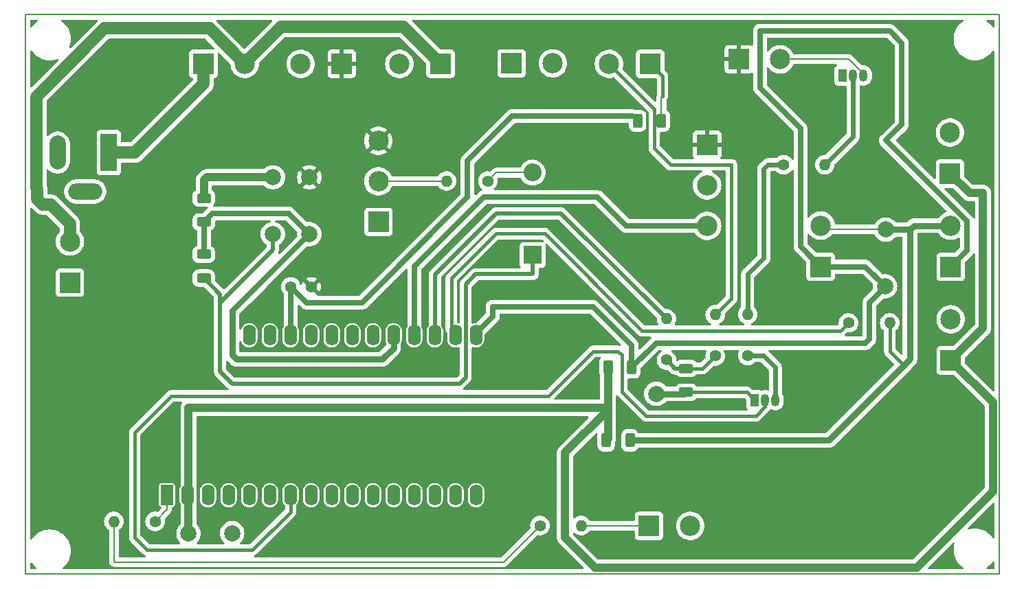
<source format=gbr>
%TF.GenerationSoftware,KiCad,Pcbnew,8.0.4*%
%TF.CreationDate,2024-11-21T09:43:36-08:00*%
%TF.ProjectId,ChargeGuard_Pro_Plus_ECE411,43686172-6765-4477-9561-72645f50726f,1.0.3*%
%TF.SameCoordinates,Original*%
%TF.FileFunction,Copper,L1,Top*%
%TF.FilePolarity,Positive*%
%FSLAX46Y46*%
G04 Gerber Fmt 4.6, Leading zero omitted, Abs format (unit mm)*
G04 Created by KiCad (PCBNEW 8.0.4) date 2024-11-21 09:43:36*
%MOMM*%
%LPD*%
G01*
G04 APERTURE LIST*
G04 Aperture macros list*
%AMRoundRect*
0 Rectangle with rounded corners*
0 $1 Rounding radius*
0 $2 $3 $4 $5 $6 $7 $8 $9 X,Y pos of 4 corners*
0 Add a 4 corners polygon primitive as box body*
4,1,4,$2,$3,$4,$5,$6,$7,$8,$9,$2,$3,0*
0 Add four circle primitives for the rounded corners*
1,1,$1+$1,$2,$3*
1,1,$1+$1,$4,$5*
1,1,$1+$1,$6,$7*
1,1,$1+$1,$8,$9*
0 Add four rect primitives between the rounded corners*
20,1,$1+$1,$2,$3,$4,$5,0*
20,1,$1+$1,$4,$5,$6,$7,0*
20,1,$1+$1,$6,$7,$8,$9,0*
20,1,$1+$1,$8,$9,$2,$3,0*%
G04 Aperture macros list end*
%TA.AperFunction,NonConductor*%
%ADD10C,0.200000*%
%TD*%
%TA.AperFunction,ComponentPad*%
%ADD11C,2.000000*%
%TD*%
%TA.AperFunction,ComponentPad*%
%ADD12R,2.500000X2.500000*%
%TD*%
%TA.AperFunction,ComponentPad*%
%ADD13C,2.500000*%
%TD*%
%TA.AperFunction,SMDPad,CuDef*%
%ADD14RoundRect,0.250000X0.625000X-0.312500X0.625000X0.312500X-0.625000X0.312500X-0.625000X-0.312500X0*%
%TD*%
%TA.AperFunction,ComponentPad*%
%ADD15C,1.400000*%
%TD*%
%TA.AperFunction,ComponentPad*%
%ADD16O,1.400000X1.400000*%
%TD*%
%TA.AperFunction,ComponentPad*%
%ADD17R,1.050000X1.500000*%
%TD*%
%TA.AperFunction,ComponentPad*%
%ADD18O,1.050000X1.500000*%
%TD*%
%TA.AperFunction,SMDPad,CuDef*%
%ADD19RoundRect,0.250000X-0.312500X-0.625000X0.312500X-0.625000X0.312500X0.625000X-0.312500X0.625000X0*%
%TD*%
%TA.AperFunction,SMDPad,CuDef*%
%ADD20RoundRect,0.250000X0.312500X0.625000X-0.312500X0.625000X-0.312500X-0.625000X0.312500X-0.625000X0*%
%TD*%
%TA.AperFunction,SMDPad,CuDef*%
%ADD21RoundRect,0.250000X-0.625000X0.312500X-0.625000X-0.312500X0.625000X-0.312500X0.625000X0.312500X0*%
%TD*%
%TA.AperFunction,ComponentPad*%
%ADD22R,2.200000X2.200000*%
%TD*%
%TA.AperFunction,ComponentPad*%
%ADD23O,2.200000X2.200000*%
%TD*%
%TA.AperFunction,ComponentPad*%
%ADD24RoundRect,0.250000X0.550000X-1.050000X0.550000X1.050000X-0.550000X1.050000X-0.550000X-1.050000X0*%
%TD*%
%TA.AperFunction,ComponentPad*%
%ADD25O,1.600000X2.600000*%
%TD*%
%TA.AperFunction,ComponentPad*%
%ADD26R,2.000000X4.600000*%
%TD*%
%TA.AperFunction,ComponentPad*%
%ADD27O,2.000000X4.200000*%
%TD*%
%TA.AperFunction,ComponentPad*%
%ADD28O,4.200000X2.000000*%
%TD*%
%TA.AperFunction,Conductor*%
%ADD29C,0.800000*%
%TD*%
%TA.AperFunction,Conductor*%
%ADD30C,0.400000*%
%TD*%
%TA.AperFunction,Conductor*%
%ADD31C,1.500000*%
%TD*%
%TA.AperFunction,Conductor*%
%ADD32C,0.700000*%
%TD*%
%TA.AperFunction,Conductor*%
%ADD33C,0.200000*%
%TD*%
%TA.AperFunction,Conductor*%
%ADD34C,0.500000*%
%TD*%
%TA.AperFunction,Conductor*%
%ADD35C,1.000000*%
%TD*%
%TA.AperFunction,Conductor*%
%ADD36C,0.600000*%
%TD*%
G04 APERTURE END LIST*
D10*
X51000000Y-50500000D02*
X171000000Y-50500000D01*
X171000000Y-119500000D01*
X51000000Y-119500000D01*
X51000000Y-50500000D01*
D11*
%TO.P,TP9,1,1*%
%TO.N,GND*%
X128750000Y-97250000D03*
%TD*%
D12*
%TO.P,J10,1,Pin_1*%
%TO.N,Power (Buck Converter '+')*%
X138920000Y-56000000D03*
D13*
%TO.P,J10,2,Pin_2*%
%TO.N,Net-(J10-Pin_2)*%
X144000000Y-56000000D03*
%TD*%
D12*
%TO.P,J12,1,Pin_1*%
%TO.N,Net-(A1-SDA{slash}IO23)*%
X165010000Y-81597500D03*
D13*
%TO.P,J12,2,Pin_2*%
%TO.N,Net-(J12-Pin_2)*%
X165010000Y-76517500D03*
%TD*%
D14*
%TO.P,R1,1*%
%TO.N,GND*%
X132430000Y-97052500D03*
%TO.P,R1,2*%
%TO.N,Net-(R1-Pad2)*%
X132430000Y-94127500D03*
%TD*%
D15*
%TO.P,R9,1*%
%TO.N,Net-(R8-Pad2)*%
X144420000Y-69000000D03*
D16*
%TO.P,R9,2*%
%TO.N,Net-(Q1-B)*%
X149500000Y-69000000D03*
%TD*%
D11*
%TO.P,TP6,1,1*%
%TO.N,I2C Power*%
X71120000Y-114500000D03*
%TD*%
D17*
%TO.P,Q1,1,E*%
%TO.N,GND*%
X151730000Y-58000000D03*
D18*
%TO.P,Q1,2,B*%
%TO.N,Net-(Q1-B)*%
X153000000Y-58000000D03*
%TO.P,Q1,3,C*%
%TO.N,Net-(J10-Pin_2)*%
X154270000Y-58000000D03*
%TD*%
D11*
%TO.P,TP5,1,1*%
%TO.N,GND*%
X76500000Y-114447500D03*
%TD*%
D19*
%TO.P,R5,1*%
%TO.N,I2C Power*%
X122787500Y-94000000D03*
%TO.P,R5,2*%
%TO.N,Net-(A1-SDA{slash}IO23)*%
X125712500Y-94000000D03*
%TD*%
D15*
%TO.P,R8,1*%
%TO.N,Net-(Q3-D)*%
X140000000Y-92540000D03*
D16*
%TO.P,R8,2*%
%TO.N,Net-(R8-Pad2)*%
X140000000Y-87460000D03*
%TD*%
D12*
%TO.P,J6,1,Pin_1*%
%TO.N,Net-(J6-Pin_1)*%
X127850000Y-113552500D03*
D13*
%TO.P,J6,2,Pin_2*%
%TO.N,GND*%
X132930000Y-113552500D03*
%TD*%
D20*
%TO.P,R7,1*%
%TO.N,Net-(J7-Pin_1)*%
X129382500Y-63590000D03*
%TO.P,R7,2*%
%TO.N,Net-(A1-USB)*%
X126457500Y-63590000D03*
%TD*%
D11*
%TO.P,TP8,1,1*%
%TO.N,Net-(D1-K)*%
X81505000Y-77552500D03*
%TD*%
D12*
%TO.P,J7,1,Pin_1*%
%TO.N,Net-(J7-Pin_1)*%
X128000000Y-56552500D03*
D13*
%TO.P,J7,2,Pin_2*%
%TO.N,Net-(J7-Pin_2)*%
X122920000Y-56552500D03*
%TD*%
D15*
%TO.P,R6,1*%
%TO.N,Net-(D1-A)*%
X108000000Y-71000000D03*
D16*
%TO.P,R6,2*%
%TO.N,Net-(J8-Pin_2)*%
X102920000Y-71000000D03*
%TD*%
D11*
%TO.P,TP1,1,1*%
%TO.N,GND*%
X81505000Y-70552500D03*
%TD*%
D12*
%TO.P,J11,1,Pin_1*%
%TO.N,I2C Power*%
X164930000Y-70097500D03*
D13*
%TO.P,J11,2,Pin_2*%
%TO.N,GND*%
X164930000Y-65017500D03*
%TD*%
D21*
%TO.P,R3,1*%
%TO.N,GND*%
X73005000Y-73127500D03*
%TO.P,R3,2*%
%TO.N,Net-(A1-A8{slash}IO15)*%
X73005000Y-76052500D03*
%TD*%
D12*
%TO.P,J8,1,Pin_1*%
%TO.N,unconnected-(J8-Pin_1-Pad1)*%
X94510000Y-76052500D03*
D13*
%TO.P,J8,2,Pin_2*%
%TO.N,Net-(J8-Pin_2)*%
X94510000Y-71052500D03*
%TO.P,J8,3,Pin_3*%
%TO.N,Power (Buck Converter '+')*%
X94510000Y-66052500D03*
%TD*%
D15*
%TO.P,R10,1*%
%TO.N,Net-(R1-Pad2)*%
X136000000Y-92580000D03*
D16*
%TO.P,R10,2*%
%TO.N,Net-(J7-Pin_2)*%
X136000000Y-87500000D03*
%TD*%
D12*
%TO.P,J4,1,Pin_1*%
%TO.N,Net-(J4-Pin_1)*%
X72960000Y-56552500D03*
D13*
%TO.P,J4,2,Pin_2*%
%TO.N,Net-(J2-Pin_1)*%
X78040000Y-56552500D03*
%TD*%
D12*
%TO.P,J14,1,Pin_1*%
%TO.N,Net-(A1-SDA{slash}IO23)*%
X149000000Y-81580000D03*
D13*
%TO.P,J14,2,Pin_2*%
%TO.N,Net-(J12-Pin_2)*%
X149000000Y-76500000D03*
%TD*%
D11*
%TO.P,TP7,1,1*%
%TO.N,Net-(A1-A8{slash}IO15)*%
X86005000Y-77552500D03*
%TD*%
D12*
%TO.P,J3,1,Pin_1*%
%TO.N,Power (Buck Converter '+')*%
X90005000Y-56552500D03*
D13*
%TO.P,J3,2,Pin_2*%
%TO.N,GND*%
X84925000Y-56552500D03*
%TD*%
D11*
%TO.P,TP2,1,1*%
%TO.N,Power (Buck Converter '+')*%
X86005000Y-70552500D03*
%TD*%
D15*
%TO.P,R14,1*%
%TO.N,Net-(A1-SCL{slash}IO22)*%
X152420000Y-88500000D03*
D16*
%TO.P,R14,2*%
%TO.N,Net-(J12-Pin_2)*%
X157500000Y-88500000D03*
%TD*%
D15*
%TO.P,R13,1*%
%TO.N,Net-(R1-Pad2)*%
X130000000Y-93080000D03*
D16*
%TO.P,R13,2*%
%TO.N,Net-(A1-A6{slash}IO14)*%
X130000000Y-88000000D03*
%TD*%
D19*
%TO.P,R2,1*%
%TO.N,I2C Power*%
X122575000Y-103000000D03*
%TO.P,R2,2*%
%TO.N,Net-(J12-Pin_2)*%
X125500000Y-103000000D03*
%TD*%
D11*
%TO.P,TP3,1,1*%
%TO.N,Net-(A1-SDA{slash}IO23)*%
X156925000Y-84000000D03*
%TD*%
D15*
%TO.P,R12,1*%
%TO.N,Net-(A1-~{RESET})*%
X67000000Y-113000000D03*
D16*
%TO.P,R12,2*%
%TO.N,Net-(R11-Pad1)*%
X61920000Y-113000000D03*
%TD*%
D22*
%TO.P,D1,1,K*%
%TO.N,Net-(D1-K)*%
X113500000Y-80132500D03*
D23*
%TO.P,D1,2,A*%
%TO.N,Net-(D1-A)*%
X113500000Y-69972500D03*
%TD*%
D12*
%TO.P,J9,1,Pin_1*%
%TO.N,Power (Buck Converter '+')*%
X135010000Y-66552500D03*
D13*
%TO.P,J9,2,Pin_2*%
%TO.N,GND*%
X135010000Y-71552500D03*
%TO.P,J9,3,Pin_3*%
%TO.N,Net-(A1-A7{slash}IO32)*%
X135010000Y-76552500D03*
%TD*%
D17*
%TO.P,Q3,1,S*%
%TO.N,GND*%
X140890000Y-98052500D03*
D18*
%TO.P,Q3,2,G*%
%TO.N,Net-(A1-I34{slash}A2)*%
X142160000Y-98052500D03*
%TO.P,Q3,3,D*%
%TO.N,Net-(Q3-D)*%
X143430000Y-98052500D03*
%TD*%
D24*
%TO.P,A1,1,~{RESET}*%
%TO.N,Net-(A1-~{RESET})*%
X68450000Y-109752500D03*
D25*
%TO.P,A1,2,3V3*%
%TO.N,I2C Power*%
X70990000Y-109752500D03*
%TO.P,A1,3,NC*%
%TO.N,unconnected-(A1-NC-Pad3)*%
X73530000Y-109752500D03*
%TO.P,A1,4,GND*%
%TO.N,GND*%
X76070000Y-109752500D03*
%TO.P,A1,5,DAC2/A0*%
%TO.N,unconnected-(A1-DAC2{slash}A0-Pad5)*%
X78610000Y-109752500D03*
%TO.P,A1,6,DAC1/A1*%
%TO.N,unconnected-(A1-DAC1{slash}A1-Pad6)*%
X81150000Y-109752500D03*
%TO.P,A1,7,I34/A2*%
%TO.N,Net-(A1-I34{slash}A2)*%
X83690000Y-109752500D03*
%TO.P,A1,8,I39/A3*%
%TO.N,unconnected-(A1-I39{slash}A3-Pad8)*%
X86230000Y-109752500D03*
%TO.P,A1,9,IO36/A4*%
%TO.N,unconnected-(A1-IO36{slash}A4-Pad9)*%
X88770000Y-109752500D03*
%TO.P,A1,10,IO4/A5*%
%TO.N,unconnected-(A1-IO4{slash}A5-Pad10)*%
X91310000Y-109752500D03*
%TO.P,A1,11,SCK/IO5*%
%TO.N,unconnected-(A1-SCK{slash}IO5-Pad11)*%
X93850000Y-109752500D03*
%TO.P,A1,12,MOSI/IO18*%
%TO.N,unconnected-(A1-MOSI{slash}IO18-Pad12)*%
X96390000Y-109752500D03*
%TO.P,A1,13,MISO/IO19*%
%TO.N,unconnected-(A1-MISO{slash}IO19-Pad13)*%
X98930000Y-109752500D03*
%TO.P,A1,14,RX/IO16*%
%TO.N,unconnected-(A1-RX{slash}IO16-Pad14)*%
X101470000Y-109752500D03*
%TO.P,A1,15,TX/IO17*%
%TO.N,unconnected-(A1-TX{slash}IO17-Pad15)*%
X104010000Y-109752500D03*
%TO.P,A1,16,IO21*%
%TO.N,unconnected-(A1-IO21-Pad16)*%
X106550000Y-109752500D03*
%TO.P,A1,17,SDA/IO23*%
%TO.N,Net-(A1-SDA{slash}IO23)*%
X106550000Y-90032500D03*
%TO.P,A1,18,SCL/IO22*%
%TO.N,Net-(A1-SCL{slash}IO22)*%
X104010000Y-90032500D03*
%TO.P,A1,19,A6/IO14*%
%TO.N,Net-(A1-A6{slash}IO14)*%
X101470000Y-90032500D03*
%TO.P,A1,20,A7/IO32*%
%TO.N,Net-(A1-A7{slash}IO32)*%
X98930000Y-90032500D03*
%TO.P,A1,21,A8/IO15*%
%TO.N,Net-(A1-A8{slash}IO15)*%
X96390000Y-90032500D03*
%TO.P,A1,22,A9/IO33*%
%TO.N,unconnected-(A1-A9{slash}IO33-Pad22)*%
X93850000Y-90032500D03*
%TO.P,A1,23,A10/IO27*%
%TO.N,unconnected-(A1-A10{slash}IO27-Pad23)*%
X91310000Y-90032500D03*
%TO.P,A1,24,A11/IO12*%
%TO.N,unconnected-(A1-A11{slash}IO12-Pad24)*%
X88770000Y-90032500D03*
%TO.P,A1,25,A12/IO13*%
%TO.N,unconnected-(A1-A12{slash}IO13-Pad25)*%
X86230000Y-90032500D03*
%TO.P,A1,26,USB*%
%TO.N,Net-(A1-USB)*%
X83690000Y-90032500D03*
%TO.P,A1,27,EN*%
%TO.N,unconnected-(A1-EN-Pad27)*%
X81150000Y-90032500D03*
%TO.P,A1,28,VBAT*%
%TO.N,unconnected-(A1-VBAT-Pad28)*%
X78610000Y-90032500D03*
%TD*%
D11*
%TO.P,TP4,1,1*%
%TO.N,Net-(J12-Pin_2)*%
X157000000Y-77000000D03*
%TD*%
D12*
%TO.P,J13,1,Pin_1*%
%TO.N,I2C Power*%
X165010000Y-93142500D03*
D13*
%TO.P,J13,2,Pin_2*%
%TO.N,GND*%
X165010000Y-88062500D03*
%TD*%
D12*
%TO.P,J15,1,Pin_1*%
%TO.N,GND*%
X110920000Y-56500000D03*
D13*
%TO.P,J15,2,Pin_2*%
%TO.N,Net-(D1-K)*%
X116000000Y-56500000D03*
%TD*%
D26*
%TO.P,J1,1*%
%TO.N,Net-(J4-Pin_1)*%
X61300000Y-67500000D03*
D27*
%TO.P,J1,2*%
%TO.N,GND*%
X55000000Y-67500000D03*
D28*
%TO.P,J1,3*%
%TO.N,N/C*%
X58400000Y-72300000D03*
%TD*%
D15*
%TO.P,JP1,1,A*%
%TO.N,Power (Buck Converter '+')*%
X86255000Y-84052500D03*
%TO.P,JP1,2,B*%
%TO.N,Net-(A1-USB)*%
X83715000Y-84052500D03*
%TD*%
%TO.P,R11,1*%
%TO.N,Net-(R11-Pad1)*%
X114420000Y-113500000D03*
D16*
%TO.P,R11,2*%
%TO.N,Net-(J6-Pin_1)*%
X119500000Y-113500000D03*
%TD*%
D12*
%TO.P,J5,1,Pin_1*%
%TO.N,GND*%
X56505000Y-83552500D03*
D13*
%TO.P,J5,2,Pin_2*%
%TO.N,Net-(J2-Pin_1)*%
X56505000Y-78472500D03*
%TD*%
D12*
%TO.P,J2,1,Pin_1*%
%TO.N,Net-(J2-Pin_1)*%
X102180000Y-56550000D03*
D13*
%TO.P,J2,2,Pin_2*%
%TO.N,GND*%
X97100000Y-56550000D03*
%TD*%
D21*
%TO.P,R4,1*%
%TO.N,Net-(A1-A8{slash}IO15)*%
X73005000Y-80052500D03*
%TO.P,R4,2*%
%TO.N,Net-(D1-K)*%
X73005000Y-82977500D03*
%TD*%
D29*
%TO.N,GND*%
X132232500Y-97250000D02*
X132430000Y-97052500D01*
X128750000Y-97250000D02*
X132232500Y-97250000D01*
D30*
X139890000Y-97052500D02*
X140890000Y-98052500D01*
X132430000Y-97052500D02*
X139890000Y-97052500D01*
D31*
%TO.N,Net-(J2-Pin_1)*%
X60800000Y-52200000D02*
X73687500Y-52200000D01*
X52400000Y-71900000D02*
X52400000Y-60600000D01*
X52500000Y-73250000D02*
X52500000Y-72000000D01*
X52500000Y-72000000D02*
X52400000Y-71900000D01*
X54142500Y-73917500D02*
X53167500Y-73917500D01*
X73687500Y-52200000D02*
X78040000Y-56552500D01*
X56505000Y-76280000D02*
X54142500Y-73917500D01*
X53167500Y-73917500D02*
X52500000Y-73250000D01*
X56505000Y-78472500D02*
X56505000Y-76280000D01*
X52400000Y-60600000D02*
X60800000Y-52200000D01*
D32*
%TO.N,Net-(A1-USB)*%
X111000000Y-63000000D02*
X125750000Y-63000000D01*
X110375000Y-63625000D02*
X111000000Y-63000000D01*
X105500000Y-68500000D02*
X110375000Y-63625000D01*
D33*
X125750000Y-63000000D02*
X125867500Y-63000000D01*
D32*
X105500000Y-73000000D02*
X105500000Y-68500000D01*
X92500000Y-86000000D02*
X105500000Y-73000000D01*
X85662500Y-86000000D02*
X92500000Y-86000000D01*
X83715000Y-84052500D02*
X85662500Y-86000000D01*
D31*
%TO.N,Net-(J2-Pin_1)*%
X97630000Y-52000000D02*
X102180000Y-56550000D01*
X78040000Y-56552500D02*
X78040000Y-56460000D01*
X78040000Y-56460000D02*
X82500000Y-52000000D01*
X82500000Y-52000000D02*
X97630000Y-52000000D01*
D34*
%TO.N,Net-(D1-K)*%
X105260000Y-83740000D02*
X106500000Y-82500000D01*
X104500000Y-96000000D02*
X105260000Y-95240000D01*
X105260000Y-95240000D02*
X105260000Y-83740000D01*
D29*
%TO.N,Net-(A1-A8{slash}IO15)*%
X77000000Y-93000000D02*
X76500000Y-92500000D01*
X76500000Y-92500000D02*
X76500000Y-87057500D01*
X95000000Y-93000000D02*
X77000000Y-93000000D01*
X96390000Y-91610000D02*
X95000000Y-93000000D01*
X96390000Y-89732500D02*
X96390000Y-91610000D01*
D33*
%TO.N,Net-(A1-~{RESET})*%
X68450000Y-111550000D02*
X68450000Y-110052500D01*
X68580000Y-110182500D02*
X68450000Y-110052500D01*
X67000000Y-113000000D02*
X68450000Y-111550000D01*
D32*
%TO.N,Net-(A1-A7{slash}IO32)*%
X121500000Y-73000000D02*
X107500000Y-73000000D01*
X98930000Y-81570000D02*
X98930000Y-89732500D01*
X125052500Y-76552500D02*
X121500000Y-73000000D01*
X135010000Y-76552500D02*
X125052500Y-76552500D01*
X107500000Y-73000000D02*
X98930000Y-81570000D01*
%TO.N,Net-(A1-A8{slash}IO15)*%
X74057500Y-75000000D02*
X83452500Y-75000000D01*
X73005000Y-80052500D02*
X73005000Y-76052500D01*
X77557500Y-86000000D02*
X86005000Y-77552500D01*
X73005000Y-76052500D02*
X74057500Y-75000000D01*
X83452500Y-75000000D02*
X86005000Y-77552500D01*
X76500000Y-87057500D02*
X78028750Y-85528750D01*
D30*
%TO.N,Net-(A1-I34{slash}A2)*%
X124004872Y-92000000D02*
X124500000Y-92495128D01*
X83690000Y-111810000D02*
X79000000Y-116500000D01*
D33*
X142160000Y-98840000D02*
X142160000Y-98052500D01*
D30*
X115500000Y-97500000D02*
X121000000Y-92000000D01*
X83690000Y-110052500D02*
X83690000Y-111810000D01*
X66000000Y-116500000D02*
X64500000Y-115000000D01*
X127500000Y-100000000D02*
X141000000Y-100000000D01*
X64500000Y-102000000D02*
X69000000Y-97500000D01*
X64500000Y-115000000D02*
X64500000Y-102000000D01*
X141000000Y-100000000D02*
X142160000Y-98840000D01*
X124500000Y-97000000D02*
X127500000Y-100000000D01*
X121000000Y-92000000D02*
X124004872Y-92000000D01*
X69000000Y-97500000D02*
X115500000Y-97500000D01*
X79000000Y-116500000D02*
X66000000Y-116500000D01*
X124500000Y-92495128D02*
X124500000Y-97000000D01*
D34*
%TO.N,Net-(A1-A6{slash}IO14)*%
X117000000Y-75000000D02*
X109000000Y-75000000D01*
X130000000Y-88000000D02*
X117000000Y-75000000D01*
X109000000Y-75000000D02*
X101470000Y-82530000D01*
X101470000Y-82530000D02*
X101470000Y-89732500D01*
D35*
%TO.N,I2C Power*%
X117500000Y-115000000D02*
X121200000Y-118700000D01*
X167332500Y-72500000D02*
X164930000Y-70097500D01*
D33*
X122787500Y-102787500D02*
X122575000Y-103000000D01*
D35*
X117500000Y-104500000D02*
X117500000Y-115000000D01*
X121200000Y-118700000D02*
X160800000Y-118700000D01*
X122787500Y-99212500D02*
X122787500Y-99000000D01*
X71120000Y-110182500D02*
X71120000Y-99000000D01*
X122787500Y-94000000D02*
X122787500Y-99000000D01*
X71120000Y-109630000D02*
X71120000Y-114500000D01*
X169000000Y-89152500D02*
X169000000Y-72500000D01*
X170200000Y-98332500D02*
X165010000Y-93142500D01*
X169000000Y-72500000D02*
X167332500Y-72500000D01*
X160800000Y-118700000D02*
X170200000Y-109300000D01*
X165010000Y-93142500D02*
X169000000Y-89152500D01*
X170200000Y-109300000D02*
X170200000Y-98332500D01*
D33*
X70990000Y-110052500D02*
X71120000Y-110182500D01*
D35*
X117500000Y-104500000D02*
X122787500Y-99212500D01*
X122787500Y-99000000D02*
X122787500Y-102787500D01*
X71120000Y-99000000D02*
X122787500Y-99000000D01*
D33*
%TO.N,Net-(D1-A)*%
X108000000Y-71000000D02*
X109027500Y-69972500D01*
X109027500Y-69972500D02*
X113500000Y-69972500D01*
D34*
%TO.N,Net-(D1-K)*%
X113500000Y-80132500D02*
X113500000Y-82500000D01*
X76500000Y-96000000D02*
X104500000Y-96000000D01*
X75000000Y-86000000D02*
X75000000Y-84972500D01*
X75000000Y-84972500D02*
X73005000Y-82977500D01*
X75000000Y-94500000D02*
X76500000Y-96000000D01*
X81505000Y-79495000D02*
X75000000Y-86000000D01*
X113500000Y-82500000D02*
X106500000Y-82500000D01*
X75000000Y-94500000D02*
X75000000Y-86000000D01*
X81505000Y-77552500D02*
X81505000Y-79495000D01*
D31*
%TO.N,Net-(J4-Pin_1)*%
X64500000Y-67500000D02*
X72960000Y-59040000D01*
X72960000Y-59040000D02*
X72960000Y-56552500D01*
X61350000Y-67500000D02*
X64500000Y-67500000D01*
D33*
%TO.N,Net-(J7-Pin_1)*%
X129500000Y-60500000D02*
X129382500Y-60617500D01*
X129382500Y-60617500D02*
X129382500Y-63590000D01*
D30*
X128000000Y-56552500D02*
X129500000Y-58052500D01*
X129500000Y-58052500D02*
X129500000Y-60500000D01*
D33*
%TO.N,Net-(J8-Pin_2)*%
X102867500Y-71052500D02*
X102920000Y-71000000D01*
X94510000Y-71052500D02*
X102867500Y-71052500D01*
%TO.N,Net-(J10-Pin_2)*%
X154270000Y-58000000D02*
X154270000Y-57775000D01*
X154270000Y-57775000D02*
X152495000Y-56000000D01*
X152495000Y-56000000D02*
X144000000Y-56000000D01*
D36*
%TO.N,Net-(Q1-B)*%
X153000000Y-65500000D02*
X153000000Y-58000000D01*
X149500000Y-69000000D02*
X153000000Y-65500000D01*
D35*
%TO.N,Power (Buck Converter '+')*%
X94510000Y-66052500D02*
X94510000Y-65500000D01*
D32*
%TO.N,Net-(A1-SDA{slash}IO23)*%
X125712500Y-94000000D02*
X128712500Y-91000000D01*
X157038085Y-66000000D02*
X167000000Y-75961915D01*
X120925000Y-86500000D02*
X108600000Y-86500000D01*
X108600000Y-86500000D02*
X108600000Y-87682500D01*
X141500000Y-59500000D02*
X141500000Y-52500000D01*
X141500000Y-52500000D02*
X157500000Y-52500000D01*
X149000000Y-81580000D02*
X146500000Y-79080000D01*
X146500000Y-64500000D02*
X141500000Y-59500000D01*
X167000000Y-75961915D02*
X167000000Y-79607500D01*
X156925000Y-84000000D02*
X154505000Y-81580000D01*
X125712500Y-94000000D02*
X125712500Y-91287500D01*
X125712500Y-91287500D02*
X120925000Y-86500000D01*
X155000000Y-86000000D02*
X156925000Y-84075000D01*
X154505000Y-81580000D02*
X149000000Y-81580000D01*
X159000000Y-64038085D02*
X157038085Y-66000000D01*
X159000000Y-54000000D02*
X159000000Y-64038085D01*
X154500000Y-91000000D02*
X155000000Y-90500000D01*
X128712500Y-91000000D02*
X154500000Y-91000000D01*
X157500000Y-52500000D02*
X159000000Y-54000000D01*
X156925000Y-84075000D02*
X156925000Y-84000000D01*
X155000000Y-90500000D02*
X155000000Y-86000000D01*
X167000000Y-79607500D02*
X165010000Y-81597500D01*
X108600000Y-87682500D02*
X106550000Y-89732500D01*
X146500000Y-79080000D02*
X146500000Y-64500000D01*
D30*
%TO.N,Net-(A1-SCL{slash}IO22)*%
X109000000Y-77500000D02*
X103500000Y-83000000D01*
X151420000Y-89500000D02*
X127000000Y-89500000D01*
X115000000Y-77500000D02*
X109000000Y-77500000D01*
X152420000Y-88500000D02*
X151420000Y-89500000D01*
X104010000Y-89732500D02*
X103500000Y-89222500D01*
X127000000Y-89500000D02*
X115000000Y-77500000D01*
X103500000Y-89222500D02*
X103500000Y-83000000D01*
D33*
%TO.N,Net-(A1-USB)*%
X125867500Y-63000000D02*
X126457500Y-63590000D01*
D32*
X83715000Y-84052500D02*
X83715000Y-89707500D01*
D33*
X83715000Y-89707500D02*
X83690000Y-89732500D01*
D35*
%TO.N,GND*%
X73347500Y-70552500D02*
X81505000Y-70552500D01*
X73005000Y-73127500D02*
X73005000Y-70905000D01*
X73000000Y-70900000D02*
X73347500Y-70552500D01*
D33*
X73005000Y-70905000D02*
X73000000Y-70900000D01*
D36*
%TO.N,Net-(Q3-D)*%
X141960000Y-92540000D02*
X143430000Y-94010000D01*
X140000000Y-92540000D02*
X141960000Y-92540000D01*
X143430000Y-98052500D02*
X143430000Y-94010000D01*
%TO.N,Net-(R8-Pad2)*%
X142000000Y-80500000D02*
X142000000Y-69500000D01*
X142000000Y-69500000D02*
X142500000Y-69000000D01*
X140000000Y-82500000D02*
X142000000Y-80500000D01*
X142500000Y-69000000D02*
X144420000Y-69000000D01*
X140000000Y-87460000D02*
X140000000Y-82500000D01*
D30*
%TO.N,Net-(J7-Pin_2)*%
X136000000Y-87500000D02*
X138000000Y-85500000D01*
X130500000Y-69000000D02*
X128500000Y-67000000D01*
X138000000Y-85500000D02*
X138000000Y-69000000D01*
X128500000Y-62132500D02*
X122920000Y-56552500D01*
X128500000Y-67000000D02*
X128500000Y-62132500D01*
X138000000Y-69000000D02*
X130500000Y-69000000D01*
D33*
%TO.N,Net-(J6-Pin_1)*%
X127850000Y-113552500D02*
X119552500Y-113552500D01*
X119552500Y-113552500D02*
X119500000Y-113500000D01*
%TO.N,Net-(R11-Pad1)*%
X109920000Y-118000000D02*
X62000000Y-118000000D01*
X61920000Y-117920000D02*
X61920000Y-113000000D01*
X62000000Y-118000000D02*
X61920000Y-117920000D01*
X114420000Y-113500000D02*
X109920000Y-118000000D01*
D34*
%TO.N,Net-(R1-Pad2)*%
X130000000Y-93080000D02*
X131047500Y-94127500D01*
D30*
X132430000Y-94127500D02*
X134452500Y-94127500D01*
X134452500Y-94127500D02*
X136000000Y-92580000D01*
D34*
X131047500Y-94127500D02*
X132430000Y-94127500D01*
D33*
%TO.N,Net-(J12-Pin_2)*%
X157000000Y-77000000D02*
X157500000Y-77000000D01*
X160000000Y-93000000D02*
X159750000Y-93250000D01*
D30*
X157500000Y-92000000D02*
X159000000Y-93500000D01*
D29*
X160482500Y-76517500D02*
X160000000Y-77000000D01*
X146500000Y-103000000D02*
X125712500Y-103000000D01*
X146500000Y-103000000D02*
X150000000Y-103000000D01*
X159000000Y-94000000D02*
X159750000Y-93250000D01*
D30*
X159000000Y-93500000D02*
X159000000Y-94000000D01*
D33*
X156965000Y-76965000D02*
X157000000Y-77000000D01*
D29*
X150000000Y-103000000D02*
X159000000Y-94000000D01*
X159000000Y-94000000D02*
X160000000Y-93000000D01*
X160482500Y-76517500D02*
X165010000Y-76517500D01*
D33*
X149000000Y-76965000D02*
X156965000Y-76965000D01*
D29*
X160000000Y-77000000D02*
X157000000Y-77000000D01*
X160000000Y-93000000D02*
X160000000Y-77000000D01*
D30*
X157500000Y-88500000D02*
X157500000Y-92000000D01*
%TD*%
%TA.AperFunction,Conductor*%
%TO.N,Power (Buck Converter '+')*%
G36*
X166523580Y-51120185D02*
G01*
X166569335Y-51172989D01*
X166579279Y-51242147D01*
X166550254Y-51305703D01*
X166520691Y-51330617D01*
X166507915Y-51338339D01*
X166507907Y-51338345D01*
X166258230Y-51533955D01*
X166033955Y-51758230D01*
X165838345Y-52007907D01*
X165838340Y-52007915D01*
X165674250Y-52279355D01*
X165674249Y-52279357D01*
X165544073Y-52568596D01*
X165449713Y-52871410D01*
X165392538Y-53183402D01*
X165373388Y-53500000D01*
X165392538Y-53816597D01*
X165449713Y-54128589D01*
X165527211Y-54377292D01*
X165544075Y-54431409D01*
X165674251Y-54720647D01*
X165830894Y-54979767D01*
X165838340Y-54992084D01*
X165838345Y-54992092D01*
X166033955Y-55241769D01*
X166258230Y-55466044D01*
X166507907Y-55661654D01*
X166507910Y-55661655D01*
X166507914Y-55661659D01*
X166779353Y-55825749D01*
X167068591Y-55955925D01*
X167371411Y-56050287D01*
X167683397Y-56107461D01*
X168000000Y-56126612D01*
X168316603Y-56107461D01*
X168628589Y-56050287D01*
X168931409Y-55955925D01*
X169220647Y-55825749D01*
X169492086Y-55661659D01*
X169741766Y-55466047D01*
X169966047Y-55241766D01*
X170161659Y-54992086D01*
X170169382Y-54979309D01*
X170220907Y-54932122D01*
X170289766Y-54920281D01*
X170354096Y-54947548D01*
X170393472Y-55005266D01*
X170399500Y-55043458D01*
X170399500Y-96817717D01*
X170379815Y-96884756D01*
X170327011Y-96930511D01*
X170257853Y-96940455D01*
X170194297Y-96911430D01*
X170187819Y-96905398D01*
X166796818Y-93514397D01*
X166763333Y-93453074D01*
X166760499Y-93426716D01*
X166760499Y-92858282D01*
X166780184Y-92791243D01*
X166796818Y-92770601D01*
X168211738Y-91355681D01*
X169637778Y-89929641D01*
X169637782Y-89929639D01*
X169777139Y-89790282D01*
X169886632Y-89626414D01*
X169916498Y-89554311D01*
X169962050Y-89444338D01*
X169962051Y-89444333D01*
X169963922Y-89434933D01*
X169964703Y-89431006D01*
X169992453Y-89291494D01*
X170000500Y-89251041D01*
X170000500Y-72401459D01*
X170000500Y-72401456D01*
X169962051Y-72208165D01*
X169962049Y-72208160D01*
X169886635Y-72026092D01*
X169886628Y-72026079D01*
X169777139Y-71862218D01*
X169777136Y-71862214D01*
X169637785Y-71722863D01*
X169637781Y-71722860D01*
X169473920Y-71613371D01*
X169473907Y-71613364D01*
X169291839Y-71537950D01*
X169291829Y-71537947D01*
X169098543Y-71499500D01*
X169098541Y-71499500D01*
X167798282Y-71499500D01*
X167731243Y-71479815D01*
X167710601Y-71463181D01*
X166716818Y-70469398D01*
X166683333Y-70408075D01*
X166680499Y-70381717D01*
X166680499Y-68799629D01*
X166680498Y-68799623D01*
X166680497Y-68799616D01*
X166674091Y-68740017D01*
X166665915Y-68718097D01*
X166623797Y-68605171D01*
X166623793Y-68605164D01*
X166537547Y-68489955D01*
X166537544Y-68489952D01*
X166422335Y-68403706D01*
X166422328Y-68403702D01*
X166287482Y-68353408D01*
X166287483Y-68353408D01*
X166227883Y-68347001D01*
X166227881Y-68347000D01*
X166227873Y-68347000D01*
X166227864Y-68347000D01*
X163632129Y-68347000D01*
X163632123Y-68347001D01*
X163572516Y-68353408D01*
X163437671Y-68403702D01*
X163437664Y-68403706D01*
X163322455Y-68489952D01*
X163322452Y-68489955D01*
X163236206Y-68605164D01*
X163236202Y-68605171D01*
X163185908Y-68740017D01*
X163179501Y-68799616D01*
X163179501Y-68799623D01*
X163179500Y-68799635D01*
X163179500Y-70639265D01*
X163159815Y-70706304D01*
X163107011Y-70752059D01*
X163037853Y-70762003D01*
X162974297Y-70732978D01*
X162967819Y-70726946D01*
X158328554Y-66087681D01*
X158295069Y-66026358D01*
X158300053Y-65956666D01*
X158328554Y-65912319D01*
X158961744Y-65279130D01*
X159223379Y-65017495D01*
X163174592Y-65017495D01*
X163174592Y-65017504D01*
X163194196Y-65279120D01*
X163194197Y-65279125D01*
X163252576Y-65534902D01*
X163252578Y-65534911D01*
X163252580Y-65534916D01*
X163348432Y-65779143D01*
X163479614Y-66006357D01*
X163584715Y-66138149D01*
X163643198Y-66211485D01*
X163753738Y-66314050D01*
X163835521Y-66389933D01*
X164052296Y-66537728D01*
X164052301Y-66537730D01*
X164052302Y-66537731D01*
X164052303Y-66537732D01*
X164177843Y-66598188D01*
X164288673Y-66651561D01*
X164288674Y-66651561D01*
X164288677Y-66651563D01*
X164539385Y-66728896D01*
X164798818Y-66768000D01*
X165061182Y-66768000D01*
X165320615Y-66728896D01*
X165571323Y-66651563D01*
X165766880Y-66557388D01*
X165807696Y-66537732D01*
X165807696Y-66537731D01*
X165807704Y-66537728D01*
X166024479Y-66389933D01*
X166177358Y-66248082D01*
X166216801Y-66211485D01*
X166216801Y-66211483D01*
X166216805Y-66211481D01*
X166380386Y-66006357D01*
X166511568Y-65779143D01*
X166607420Y-65534916D01*
X166665802Y-65279130D01*
X166672098Y-65195120D01*
X166685408Y-65017504D01*
X166685408Y-65017495D01*
X166665803Y-64755879D01*
X166665802Y-64755874D01*
X166665802Y-64755870D01*
X166607420Y-64500084D01*
X166511568Y-64255857D01*
X166380386Y-64028643D01*
X166216805Y-63823519D01*
X166216804Y-63823518D01*
X166216801Y-63823514D01*
X166024479Y-63645067D01*
X166008883Y-63634434D01*
X165807704Y-63497272D01*
X165807700Y-63497270D01*
X165807697Y-63497268D01*
X165807696Y-63497267D01*
X165571325Y-63383438D01*
X165571327Y-63383438D01*
X165320623Y-63306106D01*
X165320619Y-63306105D01*
X165320615Y-63306104D01*
X165195823Y-63287294D01*
X165061187Y-63267000D01*
X165061182Y-63267000D01*
X164798818Y-63267000D01*
X164798812Y-63267000D01*
X164637247Y-63291353D01*
X164539385Y-63306104D01*
X164539382Y-63306105D01*
X164539376Y-63306106D01*
X164288673Y-63383438D01*
X164052303Y-63497267D01*
X164052302Y-63497268D01*
X163835520Y-63645067D01*
X163643198Y-63823514D01*
X163479614Y-64028643D01*
X163348432Y-64255856D01*
X163252582Y-64500078D01*
X163252576Y-64500097D01*
X163194197Y-64755874D01*
X163194196Y-64755879D01*
X163174592Y-65017495D01*
X159223379Y-65017495D01*
X159660627Y-64580247D01*
X159753704Y-64440948D01*
X159817816Y-64286166D01*
X159822025Y-64265009D01*
X159822026Y-64265006D01*
X159840922Y-64170001D01*
X159850500Y-64121852D01*
X159850500Y-53916233D01*
X159817816Y-53751918D01*
X159753703Y-53597137D01*
X159660626Y-53457838D01*
X159542162Y-53339374D01*
X159201927Y-52999139D01*
X158042165Y-51839375D01*
X158042161Y-51839372D01*
X157902866Y-51746297D01*
X157902863Y-51746296D01*
X157793416Y-51700962D01*
X157793414Y-51700961D01*
X157748086Y-51682185D01*
X157748074Y-51682182D01*
X157583771Y-51649500D01*
X157583767Y-51649500D01*
X141583767Y-51649500D01*
X141416233Y-51649500D01*
X141416228Y-51649500D01*
X141251925Y-51682182D01*
X141251917Y-51682184D01*
X141097139Y-51746295D01*
X140957837Y-51839373D01*
X140839373Y-51957837D01*
X140746295Y-52097139D01*
X140682184Y-52251917D01*
X140682182Y-52251925D01*
X140649500Y-52416228D01*
X140649500Y-54236650D01*
X140629815Y-54303689D01*
X140577011Y-54349444D01*
X140507853Y-54359388D01*
X140451189Y-54335917D01*
X140412089Y-54306647D01*
X140412086Y-54306645D01*
X140277379Y-54256403D01*
X140277372Y-54256401D01*
X140217844Y-54250000D01*
X139170000Y-54250000D01*
X139170000Y-55399998D01*
X139109598Y-55374979D01*
X138984019Y-55350000D01*
X138855981Y-55350000D01*
X138730402Y-55374979D01*
X138670000Y-55399998D01*
X138670000Y-54250000D01*
X137622155Y-54250000D01*
X137562627Y-54256401D01*
X137562620Y-54256403D01*
X137427913Y-54306645D01*
X137427906Y-54306649D01*
X137312812Y-54392809D01*
X137312809Y-54392812D01*
X137226649Y-54507906D01*
X137226645Y-54507913D01*
X137176403Y-54642620D01*
X137176401Y-54642627D01*
X137170000Y-54702155D01*
X137170000Y-55750000D01*
X138319999Y-55750000D01*
X138294979Y-55810402D01*
X138270000Y-55935981D01*
X138270000Y-56064019D01*
X138294979Y-56189598D01*
X138319999Y-56250000D01*
X137170000Y-56250000D01*
X137170000Y-57297844D01*
X137176401Y-57357372D01*
X137176403Y-57357379D01*
X137226645Y-57492086D01*
X137226649Y-57492093D01*
X137312809Y-57607187D01*
X137312812Y-57607190D01*
X137427906Y-57693350D01*
X137427913Y-57693354D01*
X137562620Y-57743596D01*
X137562627Y-57743598D01*
X137622155Y-57749999D01*
X137622172Y-57750000D01*
X138670000Y-57750000D01*
X138670000Y-56600001D01*
X138730402Y-56625021D01*
X138855981Y-56650000D01*
X138984019Y-56650000D01*
X139109598Y-56625021D01*
X139170000Y-56600001D01*
X139170000Y-57750000D01*
X140217828Y-57750000D01*
X140217844Y-57749999D01*
X140277372Y-57743598D01*
X140277379Y-57743596D01*
X140412086Y-57693354D01*
X140412089Y-57693352D01*
X140451188Y-57664083D01*
X140516652Y-57639665D01*
X140584925Y-57654516D01*
X140634331Y-57703920D01*
X140649500Y-57763349D01*
X140649500Y-59583771D01*
X140682181Y-59748073D01*
X140682184Y-59748082D01*
X140746296Y-59902863D01*
X140746297Y-59902866D01*
X140839372Y-60042161D01*
X140839375Y-60042165D01*
X145613181Y-64815970D01*
X145646666Y-64877293D01*
X145649500Y-64903651D01*
X145649500Y-68266069D01*
X145629815Y-68333108D01*
X145577011Y-68378863D01*
X145507853Y-68388807D01*
X145444297Y-68359782D01*
X145426546Y-68340796D01*
X145310979Y-68187761D01*
X145146562Y-68037876D01*
X145146560Y-68037874D01*
X144957404Y-67920754D01*
X144957398Y-67920752D01*
X144749940Y-67840382D01*
X144531243Y-67799500D01*
X144308757Y-67799500D01*
X144090060Y-67840382D01*
X143958864Y-67891207D01*
X143882601Y-67920752D01*
X143882595Y-67920754D01*
X143693441Y-68037873D01*
X143693438Y-68037876D01*
X143551644Y-68167138D01*
X143488843Y-68197754D01*
X143468108Y-68199500D01*
X142421153Y-68199500D01*
X142266510Y-68230260D01*
X142266502Y-68230262D01*
X142120824Y-68290604D01*
X142120814Y-68290609D01*
X141989711Y-68378210D01*
X141989707Y-68378213D01*
X141606216Y-68761706D01*
X141489711Y-68878211D01*
X141445858Y-68922064D01*
X141378209Y-68989712D01*
X141290609Y-69120814D01*
X141290602Y-69120827D01*
X141230264Y-69266498D01*
X141230261Y-69266510D01*
X141199500Y-69421153D01*
X141199500Y-80117060D01*
X141179815Y-80184099D01*
X141163181Y-80204741D01*
X139489711Y-81878211D01*
X139461311Y-81906611D01*
X139378209Y-81989712D01*
X139290609Y-82120814D01*
X139290602Y-82120827D01*
X139230264Y-82266498D01*
X139230261Y-82266510D01*
X139199500Y-82421153D01*
X139199500Y-86510527D01*
X139179815Y-86577566D01*
X139159039Y-86602163D01*
X139109025Y-86647756D01*
X139109021Y-86647761D01*
X138974943Y-86825308D01*
X138974938Y-86825316D01*
X138875775Y-87024461D01*
X138875769Y-87024476D01*
X138814885Y-87238462D01*
X138814884Y-87238464D01*
X138794357Y-87459999D01*
X138794357Y-87460000D01*
X138814884Y-87681535D01*
X138814885Y-87681537D01*
X138875769Y-87895523D01*
X138875775Y-87895538D01*
X138974938Y-88094683D01*
X138974943Y-88094691D01*
X139109020Y-88272238D01*
X139273437Y-88422123D01*
X139273439Y-88422125D01*
X139462595Y-88539245D01*
X139462601Y-88539248D01*
X139515841Y-88559873D01*
X139571242Y-88602446D01*
X139594833Y-88668213D01*
X139579122Y-88736293D01*
X139529098Y-88785072D01*
X139471047Y-88799500D01*
X136617495Y-88799500D01*
X136550456Y-88779815D01*
X136504701Y-88727011D01*
X136494757Y-88657853D01*
X136523782Y-88594297D01*
X136552218Y-88570073D01*
X136685651Y-88487455D01*
X136726562Y-88462124D01*
X136877934Y-88324130D01*
X136890979Y-88312238D01*
X136916486Y-88278462D01*
X137025058Y-88134689D01*
X137124229Y-87935528D01*
X137185115Y-87721536D01*
X137205643Y-87500000D01*
X137192781Y-87361203D01*
X137206196Y-87292637D01*
X137228568Y-87262087D01*
X138544114Y-85946543D01*
X138620775Y-85831811D01*
X138673580Y-85704328D01*
X138684486Y-85649499D01*
X138685479Y-85644509D01*
X138685479Y-85644506D01*
X138700500Y-85568993D01*
X138700500Y-68931007D01*
X138700500Y-68931004D01*
X138673581Y-68795677D01*
X138673580Y-68795676D01*
X138673580Y-68795672D01*
X138666452Y-68778464D01*
X138620778Y-68668195D01*
X138620771Y-68668182D01*
X138544114Y-68553458D01*
X138544111Y-68553454D01*
X138446545Y-68455888D01*
X138446541Y-68455885D01*
X138331817Y-68379228D01*
X138331804Y-68379221D01*
X138204332Y-68326421D01*
X138204322Y-68326418D01*
X138068995Y-68299500D01*
X138068993Y-68299500D01*
X136760249Y-68299500D01*
X136693210Y-68279815D01*
X136647455Y-68227011D01*
X136637511Y-68157853D01*
X136660982Y-68101189D01*
X136703353Y-68044588D01*
X136703354Y-68044586D01*
X136753596Y-67909879D01*
X136753598Y-67909872D01*
X136759999Y-67850344D01*
X136760000Y-67850327D01*
X136760000Y-66802500D01*
X135610001Y-66802500D01*
X135635021Y-66742098D01*
X135660000Y-66616519D01*
X135660000Y-66488481D01*
X135635021Y-66362902D01*
X135610001Y-66302500D01*
X136760000Y-66302500D01*
X136760000Y-65254672D01*
X136759999Y-65254655D01*
X136753598Y-65195127D01*
X136753596Y-65195120D01*
X136703354Y-65060413D01*
X136703350Y-65060406D01*
X136617190Y-64945312D01*
X136617187Y-64945309D01*
X136502093Y-64859149D01*
X136502086Y-64859145D01*
X136367379Y-64808903D01*
X136367372Y-64808901D01*
X136307844Y-64802500D01*
X135260000Y-64802500D01*
X135260000Y-65952498D01*
X135199598Y-65927479D01*
X135074019Y-65902500D01*
X134945981Y-65902500D01*
X134820402Y-65927479D01*
X134760000Y-65952498D01*
X134760000Y-64802500D01*
X133712155Y-64802500D01*
X133652627Y-64808901D01*
X133652620Y-64808903D01*
X133517913Y-64859145D01*
X133517906Y-64859149D01*
X133402812Y-64945309D01*
X133402809Y-64945312D01*
X133316649Y-65060406D01*
X133316645Y-65060413D01*
X133266403Y-65195120D01*
X133266401Y-65195127D01*
X133260000Y-65254655D01*
X133260000Y-66302500D01*
X134409999Y-66302500D01*
X134384979Y-66362902D01*
X134360000Y-66488481D01*
X134360000Y-66616519D01*
X134384979Y-66742098D01*
X134409999Y-66802500D01*
X133260000Y-66802500D01*
X133260000Y-67850344D01*
X133266401Y-67909872D01*
X133266403Y-67909879D01*
X133316645Y-68044586D01*
X133316646Y-68044588D01*
X133359018Y-68101189D01*
X133383435Y-68166653D01*
X133368584Y-68234926D01*
X133319179Y-68284332D01*
X133259751Y-68299500D01*
X130841519Y-68299500D01*
X130774480Y-68279815D01*
X130753838Y-68263181D01*
X129236819Y-66746162D01*
X129203334Y-66684839D01*
X129200500Y-66658481D01*
X129200500Y-65089499D01*
X129220185Y-65022460D01*
X129272989Y-64976705D01*
X129324500Y-64965499D01*
X129745002Y-64965499D01*
X129745008Y-64965499D01*
X129847797Y-64954999D01*
X130014334Y-64899814D01*
X130163656Y-64807712D01*
X130287712Y-64683656D01*
X130379814Y-64534334D01*
X130434999Y-64367797D01*
X130445500Y-64265009D01*
X130445499Y-62914992D01*
X130434999Y-62812203D01*
X130379814Y-62645666D01*
X130287712Y-62496344D01*
X130163656Y-62372288D01*
X130041902Y-62297190D01*
X129995179Y-62245243D01*
X129983000Y-62191652D01*
X129983000Y-61059018D01*
X130002685Y-60991979D01*
X130019315Y-60971340D01*
X130044114Y-60946542D01*
X130120775Y-60831811D01*
X130173580Y-60704328D01*
X130200500Y-60568993D01*
X130200500Y-57983507D01*
X130200500Y-57983504D01*
X130174018Y-57850373D01*
X130173580Y-57848172D01*
X130173456Y-57847873D01*
X130142115Y-57772209D01*
X130120775Y-57720689D01*
X130120774Y-57720687D01*
X130120773Y-57720685D01*
X130044115Y-57605959D01*
X130044114Y-57605958D01*
X129946542Y-57508386D01*
X129786818Y-57348662D01*
X129753333Y-57287339D01*
X129750499Y-57260981D01*
X129750499Y-55254629D01*
X129750498Y-55254623D01*
X129750497Y-55254616D01*
X129744091Y-55195017D01*
X129743158Y-55192516D01*
X129693797Y-55060171D01*
X129693793Y-55060164D01*
X129607547Y-54944955D01*
X129607544Y-54944952D01*
X129492335Y-54858706D01*
X129492328Y-54858702D01*
X129357482Y-54808408D01*
X129357483Y-54808408D01*
X129297883Y-54802001D01*
X129297881Y-54802000D01*
X129297873Y-54802000D01*
X129297864Y-54802000D01*
X126702129Y-54802000D01*
X126702123Y-54802001D01*
X126642516Y-54808408D01*
X126507671Y-54858702D01*
X126507664Y-54858706D01*
X126392455Y-54944952D01*
X126392452Y-54944955D01*
X126306206Y-55060164D01*
X126306202Y-55060171D01*
X126255908Y-55195017D01*
X126249501Y-55254616D01*
X126249501Y-55254623D01*
X126249500Y-55254635D01*
X126249500Y-57850370D01*
X126249501Y-57850376D01*
X126255908Y-57909983D01*
X126306202Y-58044828D01*
X126306206Y-58044835D01*
X126392452Y-58160044D01*
X126392455Y-58160047D01*
X126507664Y-58246293D01*
X126507671Y-58246297D01*
X126642517Y-58296591D01*
X126642516Y-58296591D01*
X126649444Y-58297335D01*
X126702127Y-58303000D01*
X128675500Y-58302999D01*
X128742539Y-58322684D01*
X128788294Y-58375487D01*
X128799500Y-58426999D01*
X128799500Y-60456803D01*
X128795275Y-60488896D01*
X128781999Y-60538443D01*
X128781999Y-60706546D01*
X128782000Y-60706559D01*
X128782000Y-61124481D01*
X128762315Y-61191520D01*
X128709511Y-61237275D01*
X128640353Y-61247219D01*
X128576797Y-61218194D01*
X128570319Y-61212162D01*
X124607097Y-57248940D01*
X124573612Y-57187617D01*
X124578596Y-57117925D01*
X124579328Y-57116012D01*
X124597420Y-57069916D01*
X124655802Y-56814130D01*
X124655803Y-56814120D01*
X124675408Y-56552504D01*
X124675408Y-56552495D01*
X124655803Y-56290879D01*
X124655802Y-56290874D01*
X124655802Y-56290870D01*
X124597420Y-56035084D01*
X124501568Y-55790857D01*
X124370386Y-55563643D01*
X124206805Y-55358519D01*
X124206804Y-55358518D01*
X124206801Y-55358514D01*
X124014479Y-55180067D01*
X123959402Y-55142516D01*
X123797704Y-55032272D01*
X123797700Y-55032270D01*
X123797697Y-55032268D01*
X123797696Y-55032267D01*
X123561325Y-54918438D01*
X123561327Y-54918438D01*
X123310623Y-54841106D01*
X123310619Y-54841105D01*
X123310615Y-54841104D01*
X123185823Y-54822294D01*
X123051187Y-54802000D01*
X123051182Y-54802000D01*
X122788818Y-54802000D01*
X122788812Y-54802000D01*
X122627247Y-54826353D01*
X122529385Y-54841104D01*
X122529382Y-54841105D01*
X122529376Y-54841106D01*
X122278673Y-54918438D01*
X122042303Y-55032267D01*
X122042302Y-55032268D01*
X121825520Y-55180067D01*
X121633198Y-55358514D01*
X121469614Y-55563643D01*
X121338432Y-55790856D01*
X121242582Y-56035078D01*
X121242576Y-56035097D01*
X121184197Y-56290874D01*
X121184196Y-56290879D01*
X121164592Y-56552495D01*
X121164592Y-56552504D01*
X121184196Y-56814120D01*
X121184197Y-56814125D01*
X121242576Y-57069902D01*
X121242578Y-57069911D01*
X121242580Y-57069916D01*
X121338432Y-57314143D01*
X121469614Y-57541357D01*
X121567485Y-57664083D01*
X121633198Y-57746485D01*
X121752827Y-57857483D01*
X121825521Y-57924933D01*
X122042296Y-58072728D01*
X122042301Y-58072730D01*
X122042302Y-58072731D01*
X122042303Y-58072732D01*
X122114592Y-58107544D01*
X122278673Y-58186561D01*
X122278674Y-58186561D01*
X122278677Y-58186563D01*
X122529385Y-58263896D01*
X122788818Y-58303000D01*
X123051182Y-58303000D01*
X123310615Y-58263896D01*
X123491517Y-58208094D01*
X123561380Y-58207145D01*
X123615748Y-58238905D01*
X127763181Y-62386338D01*
X127796666Y-62447661D01*
X127799500Y-62474019D01*
X127799500Y-66931006D01*
X127799500Y-67068994D01*
X127799500Y-67068996D01*
X127799499Y-67068996D01*
X127826418Y-67204322D01*
X127826421Y-67204332D01*
X127879222Y-67331807D01*
X127955887Y-67446545D01*
X130053454Y-69544112D01*
X130122804Y-69590450D01*
X130156367Y-69612876D01*
X130168189Y-69620775D01*
X130168191Y-69620776D01*
X130168195Y-69620778D01*
X130295667Y-69673578D01*
X130295672Y-69673580D01*
X130295676Y-69673580D01*
X130295677Y-69673581D01*
X130431004Y-69700500D01*
X130431007Y-69700500D01*
X134277949Y-69700500D01*
X134344988Y-69720185D01*
X134390743Y-69772989D01*
X134400687Y-69842147D01*
X134371662Y-69905703D01*
X134331750Y-69936220D01*
X134132303Y-70032267D01*
X134132302Y-70032268D01*
X134132296Y-70032271D01*
X134132296Y-70032272D01*
X134117547Y-70042328D01*
X133915520Y-70180067D01*
X133723198Y-70358514D01*
X133559614Y-70563643D01*
X133428432Y-70790856D01*
X133332582Y-71035078D01*
X133332576Y-71035097D01*
X133274197Y-71290874D01*
X133274196Y-71290879D01*
X133254592Y-71552495D01*
X133254592Y-71552504D01*
X133274196Y-71814120D01*
X133274197Y-71814125D01*
X133332576Y-72069902D01*
X133332578Y-72069911D01*
X133332580Y-72069916D01*
X133428432Y-72314143D01*
X133559614Y-72541357D01*
X133656931Y-72663388D01*
X133723198Y-72746485D01*
X133862775Y-72875992D01*
X133915521Y-72924933D01*
X134132296Y-73072728D01*
X134132301Y-73072730D01*
X134132302Y-73072731D01*
X134132303Y-73072732D01*
X134257843Y-73133188D01*
X134368673Y-73186561D01*
X134368674Y-73186561D01*
X134368677Y-73186563D01*
X134619385Y-73263896D01*
X134878818Y-73303000D01*
X135141182Y-73303000D01*
X135400615Y-73263896D01*
X135651323Y-73186563D01*
X135887704Y-73072728D01*
X136104479Y-72924933D01*
X136273058Y-72768515D01*
X136296801Y-72746485D01*
X136296801Y-72746483D01*
X136296805Y-72746481D01*
X136460386Y-72541357D01*
X136591568Y-72314143D01*
X136687420Y-72069916D01*
X136745802Y-71814130D01*
X136745920Y-71812555D01*
X136765408Y-71552504D01*
X136765408Y-71552495D01*
X136745803Y-71290879D01*
X136745802Y-71290874D01*
X136745802Y-71290870D01*
X136687420Y-71035084D01*
X136591568Y-70790857D01*
X136460386Y-70563643D01*
X136296805Y-70358519D01*
X136296804Y-70358518D01*
X136296801Y-70358514D01*
X136104479Y-70180067D01*
X136071444Y-70157544D01*
X135887704Y-70032272D01*
X135887700Y-70032270D01*
X135887697Y-70032268D01*
X135887696Y-70032267D01*
X135688250Y-69936220D01*
X135636390Y-69889398D01*
X135618077Y-69821971D01*
X135639125Y-69755347D01*
X135692851Y-69710678D01*
X135742051Y-69700500D01*
X137175500Y-69700500D01*
X137242539Y-69720185D01*
X137288294Y-69772989D01*
X137299500Y-69824500D01*
X137299500Y-85158480D01*
X137279815Y-85225519D01*
X137263181Y-85246161D01*
X136240531Y-86268810D01*
X136179208Y-86302295D01*
X136130070Y-86303019D01*
X136122968Y-86301691D01*
X136111243Y-86299500D01*
X135888757Y-86299500D01*
X135670060Y-86340382D01*
X135538864Y-86391207D01*
X135462601Y-86420752D01*
X135462595Y-86420754D01*
X135273439Y-86537874D01*
X135273437Y-86537876D01*
X135109020Y-86687761D01*
X134974943Y-86865308D01*
X134974938Y-86865316D01*
X134875775Y-87064461D01*
X134875769Y-87064476D01*
X134814885Y-87278462D01*
X134814884Y-87278464D01*
X134794357Y-87499999D01*
X134794357Y-87500000D01*
X134814884Y-87721535D01*
X134814885Y-87721537D01*
X134875769Y-87935523D01*
X134875775Y-87935538D01*
X134974938Y-88134683D01*
X134974943Y-88134691D01*
X135109020Y-88312238D01*
X135273437Y-88462123D01*
X135273439Y-88462125D01*
X135447782Y-88570073D01*
X135494418Y-88622101D01*
X135505522Y-88691082D01*
X135477569Y-88755117D01*
X135419434Y-88793873D01*
X135382505Y-88799500D01*
X131143259Y-88799500D01*
X131076220Y-88779815D01*
X131030465Y-88727011D01*
X131020521Y-88657853D01*
X131032259Y-88620228D01*
X131124224Y-88435538D01*
X131124223Y-88435538D01*
X131124229Y-88435528D01*
X131185115Y-88221536D01*
X131205643Y-88000000D01*
X131185115Y-87778464D01*
X131124229Y-87564472D01*
X131124224Y-87564461D01*
X131025061Y-87365316D01*
X131025056Y-87365308D01*
X130890979Y-87187761D01*
X130726562Y-87037876D01*
X130726560Y-87037874D01*
X130537404Y-86920754D01*
X130537398Y-86920752D01*
X130329940Y-86840382D01*
X130111243Y-86799500D01*
X129912229Y-86799500D01*
X129845190Y-86779815D01*
X129824548Y-86763181D01*
X117478421Y-74417052D01*
X117478420Y-74417051D01*
X117446468Y-74395702D01*
X117391096Y-74358704D01*
X117355495Y-74334916D01*
X117355493Y-74334915D01*
X117355490Y-74334913D01*
X117218917Y-74278343D01*
X117218907Y-74278340D01*
X117073920Y-74249500D01*
X117073918Y-74249500D01*
X108926082Y-74249500D01*
X108926080Y-74249500D01*
X108781092Y-74278340D01*
X108781082Y-74278343D01*
X108644511Y-74334912D01*
X108644498Y-74334919D01*
X108533806Y-74408881D01*
X108533807Y-74408882D01*
X108521580Y-74417051D01*
X108521578Y-74417053D01*
X100887052Y-82051578D01*
X100887046Y-82051585D01*
X100846571Y-82112161D01*
X100846572Y-82112162D01*
X100804913Y-82174508D01*
X100748343Y-82311082D01*
X100748340Y-82311092D01*
X100719500Y-82456079D01*
X100719500Y-88817889D01*
X100699815Y-88884928D01*
X100694763Y-88891870D01*
X100583371Y-89058579D01*
X100583364Y-89058592D01*
X100507950Y-89240660D01*
X100507947Y-89240670D01*
X100469500Y-89433956D01*
X100469500Y-89433959D01*
X100469500Y-90631041D01*
X100469500Y-90631043D01*
X100469499Y-90631043D01*
X100507947Y-90824329D01*
X100507950Y-90824339D01*
X100583364Y-91006407D01*
X100583371Y-91006420D01*
X100692860Y-91170281D01*
X100692863Y-91170285D01*
X100832214Y-91309636D01*
X100832218Y-91309639D01*
X100996079Y-91419128D01*
X100996092Y-91419135D01*
X101178160Y-91494549D01*
X101178165Y-91494551D01*
X101178169Y-91494551D01*
X101178170Y-91494552D01*
X101371456Y-91533000D01*
X101371459Y-91533000D01*
X101568543Y-91533000D01*
X101698582Y-91507132D01*
X101761835Y-91494551D01*
X101943914Y-91419132D01*
X102107782Y-91309639D01*
X102247139Y-91170282D01*
X102356632Y-91006414D01*
X102432051Y-90824335D01*
X102447712Y-90745605D01*
X102470500Y-90631043D01*
X102470500Y-89433956D01*
X102432052Y-89240670D01*
X102432051Y-89240669D01*
X102432051Y-89240665D01*
X102430422Y-89236732D01*
X102356635Y-89058592D01*
X102356628Y-89058579D01*
X102243755Y-88889653D01*
X102245278Y-88888635D01*
X102221331Y-88832223D01*
X102220500Y-88817889D01*
X102220500Y-82892229D01*
X102240185Y-82825190D01*
X102256819Y-82804548D01*
X109274548Y-75786819D01*
X109335871Y-75753334D01*
X109362229Y-75750500D01*
X116637770Y-75750500D01*
X116704809Y-75770185D01*
X116725451Y-75786819D01*
X122747041Y-81808409D01*
X128765431Y-87826798D01*
X128798916Y-87888121D01*
X128801221Y-87925920D01*
X128794357Y-87999998D01*
X128794357Y-88000000D01*
X128814884Y-88221535D01*
X128814885Y-88221537D01*
X128875769Y-88435523D01*
X128875775Y-88435538D01*
X128967741Y-88620228D01*
X128980002Y-88689013D01*
X128953129Y-88753508D01*
X128895653Y-88793236D01*
X128856741Y-88799500D01*
X127341519Y-88799500D01*
X127274480Y-88779815D01*
X127253838Y-88763181D01*
X115446546Y-76955888D01*
X115446545Y-76955887D01*
X115331807Y-76879222D01*
X115204332Y-76826421D01*
X115204322Y-76826418D01*
X115068996Y-76799500D01*
X115068994Y-76799500D01*
X115068993Y-76799500D01*
X109068994Y-76799500D01*
X108931006Y-76799500D01*
X108931004Y-76799500D01*
X108795677Y-76826418D01*
X108795667Y-76826421D01*
X108668192Y-76879222D01*
X108553454Y-76955887D01*
X102955887Y-82553454D01*
X102879222Y-82668192D01*
X102826421Y-82795667D01*
X102826418Y-82795679D01*
X102807207Y-82892262D01*
X102807084Y-82892882D01*
X102803292Y-82911944D01*
X102799500Y-82931006D01*
X102799500Y-89291493D01*
X102799499Y-89291496D01*
X102826418Y-89426822D01*
X102826421Y-89426832D01*
X102879222Y-89554307D01*
X102955887Y-89669045D01*
X102973179Y-89686336D01*
X103006666Y-89747658D01*
X103009500Y-89774019D01*
X103009500Y-90631041D01*
X103009500Y-90631043D01*
X103009499Y-90631043D01*
X103047947Y-90824329D01*
X103047950Y-90824339D01*
X103123364Y-91006407D01*
X103123371Y-91006420D01*
X103232860Y-91170281D01*
X103232863Y-91170285D01*
X103372214Y-91309636D01*
X103372218Y-91309639D01*
X103536079Y-91419128D01*
X103536092Y-91419135D01*
X103718160Y-91494549D01*
X103718165Y-91494551D01*
X103718169Y-91494551D01*
X103718170Y-91494552D01*
X103911456Y-91533000D01*
X103911459Y-91533000D01*
X104108543Y-91533000D01*
X104238582Y-91507132D01*
X104301835Y-91494551D01*
X104338049Y-91479550D01*
X104407516Y-91472082D01*
X104469995Y-91503357D01*
X104505648Y-91563445D01*
X104509500Y-91594112D01*
X104509500Y-94877770D01*
X104489815Y-94944809D01*
X104473181Y-94965451D01*
X104225451Y-95213181D01*
X104164128Y-95246666D01*
X104137770Y-95249500D01*
X76862229Y-95249500D01*
X76795190Y-95229815D01*
X76774548Y-95213181D01*
X75786819Y-94225451D01*
X75753334Y-94164128D01*
X75750500Y-94137770D01*
X75750500Y-93323362D01*
X75770185Y-93256323D01*
X75822989Y-93210568D01*
X75892147Y-93200624D01*
X75955703Y-93229649D01*
X75962181Y-93235681D01*
X76133816Y-93407315D01*
X76300536Y-93574035D01*
X76378413Y-93651912D01*
X76425966Y-93699465D01*
X76472442Y-93730519D01*
X76573453Y-93798013D01*
X76621452Y-93817895D01*
X76737334Y-93865895D01*
X76911303Y-93900499D01*
X76911307Y-93900500D01*
X76911308Y-93900500D01*
X95088693Y-93900500D01*
X95088694Y-93900499D01*
X95262666Y-93865895D01*
X95363721Y-93824036D01*
X95426547Y-93798013D01*
X95527558Y-93730519D01*
X95574036Y-93699464D01*
X97089464Y-92184036D01*
X97188013Y-92036547D01*
X97255895Y-91872666D01*
X97290500Y-91698692D01*
X97290500Y-91521308D01*
X97290500Y-90997598D01*
X97299939Y-90950146D01*
X97352049Y-90824339D01*
X97352050Y-90824337D01*
X97352051Y-90824335D01*
X97367712Y-90745605D01*
X97390500Y-90631043D01*
X97390500Y-89433956D01*
X97352052Y-89240670D01*
X97352051Y-89240669D01*
X97352051Y-89240665D01*
X97350422Y-89236732D01*
X97276635Y-89058592D01*
X97276628Y-89058579D01*
X97167139Y-88894718D01*
X97167136Y-88894714D01*
X97027785Y-88755363D01*
X97027781Y-88755360D01*
X96863920Y-88645871D01*
X96863907Y-88645864D01*
X96681839Y-88570450D01*
X96681829Y-88570447D01*
X96488543Y-88532000D01*
X96488541Y-88532000D01*
X96291459Y-88532000D01*
X96291457Y-88532000D01*
X96098170Y-88570447D01*
X96098160Y-88570450D01*
X95916092Y-88645864D01*
X95916079Y-88645871D01*
X95752218Y-88755360D01*
X95752214Y-88755363D01*
X95612863Y-88894714D01*
X95612860Y-88894718D01*
X95503371Y-89058579D01*
X95503364Y-89058592D01*
X95427950Y-89240660D01*
X95427947Y-89240670D01*
X95389500Y-89433956D01*
X95389500Y-89433959D01*
X95389500Y-90631041D01*
X95389500Y-90631043D01*
X95389499Y-90631043D01*
X95427947Y-90824329D01*
X95427950Y-90824339D01*
X95480061Y-90950146D01*
X95489500Y-90997598D01*
X95489500Y-91185638D01*
X95469815Y-91252677D01*
X95453181Y-91273319D01*
X94663319Y-92063181D01*
X94601996Y-92096666D01*
X94575638Y-92099500D01*
X77524500Y-92099500D01*
X77457461Y-92079815D01*
X77411706Y-92027011D01*
X77400500Y-91975500D01*
X77400500Y-90839318D01*
X77420185Y-90772279D01*
X77472989Y-90726524D01*
X77542147Y-90716580D01*
X77605703Y-90745605D01*
X77643477Y-90804383D01*
X77646114Y-90815114D01*
X77647949Y-90824335D01*
X77647950Y-90824337D01*
X77647950Y-90824339D01*
X77723364Y-91006407D01*
X77723371Y-91006420D01*
X77832860Y-91170281D01*
X77832863Y-91170285D01*
X77972214Y-91309636D01*
X77972218Y-91309639D01*
X78136079Y-91419128D01*
X78136092Y-91419135D01*
X78318160Y-91494549D01*
X78318165Y-91494551D01*
X78318169Y-91494551D01*
X78318170Y-91494552D01*
X78511456Y-91533000D01*
X78511459Y-91533000D01*
X78708543Y-91533000D01*
X78838582Y-91507132D01*
X78901835Y-91494551D01*
X79083914Y-91419132D01*
X79247782Y-91309639D01*
X79387139Y-91170282D01*
X79496632Y-91006414D01*
X79572051Y-90824335D01*
X79587712Y-90745605D01*
X79610500Y-90631043D01*
X80149499Y-90631043D01*
X80187947Y-90824329D01*
X80187950Y-90824339D01*
X80263364Y-91006407D01*
X80263371Y-91006420D01*
X80372860Y-91170281D01*
X80372863Y-91170285D01*
X80512214Y-91309636D01*
X80512218Y-91309639D01*
X80676079Y-91419128D01*
X80676092Y-91419135D01*
X80858160Y-91494549D01*
X80858165Y-91494551D01*
X80858169Y-91494551D01*
X80858170Y-91494552D01*
X81051456Y-91533000D01*
X81051459Y-91533000D01*
X81248543Y-91533000D01*
X81378582Y-91507132D01*
X81441835Y-91494551D01*
X81623914Y-91419132D01*
X81787782Y-91309639D01*
X81927139Y-91170282D01*
X82036632Y-91006414D01*
X82112051Y-90824335D01*
X82127712Y-90745605D01*
X82150500Y-90631043D01*
X82150500Y-89433956D01*
X82112052Y-89240670D01*
X82112051Y-89240669D01*
X82112051Y-89240665D01*
X82110422Y-89236732D01*
X82036635Y-89058592D01*
X82036628Y-89058579D01*
X81927139Y-88894718D01*
X81927136Y-88894714D01*
X81787785Y-88755363D01*
X81787781Y-88755360D01*
X81623920Y-88645871D01*
X81623907Y-88645864D01*
X81441839Y-88570450D01*
X81441829Y-88570447D01*
X81248543Y-88532000D01*
X81248541Y-88532000D01*
X81051459Y-88532000D01*
X81051457Y-88532000D01*
X80858170Y-88570447D01*
X80858160Y-88570450D01*
X80676092Y-88645864D01*
X80676079Y-88645871D01*
X80512218Y-88755360D01*
X80512214Y-88755363D01*
X80372863Y-88894714D01*
X80372860Y-88894718D01*
X80263371Y-89058579D01*
X80263364Y-89058592D01*
X80187950Y-89240660D01*
X80187947Y-89240670D01*
X80149500Y-89433956D01*
X80149500Y-89433959D01*
X80149500Y-90631041D01*
X80149500Y-90631043D01*
X80149499Y-90631043D01*
X79610500Y-90631043D01*
X79610500Y-89433956D01*
X79572052Y-89240670D01*
X79572051Y-89240669D01*
X79572051Y-89240665D01*
X79570422Y-89236732D01*
X79496635Y-89058592D01*
X79496628Y-89058579D01*
X79387139Y-88894718D01*
X79387136Y-88894714D01*
X79247785Y-88755363D01*
X79247781Y-88755360D01*
X79083920Y-88645871D01*
X79083907Y-88645864D01*
X78901839Y-88570450D01*
X78901829Y-88570447D01*
X78708543Y-88532000D01*
X78708541Y-88532000D01*
X78511459Y-88532000D01*
X78511457Y-88532000D01*
X78318170Y-88570447D01*
X78318160Y-88570450D01*
X78136092Y-88645864D01*
X78136079Y-88645871D01*
X77972218Y-88755360D01*
X77972214Y-88755363D01*
X77832863Y-88894714D01*
X77832860Y-88894718D01*
X77723371Y-89058579D01*
X77723364Y-89058592D01*
X77647950Y-89240660D01*
X77647947Y-89240670D01*
X77646117Y-89249873D01*
X77613732Y-89311784D01*
X77553016Y-89346358D01*
X77483246Y-89342617D01*
X77426575Y-89301751D01*
X77400993Y-89236732D01*
X77400500Y-89225681D01*
X77400500Y-87411151D01*
X77420185Y-87344112D01*
X77436819Y-87323470D01*
X78070222Y-86690067D01*
X78689377Y-86070912D01*
X78689377Y-86070911D01*
X80707788Y-84052499D01*
X82509357Y-84052499D01*
X82509357Y-84052500D01*
X82529884Y-84274035D01*
X82529885Y-84274037D01*
X82590769Y-84488023D01*
X82590775Y-84488038D01*
X82689938Y-84687183D01*
X82689943Y-84687191D01*
X82824018Y-84864735D01*
X82824028Y-84864744D01*
X82824032Y-84864750D01*
X82827882Y-84868974D01*
X82827056Y-84869726D01*
X82860316Y-84924451D01*
X82864500Y-84956390D01*
X82864500Y-88929480D01*
X82844815Y-88996519D01*
X82843603Y-88998370D01*
X82803370Y-89058582D01*
X82803364Y-89058593D01*
X82727950Y-89240660D01*
X82727947Y-89240670D01*
X82689500Y-89433956D01*
X82689500Y-89433959D01*
X82689500Y-90631041D01*
X82689500Y-90631043D01*
X82689499Y-90631043D01*
X82727947Y-90824329D01*
X82727950Y-90824339D01*
X82803364Y-91006407D01*
X82803371Y-91006420D01*
X82912860Y-91170281D01*
X82912863Y-91170285D01*
X83052214Y-91309636D01*
X83052218Y-91309639D01*
X83216079Y-91419128D01*
X83216092Y-91419135D01*
X83398160Y-91494549D01*
X83398165Y-91494551D01*
X83398169Y-91494551D01*
X83398170Y-91494552D01*
X83591456Y-91533000D01*
X83591459Y-91533000D01*
X83788543Y-91533000D01*
X83918582Y-91507132D01*
X83981835Y-91494551D01*
X84163914Y-91419132D01*
X84327782Y-91309639D01*
X84467139Y-91170282D01*
X84576632Y-91006414D01*
X84652051Y-90824335D01*
X84667712Y-90745605D01*
X84690500Y-90631043D01*
X85229499Y-90631043D01*
X85267947Y-90824329D01*
X85267950Y-90824339D01*
X85343364Y-91006407D01*
X85343371Y-91006420D01*
X85452860Y-91170281D01*
X85452863Y-91170285D01*
X85592214Y-91309636D01*
X85592218Y-91309639D01*
X85756079Y-91419128D01*
X85756092Y-91419135D01*
X85938160Y-91494549D01*
X85938165Y-91494551D01*
X85938169Y-91494551D01*
X85938170Y-91494552D01*
X86131456Y-91533000D01*
X86131459Y-91533000D01*
X86328543Y-91533000D01*
X86458582Y-91507132D01*
X86521835Y-91494551D01*
X86703914Y-91419132D01*
X86867782Y-91309639D01*
X87007139Y-91170282D01*
X87116632Y-91006414D01*
X87192051Y-90824335D01*
X87207712Y-90745605D01*
X87230500Y-90631043D01*
X87769499Y-90631043D01*
X87807947Y-90824329D01*
X87807950Y-90824339D01*
X87883364Y-91006407D01*
X87883371Y-91006420D01*
X87992860Y-91170281D01*
X87992863Y-91170285D01*
X88132214Y-91309636D01*
X88132218Y-91309639D01*
X88296079Y-91419128D01*
X88296092Y-91419135D01*
X88478160Y-91494549D01*
X88478165Y-91494551D01*
X88478169Y-91494551D01*
X88478170Y-91494552D01*
X88671456Y-91533000D01*
X88671459Y-91533000D01*
X88868543Y-91533000D01*
X88998582Y-91507132D01*
X89061835Y-91494551D01*
X89243914Y-91419132D01*
X89407782Y-91309639D01*
X89547139Y-91170282D01*
X89656632Y-91006414D01*
X89732051Y-90824335D01*
X89747712Y-90745605D01*
X89770500Y-90631043D01*
X90309499Y-90631043D01*
X90347947Y-90824329D01*
X90347950Y-90824339D01*
X90423364Y-91006407D01*
X90423371Y-91006420D01*
X90532860Y-91170281D01*
X90532863Y-91170285D01*
X90672214Y-91309636D01*
X90672218Y-91309639D01*
X90836079Y-91419128D01*
X90836092Y-91419135D01*
X91018160Y-91494549D01*
X91018165Y-91494551D01*
X91018169Y-91494551D01*
X91018170Y-91494552D01*
X91211456Y-91533000D01*
X91211459Y-91533000D01*
X91408543Y-91533000D01*
X91538582Y-91507132D01*
X91601835Y-91494551D01*
X91783914Y-91419132D01*
X91947782Y-91309639D01*
X92087139Y-91170282D01*
X92196632Y-91006414D01*
X92272051Y-90824335D01*
X92287712Y-90745605D01*
X92310500Y-90631043D01*
X92849499Y-90631043D01*
X92887947Y-90824329D01*
X92887950Y-90824339D01*
X92963364Y-91006407D01*
X92963371Y-91006420D01*
X93072860Y-91170281D01*
X93072863Y-91170285D01*
X93212214Y-91309636D01*
X93212218Y-91309639D01*
X93376079Y-91419128D01*
X93376092Y-91419135D01*
X93558160Y-91494549D01*
X93558165Y-91494551D01*
X93558169Y-91494551D01*
X93558170Y-91494552D01*
X93751456Y-91533000D01*
X93751459Y-91533000D01*
X93948543Y-91533000D01*
X94078582Y-91507132D01*
X94141835Y-91494551D01*
X94323914Y-91419132D01*
X94487782Y-91309639D01*
X94627139Y-91170282D01*
X94736632Y-91006414D01*
X94812051Y-90824335D01*
X94827712Y-90745605D01*
X94850500Y-90631043D01*
X94850500Y-89433956D01*
X94812052Y-89240670D01*
X94812051Y-89240669D01*
X94812051Y-89240665D01*
X94810422Y-89236732D01*
X94736635Y-89058592D01*
X94736628Y-89058579D01*
X94627139Y-88894718D01*
X94627136Y-88894714D01*
X94487785Y-88755363D01*
X94487781Y-88755360D01*
X94323920Y-88645871D01*
X94323907Y-88645864D01*
X94141839Y-88570450D01*
X94141829Y-88570447D01*
X93948543Y-88532000D01*
X93948541Y-88532000D01*
X93751459Y-88532000D01*
X93751457Y-88532000D01*
X93558170Y-88570447D01*
X93558160Y-88570450D01*
X93376092Y-88645864D01*
X93376079Y-88645871D01*
X93212218Y-88755360D01*
X93212214Y-88755363D01*
X93072863Y-88894714D01*
X93072860Y-88894718D01*
X92963371Y-89058579D01*
X92963364Y-89058592D01*
X92887950Y-89240660D01*
X92887947Y-89240670D01*
X92849500Y-89433956D01*
X92849500Y-89433959D01*
X92849500Y-90631041D01*
X92849500Y-90631043D01*
X92849499Y-90631043D01*
X92310500Y-90631043D01*
X92310500Y-89433956D01*
X92272052Y-89240670D01*
X92272051Y-89240669D01*
X92272051Y-89240665D01*
X92270422Y-89236732D01*
X92196635Y-89058592D01*
X92196628Y-89058579D01*
X92087139Y-88894718D01*
X92087136Y-88894714D01*
X91947785Y-88755363D01*
X91947781Y-88755360D01*
X91783920Y-88645871D01*
X91783907Y-88645864D01*
X91601839Y-88570450D01*
X91601829Y-88570447D01*
X91408543Y-88532000D01*
X91408541Y-88532000D01*
X91211459Y-88532000D01*
X91211457Y-88532000D01*
X91018170Y-88570447D01*
X91018160Y-88570450D01*
X90836092Y-88645864D01*
X90836079Y-88645871D01*
X90672218Y-88755360D01*
X90672214Y-88755363D01*
X90532863Y-88894714D01*
X90532860Y-88894718D01*
X90423371Y-89058579D01*
X90423364Y-89058592D01*
X90347950Y-89240660D01*
X90347947Y-89240670D01*
X90309500Y-89433956D01*
X90309500Y-89433959D01*
X90309500Y-90631041D01*
X90309500Y-90631043D01*
X90309499Y-90631043D01*
X89770500Y-90631043D01*
X89770500Y-89433956D01*
X89732052Y-89240670D01*
X89732051Y-89240669D01*
X89732051Y-89240665D01*
X89730422Y-89236732D01*
X89656635Y-89058592D01*
X89656628Y-89058579D01*
X89547139Y-88894718D01*
X89547136Y-88894714D01*
X89407785Y-88755363D01*
X89407781Y-88755360D01*
X89243920Y-88645871D01*
X89243907Y-88645864D01*
X89061839Y-88570450D01*
X89061829Y-88570447D01*
X88868543Y-88532000D01*
X88868541Y-88532000D01*
X88671459Y-88532000D01*
X88671457Y-88532000D01*
X88478170Y-88570447D01*
X88478160Y-88570450D01*
X88296092Y-88645864D01*
X88296079Y-88645871D01*
X88132218Y-88755360D01*
X88132214Y-88755363D01*
X87992863Y-88894714D01*
X87992860Y-88894718D01*
X87883371Y-89058579D01*
X87883364Y-89058592D01*
X87807950Y-89240660D01*
X87807947Y-89240670D01*
X87769500Y-89433956D01*
X87769500Y-89433959D01*
X87769500Y-90631041D01*
X87769500Y-90631043D01*
X87769499Y-90631043D01*
X87230500Y-90631043D01*
X87230500Y-89433956D01*
X87192052Y-89240670D01*
X87192051Y-89240669D01*
X87192051Y-89240665D01*
X87190422Y-89236732D01*
X87116635Y-89058592D01*
X87116628Y-89058579D01*
X87007139Y-88894718D01*
X87007136Y-88894714D01*
X86867785Y-88755363D01*
X86867781Y-88755360D01*
X86703920Y-88645871D01*
X86703907Y-88645864D01*
X86521839Y-88570450D01*
X86521829Y-88570447D01*
X86328543Y-88532000D01*
X86328541Y-88532000D01*
X86131459Y-88532000D01*
X86131457Y-88532000D01*
X85938170Y-88570447D01*
X85938160Y-88570450D01*
X85756092Y-88645864D01*
X85756079Y-88645871D01*
X85592218Y-88755360D01*
X85592214Y-88755363D01*
X85452863Y-88894714D01*
X85452860Y-88894718D01*
X85343371Y-89058579D01*
X85343364Y-89058592D01*
X85267950Y-89240660D01*
X85267947Y-89240670D01*
X85229500Y-89433956D01*
X85229500Y-89433959D01*
X85229500Y-90631041D01*
X85229500Y-90631043D01*
X85229499Y-90631043D01*
X84690500Y-90631043D01*
X84690500Y-89433956D01*
X84652052Y-89240670D01*
X84652051Y-89240669D01*
X84652051Y-89240665D01*
X84650422Y-89236732D01*
X84574939Y-89054498D01*
X84565500Y-89007046D01*
X84565500Y-86405151D01*
X84585185Y-86338112D01*
X84637989Y-86292357D01*
X84707147Y-86282413D01*
X84770703Y-86311438D01*
X84777181Y-86317470D01*
X85120334Y-86660624D01*
X85120338Y-86660627D01*
X85259632Y-86753701D01*
X85259633Y-86753701D01*
X85259637Y-86753704D01*
X85358935Y-86794834D01*
X85414418Y-86817816D01*
X85578728Y-86850499D01*
X85578732Y-86850500D01*
X85578733Y-86850500D01*
X92583768Y-86850500D01*
X92583769Y-86850499D01*
X92748082Y-86817816D01*
X92803565Y-86794834D01*
X92902863Y-86753704D01*
X93042162Y-86660627D01*
X97867819Y-81834968D01*
X97929142Y-81801484D01*
X97998834Y-81806468D01*
X98054767Y-81848340D01*
X98079184Y-81913804D01*
X98079500Y-81922650D01*
X98079500Y-88966895D01*
X98059815Y-89033934D01*
X98058603Y-89035785D01*
X98043370Y-89058582D01*
X98043364Y-89058593D01*
X97967950Y-89240660D01*
X97967947Y-89240670D01*
X97929500Y-89433956D01*
X97929500Y-89433959D01*
X97929500Y-90631041D01*
X97929500Y-90631043D01*
X97929499Y-90631043D01*
X97967947Y-90824329D01*
X97967950Y-90824339D01*
X98043364Y-91006407D01*
X98043371Y-91006420D01*
X98152860Y-91170281D01*
X98152863Y-91170285D01*
X98292214Y-91309636D01*
X98292218Y-91309639D01*
X98456079Y-91419128D01*
X98456092Y-91419135D01*
X98638160Y-91494549D01*
X98638165Y-91494551D01*
X98638169Y-91494551D01*
X98638170Y-91494552D01*
X98831456Y-91533000D01*
X98831459Y-91533000D01*
X99028543Y-91533000D01*
X99158582Y-91507132D01*
X99221835Y-91494551D01*
X99403914Y-91419132D01*
X99567782Y-91309639D01*
X99707139Y-91170282D01*
X99816632Y-91006414D01*
X99892051Y-90824335D01*
X99907712Y-90745605D01*
X99930500Y-90631043D01*
X99930500Y-89433956D01*
X99892052Y-89240670D01*
X99892051Y-89240669D01*
X99892051Y-89240665D01*
X99890422Y-89236732D01*
X99816635Y-89058593D01*
X99816634Y-89058592D01*
X99816632Y-89058586D01*
X99801396Y-89035784D01*
X99780520Y-88969107D01*
X99780500Y-88966895D01*
X99780500Y-81973650D01*
X99800185Y-81906611D01*
X99816819Y-81885969D01*
X107815969Y-73886819D01*
X107877292Y-73853334D01*
X107903650Y-73850500D01*
X121096349Y-73850500D01*
X121163388Y-73870185D01*
X121184030Y-73886819D01*
X124510334Y-77213124D01*
X124510338Y-77213127D01*
X124649637Y-77306204D01*
X124754222Y-77349524D01*
X124804418Y-77370316D01*
X124968728Y-77402999D01*
X124968732Y-77403000D01*
X124968733Y-77403000D01*
X124968734Y-77403000D01*
X125136267Y-77403000D01*
X133408143Y-77403000D01*
X133475182Y-77422685D01*
X133515530Y-77465001D01*
X133559614Y-77541357D01*
X133638032Y-77639690D01*
X133723198Y-77746485D01*
X133904753Y-77914941D01*
X133915521Y-77924933D01*
X134132296Y-78072728D01*
X134132301Y-78072730D01*
X134132302Y-78072731D01*
X134132303Y-78072732D01*
X134204995Y-78107738D01*
X134368673Y-78186561D01*
X134368674Y-78186561D01*
X134368677Y-78186563D01*
X134619385Y-78263896D01*
X134878818Y-78303000D01*
X135141182Y-78303000D01*
X135400615Y-78263896D01*
X135651323Y-78186563D01*
X135887704Y-78072728D01*
X136104479Y-77924933D01*
X136296805Y-77746481D01*
X136460386Y-77541357D01*
X136591568Y-77314143D01*
X136687420Y-77069916D01*
X136745802Y-76814130D01*
X136745803Y-76814120D01*
X136765408Y-76552504D01*
X136765408Y-76552495D01*
X136745803Y-76290879D01*
X136745802Y-76290874D01*
X136745802Y-76290870D01*
X136687420Y-76035084D01*
X136591568Y-75790857D01*
X136460386Y-75563643D01*
X136296805Y-75358519D01*
X136296804Y-75358518D01*
X136296801Y-75358514D01*
X136104479Y-75180067D01*
X136086780Y-75168000D01*
X135887704Y-75032272D01*
X135887700Y-75032270D01*
X135887697Y-75032268D01*
X135887696Y-75032267D01*
X135651325Y-74918438D01*
X135651327Y-74918438D01*
X135400623Y-74841106D01*
X135400619Y-74841105D01*
X135400615Y-74841104D01*
X135275823Y-74822294D01*
X135141187Y-74802000D01*
X135141182Y-74802000D01*
X134878818Y-74802000D01*
X134878812Y-74802000D01*
X134717247Y-74826353D01*
X134619385Y-74841104D01*
X134619382Y-74841105D01*
X134619376Y-74841106D01*
X134368673Y-74918438D01*
X134132303Y-75032267D01*
X134132302Y-75032268D01*
X133915520Y-75180067D01*
X133723198Y-75358514D01*
X133559612Y-75563645D01*
X133515530Y-75639999D01*
X133464964Y-75688215D01*
X133408143Y-75702000D01*
X125456151Y-75702000D01*
X125389112Y-75682315D01*
X125368470Y-75665681D01*
X122042165Y-72339375D01*
X122042161Y-72339372D01*
X121902866Y-72246297D01*
X121902863Y-72246296D01*
X121792300Y-72200500D01*
X121748082Y-72182184D01*
X121748074Y-72182182D01*
X121583771Y-72149500D01*
X121583767Y-72149500D01*
X108841101Y-72149500D01*
X108774062Y-72129815D01*
X108728307Y-72077011D01*
X108718363Y-72007853D01*
X108747388Y-71944297D01*
X108757563Y-71933863D01*
X108890979Y-71812238D01*
X108899026Y-71801583D01*
X109025058Y-71634689D01*
X109124229Y-71435528D01*
X109185115Y-71221536D01*
X109205643Y-71000000D01*
X109185115Y-70778464D01*
X109179729Y-70759534D01*
X109180315Y-70689671D01*
X109211317Y-70637917D01*
X109239920Y-70609316D01*
X109301244Y-70575833D01*
X109327598Y-70573000D01*
X111933512Y-70573000D01*
X112000551Y-70592685D01*
X112046306Y-70645489D01*
X112048073Y-70649548D01*
X112069532Y-70701356D01*
X112069533Y-70701358D01*
X112201160Y-70916153D01*
X112201161Y-70916156D01*
X112201164Y-70916159D01*
X112364776Y-71107724D01*
X112498032Y-71221535D01*
X112556343Y-71271338D01*
X112556346Y-71271339D01*
X112771140Y-71402966D01*
X113003889Y-71499373D01*
X113248852Y-71558183D01*
X113500000Y-71577949D01*
X113751148Y-71558183D01*
X113996111Y-71499373D01*
X114228859Y-71402966D01*
X114443659Y-71271336D01*
X114635224Y-71107724D01*
X114798836Y-70916159D01*
X114930466Y-70701359D01*
X115026873Y-70468611D01*
X115085683Y-70223648D01*
X115105449Y-69972500D01*
X115085683Y-69721352D01*
X115026873Y-69476389D01*
X114970837Y-69341105D01*
X114930466Y-69243640D01*
X114798839Y-69028846D01*
X114798838Y-69028843D01*
X114732668Y-68951368D01*
X114635224Y-68837276D01*
X114495683Y-68718097D01*
X114443656Y-68673661D01*
X114443653Y-68673660D01*
X114228859Y-68542033D01*
X113996110Y-68445626D01*
X113751151Y-68386817D01*
X113500000Y-68367051D01*
X113248848Y-68386817D01*
X113003889Y-68445626D01*
X112771140Y-68542033D01*
X112556346Y-68673660D01*
X112556343Y-68673661D01*
X112364776Y-68837276D01*
X112201161Y-69028843D01*
X112201160Y-69028846D01*
X112069533Y-69243641D01*
X112069532Y-69243643D01*
X112048073Y-69295452D01*
X112004233Y-69349856D01*
X111937939Y-69371921D01*
X111933512Y-69372000D01*
X108948440Y-69372000D01*
X108907519Y-69382964D01*
X108907519Y-69382965D01*
X108870251Y-69392951D01*
X108795714Y-69412923D01*
X108795709Y-69412926D01*
X108658790Y-69491975D01*
X108658782Y-69491981D01*
X108546978Y-69603786D01*
X108359680Y-69791083D01*
X108298357Y-69824568D01*
X108249215Y-69825291D01*
X108216442Y-69819164D01*
X108111243Y-69799500D01*
X107888757Y-69799500D01*
X107670060Y-69840382D01*
X107559168Y-69883342D01*
X107462601Y-69920752D01*
X107462595Y-69920754D01*
X107273439Y-70037874D01*
X107273437Y-70037876D01*
X107109020Y-70187761D01*
X106974943Y-70365308D01*
X106974938Y-70365316D01*
X106875775Y-70564461D01*
X106875769Y-70564476D01*
X106814885Y-70778462D01*
X106814884Y-70778464D01*
X106794357Y-70999999D01*
X106794357Y-71000000D01*
X106814884Y-71221535D01*
X106814885Y-71221537D01*
X106875769Y-71435523D01*
X106875775Y-71435538D01*
X106974938Y-71634683D01*
X106974943Y-71634691D01*
X107109020Y-71812238D01*
X107273437Y-71962123D01*
X107278014Y-71965580D01*
X107277051Y-71966853D01*
X107318666Y-72013288D01*
X107329764Y-72082270D01*
X107301805Y-72146302D01*
X107254202Y-72181238D01*
X107251918Y-72182183D01*
X107251918Y-72182184D01*
X107189195Y-72208165D01*
X107189194Y-72208165D01*
X107097142Y-72246293D01*
X107097140Y-72246294D01*
X107097137Y-72246295D01*
X107097137Y-72246296D01*
X106957840Y-72339373D01*
X106957831Y-72339379D01*
X106957831Y-72339380D01*
X106562181Y-72735030D01*
X106500858Y-72768515D01*
X106431166Y-72763531D01*
X106375233Y-72721659D01*
X106350816Y-72656195D01*
X106350500Y-72647349D01*
X106350500Y-68903649D01*
X106370185Y-68836610D01*
X106386814Y-68815973D01*
X110906952Y-64295834D01*
X110906957Y-64295831D01*
X110917160Y-64285627D01*
X110917162Y-64285627D01*
X111315969Y-63886818D01*
X111377292Y-63853334D01*
X111403650Y-63850500D01*
X125270501Y-63850500D01*
X125337540Y-63870185D01*
X125383295Y-63922989D01*
X125394501Y-63974500D01*
X125394501Y-64265006D01*
X125405000Y-64367796D01*
X125405001Y-64367799D01*
X125429241Y-64440948D01*
X125460186Y-64534334D01*
X125552288Y-64683656D01*
X125676344Y-64807712D01*
X125825666Y-64899814D01*
X125992203Y-64954999D01*
X126094991Y-64965500D01*
X126820008Y-64965499D01*
X126820016Y-64965498D01*
X126820019Y-64965498D01*
X126876302Y-64959748D01*
X126922797Y-64954999D01*
X127089334Y-64899814D01*
X127238656Y-64807712D01*
X127362712Y-64683656D01*
X127454814Y-64534334D01*
X127509999Y-64367797D01*
X127520500Y-64265009D01*
X127520499Y-62914992D01*
X127509999Y-62812203D01*
X127454814Y-62645666D01*
X127362712Y-62496344D01*
X127238656Y-62372288D01*
X127089334Y-62280186D01*
X126922797Y-62225001D01*
X126922795Y-62225000D01*
X126820016Y-62214500D01*
X126100766Y-62214500D01*
X126053315Y-62205062D01*
X125998082Y-62182184D01*
X125998078Y-62182183D01*
X125998074Y-62182181D01*
X125833771Y-62149500D01*
X125833767Y-62149500D01*
X110916233Y-62149500D01*
X110916228Y-62149500D01*
X110751925Y-62182182D01*
X110751917Y-62182184D01*
X110648550Y-62225001D01*
X110648549Y-62225001D01*
X110597143Y-62246293D01*
X110597130Y-62246300D01*
X110457838Y-62339373D01*
X110457834Y-62339376D01*
X109714371Y-63082840D01*
X104839375Y-67957834D01*
X104839372Y-67957838D01*
X104746297Y-68097133D01*
X104746296Y-68097136D01*
X104724607Y-68149499D01*
X104724607Y-68149500D01*
X104682184Y-68251917D01*
X104682182Y-68251925D01*
X104649500Y-68416228D01*
X104649500Y-72596349D01*
X104629815Y-72663388D01*
X104613181Y-72684030D01*
X92184030Y-85113181D01*
X92122707Y-85146666D01*
X92096349Y-85149500D01*
X87037089Y-85149500D01*
X86970050Y-85129815D01*
X86924295Y-85077011D01*
X86923983Y-85075036D01*
X86301447Y-84452500D01*
X86307661Y-84452500D01*
X86409394Y-84425241D01*
X86500606Y-84372580D01*
X86575080Y-84298106D01*
X86627741Y-84206894D01*
X86655000Y-84105161D01*
X86655000Y-84098947D01*
X87263861Y-84707808D01*
X87279631Y-84686925D01*
X87279633Y-84686922D01*
X87378759Y-84487850D01*
X87439621Y-84273939D01*
X87460141Y-84052500D01*
X87460141Y-84052499D01*
X87439621Y-83831060D01*
X87378759Y-83617149D01*
X87279635Y-83418080D01*
X87279630Y-83418072D01*
X87263860Y-83397190D01*
X86655000Y-84006051D01*
X86655000Y-83999839D01*
X86627741Y-83898106D01*
X86575080Y-83806894D01*
X86500606Y-83732420D01*
X86409394Y-83679759D01*
X86307661Y-83652500D01*
X86301448Y-83652500D01*
X86908327Y-83045619D01*
X86792178Y-82973702D01*
X86792177Y-82973701D01*
X86584804Y-82893365D01*
X86366193Y-82852500D01*
X86143807Y-82852500D01*
X85925195Y-82893365D01*
X85717824Y-82973700D01*
X85717823Y-82973701D01*
X85601671Y-83045619D01*
X86208553Y-83652500D01*
X86202339Y-83652500D01*
X86100606Y-83679759D01*
X86009394Y-83732420D01*
X85934920Y-83806894D01*
X85882259Y-83898106D01*
X85855000Y-83999839D01*
X85855000Y-84006053D01*
X85246138Y-83397191D01*
X85246137Y-83397191D01*
X85230368Y-83418074D01*
X85131239Y-83617151D01*
X85131237Y-83617155D01*
X85104525Y-83711040D01*
X85067246Y-83770133D01*
X85003936Y-83799690D01*
X84934697Y-83790328D01*
X84881510Y-83745018D01*
X84865994Y-83711041D01*
X84839229Y-83616972D01*
X84835426Y-83609334D01*
X84740061Y-83417816D01*
X84740056Y-83417808D01*
X84605979Y-83240261D01*
X84441562Y-83090376D01*
X84441560Y-83090374D01*
X84252404Y-82973254D01*
X84252398Y-82973252D01*
X84044940Y-82892882D01*
X83826243Y-82852000D01*
X83603757Y-82852000D01*
X83385060Y-82892882D01*
X83269932Y-82937483D01*
X83177601Y-82973252D01*
X83177595Y-82973254D01*
X82988439Y-83090374D01*
X82988437Y-83090376D01*
X82824020Y-83240261D01*
X82689943Y-83417808D01*
X82689938Y-83417816D01*
X82590775Y-83616961D01*
X82590769Y-83616976D01*
X82529885Y-83830962D01*
X82529884Y-83830964D01*
X82509357Y-84052499D01*
X80707788Y-84052499D01*
X85686949Y-79073337D01*
X85748270Y-79039854D01*
X85795035Y-79038711D01*
X85880665Y-79053000D01*
X85880666Y-79053000D01*
X86129335Y-79053000D01*
X86374614Y-79012071D01*
X86609810Y-78931328D01*
X86828509Y-78812974D01*
X87024744Y-78660238D01*
X87193164Y-78477285D01*
X87329173Y-78269107D01*
X87429063Y-78041381D01*
X87490108Y-77800321D01*
X87494569Y-77746485D01*
X87510643Y-77552505D01*
X87510643Y-77552494D01*
X87490109Y-77304687D01*
X87490107Y-77304675D01*
X87429063Y-77063618D01*
X87329173Y-76835893D01*
X87193166Y-76627717D01*
X87123927Y-76552504D01*
X87024744Y-76444762D01*
X86828509Y-76292026D01*
X86828507Y-76292025D01*
X86828506Y-76292024D01*
X86609811Y-76173672D01*
X86609802Y-76173669D01*
X86374616Y-76092929D01*
X86129335Y-76052000D01*
X85880665Y-76052000D01*
X85880664Y-76052000D01*
X85795035Y-76066287D01*
X85725670Y-76057904D01*
X85686947Y-76031659D01*
X84409925Y-74754635D01*
X92759500Y-74754635D01*
X92759500Y-77350370D01*
X92759501Y-77350376D01*
X92765908Y-77409983D01*
X92816202Y-77544828D01*
X92816206Y-77544835D01*
X92902452Y-77660044D01*
X92902455Y-77660047D01*
X93017664Y-77746293D01*
X93017671Y-77746297D01*
X93152517Y-77796591D01*
X93152516Y-77796591D01*
X93159444Y-77797335D01*
X93212127Y-77803000D01*
X95807872Y-77802999D01*
X95867483Y-77796591D01*
X96002331Y-77746296D01*
X96117546Y-77660046D01*
X96203796Y-77544831D01*
X96254091Y-77409983D01*
X96260500Y-77350373D01*
X96260499Y-74754628D01*
X96254091Y-74695017D01*
X96239314Y-74655399D01*
X96203797Y-74560171D01*
X96203793Y-74560164D01*
X96117547Y-74444955D01*
X96117544Y-74444952D01*
X96002335Y-74358706D01*
X96002328Y-74358702D01*
X95867482Y-74308408D01*
X95867483Y-74308408D01*
X95807883Y-74302001D01*
X95807881Y-74302000D01*
X95807873Y-74302000D01*
X95807864Y-74302000D01*
X93212129Y-74302000D01*
X93212123Y-74302001D01*
X93152516Y-74308408D01*
X93017671Y-74358702D01*
X93017664Y-74358706D01*
X92902455Y-74444952D01*
X92902452Y-74444955D01*
X92816206Y-74560164D01*
X92816202Y-74560171D01*
X92765908Y-74695017D01*
X92763575Y-74716722D01*
X92759501Y-74754623D01*
X92759500Y-74754635D01*
X84409925Y-74754635D01*
X83994665Y-74339375D01*
X83994661Y-74339372D01*
X83855366Y-74246297D01*
X83855363Y-74246296D01*
X83720659Y-74190500D01*
X83700585Y-74182185D01*
X83700575Y-74182182D01*
X83536271Y-74149500D01*
X83536267Y-74149500D01*
X74281230Y-74149500D01*
X74214191Y-74129815D01*
X74168436Y-74077011D01*
X74158492Y-74007853D01*
X74187517Y-73944297D01*
X74193549Y-73937819D01*
X74222712Y-73908656D01*
X74314814Y-73759334D01*
X74369999Y-73592797D01*
X74380500Y-73490009D01*
X74380499Y-72764992D01*
X74378608Y-72746485D01*
X74369999Y-72662203D01*
X74369998Y-72662200D01*
X74340350Y-72572728D01*
X74314814Y-72495666D01*
X74222712Y-72346344D01*
X74098656Y-72222288D01*
X74098653Y-72222285D01*
X74064401Y-72201158D01*
X74017678Y-72149210D01*
X74005500Y-72095621D01*
X74005500Y-71677000D01*
X74025185Y-71609961D01*
X74077989Y-71564206D01*
X74129500Y-71553000D01*
X80332145Y-71553000D01*
X80399184Y-71572685D01*
X80423374Y-71593017D01*
X80461738Y-71634691D01*
X80485256Y-71660238D01*
X80681491Y-71812974D01*
X80681493Y-71812975D01*
X80899332Y-71930864D01*
X80900190Y-71931328D01*
X80999963Y-71965580D01*
X81133964Y-72011583D01*
X81135386Y-72012071D01*
X81380665Y-72053000D01*
X81629335Y-72053000D01*
X81874614Y-72012071D01*
X82109810Y-71931328D01*
X82328509Y-71812974D01*
X82524744Y-71660238D01*
X82693164Y-71477285D01*
X82829173Y-71269107D01*
X82929063Y-71041381D01*
X82990108Y-70800321D01*
X82990176Y-70799500D01*
X83010643Y-70552505D01*
X83010643Y-70552494D01*
X84499859Y-70552494D01*
X84499859Y-70552505D01*
X84520385Y-70800229D01*
X84520387Y-70800238D01*
X84581412Y-71041217D01*
X84681266Y-71268864D01*
X84781564Y-71422382D01*
X85522037Y-70681909D01*
X85539075Y-70745493D01*
X85604901Y-70859507D01*
X85697993Y-70952599D01*
X85812007Y-71018425D01*
X85875590Y-71035462D01*
X85134942Y-71776109D01*
X85181768Y-71812555D01*
X85181770Y-71812556D01*
X85400385Y-71930864D01*
X85400396Y-71930869D01*
X85635506Y-72011583D01*
X85880707Y-72052500D01*
X86129293Y-72052500D01*
X86374493Y-72011583D01*
X86609603Y-71930869D01*
X86609614Y-71930864D01*
X86828228Y-71812557D01*
X86828231Y-71812555D01*
X86875056Y-71776109D01*
X86134409Y-71035462D01*
X86197993Y-71018425D01*
X86312007Y-70952599D01*
X86405099Y-70859507D01*
X86470925Y-70745493D01*
X86487962Y-70681910D01*
X87228434Y-71422382D01*
X87328731Y-71268869D01*
X87423640Y-71052495D01*
X92754592Y-71052495D01*
X92754592Y-71052504D01*
X92774196Y-71314120D01*
X92774197Y-71314125D01*
X92774197Y-71314129D01*
X92774198Y-71314130D01*
X92776106Y-71322488D01*
X92832576Y-71569902D01*
X92832578Y-71569911D01*
X92832580Y-71569916D01*
X92928432Y-71814143D01*
X93059614Y-72041357D01*
X93171695Y-72181902D01*
X93223198Y-72246485D01*
X93390219Y-72401456D01*
X93415521Y-72424933D01*
X93632296Y-72572728D01*
X93632301Y-72572730D01*
X93632302Y-72572731D01*
X93632303Y-72572732D01*
X93757843Y-72633188D01*
X93868673Y-72686561D01*
X93868674Y-72686561D01*
X93868677Y-72686563D01*
X94119385Y-72763896D01*
X94378818Y-72803000D01*
X94641182Y-72803000D01*
X94900615Y-72763896D01*
X95151323Y-72686563D01*
X95387704Y-72572728D01*
X95604479Y-72424933D01*
X95796805Y-72246481D01*
X95960386Y-72041357D01*
X96091568Y-71814143D01*
X96123926Y-71731694D01*
X96166740Y-71676484D01*
X96232610Y-71653183D01*
X96239353Y-71653000D01*
X101847025Y-71653000D01*
X101914064Y-71672685D01*
X101945979Y-71702273D01*
X102020974Y-71801583D01*
X102029021Y-71812238D01*
X102029025Y-71812242D01*
X102193437Y-71962123D01*
X102193439Y-71962125D01*
X102382595Y-72079245D01*
X102382596Y-72079245D01*
X102382599Y-72079247D01*
X102590060Y-72159618D01*
X102808757Y-72200500D01*
X102808759Y-72200500D01*
X103031241Y-72200500D01*
X103031243Y-72200500D01*
X103249940Y-72159618D01*
X103457401Y-72079247D01*
X103646562Y-71962124D01*
X103808889Y-71814143D01*
X103810979Y-71812238D01*
X103819026Y-71801583D01*
X103945058Y-71634689D01*
X104044229Y-71435528D01*
X104105115Y-71221536D01*
X104125643Y-71000000D01*
X104105115Y-70778464D01*
X104044229Y-70564472D01*
X104044224Y-70564461D01*
X103945061Y-70365316D01*
X103945056Y-70365308D01*
X103810979Y-70187761D01*
X103646562Y-70037876D01*
X103646560Y-70037874D01*
X103457404Y-69920754D01*
X103457398Y-69920752D01*
X103249940Y-69840382D01*
X103031243Y-69799500D01*
X102808757Y-69799500D01*
X102590060Y-69840382D01*
X102479168Y-69883342D01*
X102382601Y-69920752D01*
X102382595Y-69920754D01*
X102193439Y-70037874D01*
X102193437Y-70037876D01*
X102029020Y-70187761D01*
X101894942Y-70365309D01*
X101890963Y-70373302D01*
X101885998Y-70383271D01*
X101838498Y-70434508D01*
X101774999Y-70452000D01*
X96239353Y-70452000D01*
X96172314Y-70432315D01*
X96126559Y-70379511D01*
X96123941Y-70373342D01*
X96091568Y-70290857D01*
X95960386Y-70063643D01*
X95796805Y-69858519D01*
X95796804Y-69858518D01*
X95796801Y-69858514D01*
X95604479Y-69680067D01*
X95555418Y-69646618D01*
X95387704Y-69532272D01*
X95387700Y-69532270D01*
X95387697Y-69532268D01*
X95387696Y-69532267D01*
X95151325Y-69418438D01*
X95151327Y-69418438D01*
X94900623Y-69341106D01*
X94900619Y-69341105D01*
X94900615Y-69341104D01*
X94775823Y-69322294D01*
X94641187Y-69302000D01*
X94641182Y-69302000D01*
X94378818Y-69302000D01*
X94378812Y-69302000D01*
X94217247Y-69326353D01*
X94119385Y-69341104D01*
X94119382Y-69341105D01*
X94119376Y-69341106D01*
X93868673Y-69418438D01*
X93632303Y-69532267D01*
X93632302Y-69532268D01*
X93415520Y-69680067D01*
X93223198Y-69858514D01*
X93059614Y-70063643D01*
X92928432Y-70290856D01*
X92832582Y-70535078D01*
X92832576Y-70535097D01*
X92774197Y-70790874D01*
X92774196Y-70790879D01*
X92754592Y-71052495D01*
X87423640Y-71052495D01*
X87428587Y-71041217D01*
X87489612Y-70800238D01*
X87489614Y-70800229D01*
X87510141Y-70552505D01*
X87510141Y-70552494D01*
X87489614Y-70304770D01*
X87489612Y-70304761D01*
X87428587Y-70063782D01*
X87328731Y-69836130D01*
X87228434Y-69682616D01*
X86487962Y-70423089D01*
X86470925Y-70359507D01*
X86405099Y-70245493D01*
X86312007Y-70152401D01*
X86197993Y-70086575D01*
X86134410Y-70069537D01*
X86875057Y-69328890D01*
X86875056Y-69328889D01*
X86828229Y-69292443D01*
X86609614Y-69174135D01*
X86609603Y-69174130D01*
X86374493Y-69093416D01*
X86129293Y-69052500D01*
X85880707Y-69052500D01*
X85635506Y-69093416D01*
X85400396Y-69174130D01*
X85400390Y-69174132D01*
X85181761Y-69292449D01*
X85134942Y-69328888D01*
X85134942Y-69328890D01*
X85875590Y-70069537D01*
X85812007Y-70086575D01*
X85697993Y-70152401D01*
X85604901Y-70245493D01*
X85539075Y-70359507D01*
X85522037Y-70423089D01*
X84781564Y-69682616D01*
X84681267Y-69836132D01*
X84581412Y-70063782D01*
X84520387Y-70304761D01*
X84520385Y-70304770D01*
X84499859Y-70552494D01*
X83010643Y-70552494D01*
X82990109Y-70304687D01*
X82990107Y-70304675D01*
X82929063Y-70063618D01*
X82829173Y-69835893D01*
X82693166Y-69627717D01*
X82623463Y-69552000D01*
X82524744Y-69444762D01*
X82328509Y-69292026D01*
X82328507Y-69292025D01*
X82328506Y-69292024D01*
X82109811Y-69173672D01*
X82109802Y-69173669D01*
X81874616Y-69092929D01*
X81629335Y-69052000D01*
X81380665Y-69052000D01*
X81135383Y-69092929D01*
X80900197Y-69173669D01*
X80900188Y-69173672D01*
X80681493Y-69292024D01*
X80485255Y-69444762D01*
X80485252Y-69444765D01*
X80423374Y-69511983D01*
X80363487Y-69547974D01*
X80332145Y-69552000D01*
X73248958Y-69552000D01*
X73223694Y-69557025D01*
X73198430Y-69562051D01*
X73198429Y-69562051D01*
X73055671Y-69590447D01*
X73055663Y-69590449D01*
X73023471Y-69603784D01*
X73023470Y-69603784D01*
X72873592Y-69665864D01*
X72873579Y-69665871D01*
X72709719Y-69775359D01*
X72673373Y-69811706D01*
X72570361Y-69914718D01*
X72222863Y-70262215D01*
X72222860Y-70262219D01*
X72113372Y-70426079D01*
X72113367Y-70426089D01*
X72037949Y-70608163D01*
X72037947Y-70608171D01*
X71999500Y-70801455D01*
X71999500Y-70801460D01*
X71999500Y-70998540D01*
X71999790Y-71000000D01*
X72002117Y-71011695D01*
X72004500Y-71035889D01*
X72004500Y-72095621D01*
X71984815Y-72162660D01*
X71945599Y-72201158D01*
X71911346Y-72222285D01*
X71787289Y-72346342D01*
X71695187Y-72495663D01*
X71695186Y-72495666D01*
X71640001Y-72662203D01*
X71640001Y-72662204D01*
X71640000Y-72662204D01*
X71629500Y-72764983D01*
X71629500Y-73490001D01*
X71629501Y-73490019D01*
X71640000Y-73592796D01*
X71640001Y-73592799D01*
X71650506Y-73624500D01*
X71695186Y-73759334D01*
X71787288Y-73908656D01*
X71911344Y-74032712D01*
X72060666Y-74124814D01*
X72227203Y-74179999D01*
X72329991Y-74190500D01*
X73364848Y-74190499D01*
X73431887Y-74210183D01*
X73477642Y-74262987D01*
X73487586Y-74332146D01*
X73458561Y-74395702D01*
X73452529Y-74402180D01*
X72901528Y-74953181D01*
X72840205Y-74986666D01*
X72813847Y-74989500D01*
X72329998Y-74989500D01*
X72329980Y-74989501D01*
X72227203Y-75000000D01*
X72227200Y-75000001D01*
X72060668Y-75055185D01*
X72060663Y-75055187D01*
X71911342Y-75147289D01*
X71787289Y-75271342D01*
X71695187Y-75420663D01*
X71695185Y-75420668D01*
X71674277Y-75483765D01*
X71640001Y-75587203D01*
X71640001Y-75587204D01*
X71640000Y-75587204D01*
X71629500Y-75689983D01*
X71629500Y-76415001D01*
X71629501Y-76415019D01*
X71640000Y-76517796D01*
X71640001Y-76517799D01*
X71676424Y-76627715D01*
X71695186Y-76684334D01*
X71787288Y-76833656D01*
X71911344Y-76957712D01*
X72060666Y-77049814D01*
X72069498Y-77052740D01*
X72126944Y-77092508D01*
X72153771Y-77157022D01*
X72154500Y-77170448D01*
X72154500Y-78934551D01*
X72134815Y-79001590D01*
X72082011Y-79047345D01*
X72069507Y-79052256D01*
X72060667Y-79055185D01*
X71911342Y-79147289D01*
X71787289Y-79271342D01*
X71695187Y-79420663D01*
X71695185Y-79420668D01*
X71681702Y-79461357D01*
X71640001Y-79587203D01*
X71640001Y-79587204D01*
X71640000Y-79587204D01*
X71629500Y-79689983D01*
X71629500Y-80415001D01*
X71629501Y-80415019D01*
X71640000Y-80517796D01*
X71640001Y-80517799D01*
X71669063Y-80605500D01*
X71695186Y-80684334D01*
X71787288Y-80833656D01*
X71911344Y-80957712D01*
X72060666Y-81049814D01*
X72227203Y-81104999D01*
X72329991Y-81115500D01*
X73680008Y-81115499D01*
X73782797Y-81104999D01*
X73949334Y-81049814D01*
X74098656Y-80957712D01*
X74222712Y-80833656D01*
X74314814Y-80684334D01*
X74369999Y-80517797D01*
X74380500Y-80415009D01*
X74380499Y-79689992D01*
X74378097Y-79666481D01*
X74369999Y-79587203D01*
X74369998Y-79587200D01*
X74335424Y-79482863D01*
X74314814Y-79420666D01*
X74222712Y-79271344D01*
X74098656Y-79147288D01*
X73949334Y-79055186D01*
X73949333Y-79055185D01*
X73949332Y-79055185D01*
X73940493Y-79052256D01*
X73883049Y-79012482D01*
X73856228Y-78947965D01*
X73855500Y-78934551D01*
X73855500Y-77170448D01*
X73875185Y-77103409D01*
X73927989Y-77057654D01*
X73940488Y-77052744D01*
X73949334Y-77049814D01*
X74098656Y-76957712D01*
X74222712Y-76833656D01*
X74314814Y-76684334D01*
X74369999Y-76517797D01*
X74380500Y-76415009D01*
X74380499Y-75974499D01*
X74400183Y-75907461D01*
X74452987Y-75861706D01*
X74504499Y-75850500D01*
X81098465Y-75850500D01*
X81165504Y-75870185D01*
X81211259Y-75922989D01*
X81221203Y-75992147D01*
X81192178Y-76055703D01*
X81138728Y-76091781D01*
X80900197Y-76173669D01*
X80900188Y-76173672D01*
X80681493Y-76292024D01*
X80485257Y-76444761D01*
X80316833Y-76627717D01*
X80180826Y-76835893D01*
X80080936Y-77063618D01*
X80019892Y-77304675D01*
X80019890Y-77304687D01*
X79999357Y-77552494D01*
X79999357Y-77552505D01*
X80019890Y-77800312D01*
X80019892Y-77800324D01*
X80080936Y-78041381D01*
X80180826Y-78269106D01*
X80316833Y-78477282D01*
X80316836Y-78477285D01*
X80485256Y-78660238D01*
X80580186Y-78734125D01*
X80652193Y-78790171D01*
X80681491Y-78812974D01*
X80689513Y-78817315D01*
X80739106Y-78866532D01*
X80754500Y-78926372D01*
X80754500Y-79132770D01*
X80734815Y-79199809D01*
X80718181Y-79220451D01*
X75601431Y-84337201D01*
X75540108Y-84370686D01*
X75470416Y-84365702D01*
X75426069Y-84337201D01*
X74416818Y-83327950D01*
X74383333Y-83266627D01*
X74380499Y-83240269D01*
X74380499Y-82614998D01*
X74380498Y-82614981D01*
X74369999Y-82512203D01*
X74369998Y-82512200D01*
X74349448Y-82450185D01*
X74314814Y-82345666D01*
X74222712Y-82196344D01*
X74098656Y-82072288D01*
X73949334Y-81980186D01*
X73782797Y-81925001D01*
X73782795Y-81925000D01*
X73680010Y-81914500D01*
X72329998Y-81914500D01*
X72329981Y-81914501D01*
X72227203Y-81925000D01*
X72227200Y-81925001D01*
X72060668Y-81980185D01*
X72060663Y-81980187D01*
X71911342Y-82072289D01*
X71787289Y-82196342D01*
X71695187Y-82345663D01*
X71695186Y-82345666D01*
X71640001Y-82512203D01*
X71640001Y-82512204D01*
X71640000Y-82512204D01*
X71629500Y-82614983D01*
X71629500Y-83340001D01*
X71629501Y-83340019D01*
X71640000Y-83442796D01*
X71640001Y-83442799D01*
X71695185Y-83609331D01*
X71695187Y-83609336D01*
X71700010Y-83617155D01*
X71787288Y-83758656D01*
X71911344Y-83882712D01*
X72060666Y-83974814D01*
X72227203Y-84029999D01*
X72329991Y-84040500D01*
X72955269Y-84040499D01*
X73022308Y-84060183D01*
X73042950Y-84076818D01*
X74213181Y-85247049D01*
X74246666Y-85308372D01*
X74249500Y-85334730D01*
X74249500Y-85926082D01*
X74249500Y-94573918D01*
X74249500Y-94573920D01*
X74249499Y-94573920D01*
X74278340Y-94718907D01*
X74278343Y-94718917D01*
X74334913Y-94855490D01*
X74334914Y-94855491D01*
X74334916Y-94855495D01*
X74355694Y-94886591D01*
X74408385Y-94965451D01*
X74417051Y-94978420D01*
X74417052Y-94978421D01*
X76025891Y-96587259D01*
X76024022Y-96589127D01*
X76056901Y-96637423D01*
X76058753Y-96707268D01*
X76022551Y-96767027D01*
X75959787Y-96797727D01*
X75938892Y-96799500D01*
X68931004Y-96799500D01*
X68795677Y-96826418D01*
X68795667Y-96826421D01*
X68668192Y-96879222D01*
X68553454Y-96955887D01*
X63955887Y-101553454D01*
X63879222Y-101668192D01*
X63826421Y-101795667D01*
X63826418Y-101795677D01*
X63799500Y-101931004D01*
X63799500Y-101931007D01*
X63799500Y-114931006D01*
X63799500Y-115068994D01*
X63799500Y-115068996D01*
X63799499Y-115068996D01*
X63826418Y-115204322D01*
X63826421Y-115204332D01*
X63879222Y-115331807D01*
X63955887Y-115446545D01*
X63955888Y-115446546D01*
X65455886Y-116946542D01*
X65510205Y-117000861D01*
X65553459Y-117044115D01*
X65668182Y-117120771D01*
X65668186Y-117120773D01*
X65668189Y-117120775D01*
X65742866Y-117151707D01*
X65742867Y-117151707D01*
X65742868Y-117151708D01*
X65765153Y-117160939D01*
X65819556Y-117204780D01*
X65841621Y-117271074D01*
X65824342Y-117338774D01*
X65773204Y-117386384D01*
X65717700Y-117399500D01*
X62644500Y-117399500D01*
X62577461Y-117379815D01*
X62531706Y-117327011D01*
X62520500Y-117275500D01*
X62520500Y-114109244D01*
X62540185Y-114042205D01*
X62579220Y-114003819D01*
X62646562Y-113962124D01*
X62806977Y-113815886D01*
X62810979Y-113812238D01*
X62812253Y-113810552D01*
X62945058Y-113634689D01*
X63044229Y-113435528D01*
X63105115Y-113221536D01*
X63125643Y-113000000D01*
X63124524Y-112987929D01*
X63105115Y-112778464D01*
X63105114Y-112778462D01*
X63099729Y-112759536D01*
X63044229Y-112564472D01*
X63044224Y-112564461D01*
X62945061Y-112365316D01*
X62945056Y-112365308D01*
X62810979Y-112187761D01*
X62646562Y-112037876D01*
X62646560Y-112037874D01*
X62457404Y-111920754D01*
X62457398Y-111920752D01*
X62452145Y-111918717D01*
X62249940Y-111840382D01*
X62031243Y-111799500D01*
X61808757Y-111799500D01*
X61590060Y-111840382D01*
X61490391Y-111878994D01*
X61382601Y-111920752D01*
X61382595Y-111920754D01*
X61193439Y-112037874D01*
X61193437Y-112037876D01*
X61029020Y-112187761D01*
X60894943Y-112365308D01*
X60894938Y-112365316D01*
X60795775Y-112564461D01*
X60795769Y-112564476D01*
X60734885Y-112778462D01*
X60734884Y-112778464D01*
X60714357Y-112999999D01*
X60714357Y-113000000D01*
X60734884Y-113221535D01*
X60734885Y-113221537D01*
X60795769Y-113435523D01*
X60795775Y-113435538D01*
X60894938Y-113634683D01*
X60894943Y-113634691D01*
X61029020Y-113812238D01*
X61193433Y-113962120D01*
X61193435Y-113962121D01*
X61193438Y-113962124D01*
X61260778Y-114003818D01*
X61307412Y-114055843D01*
X61319500Y-114109244D01*
X61319500Y-117833330D01*
X61319499Y-117833348D01*
X61319499Y-117999054D01*
X61319498Y-117999054D01*
X61360423Y-118151784D01*
X61360424Y-118151788D01*
X61366786Y-118162807D01*
X61366789Y-118162811D01*
X61439477Y-118288712D01*
X61439479Y-118288715D01*
X61439480Y-118288716D01*
X61519480Y-118368716D01*
X61631284Y-118480520D01*
X61700532Y-118520500D01*
X61768215Y-118559577D01*
X61920943Y-118600500D01*
X62079057Y-118600500D01*
X109833331Y-118600500D01*
X109833347Y-118600501D01*
X109840943Y-118600501D01*
X109999054Y-118600501D01*
X109999057Y-118600501D01*
X110151785Y-118559577D01*
X110219468Y-118520500D01*
X110288716Y-118480520D01*
X110400520Y-118368716D01*
X110400520Y-118368714D01*
X110410724Y-118358511D01*
X110410728Y-118358506D01*
X114060319Y-114708914D01*
X114121640Y-114675431D01*
X114170783Y-114674708D01*
X114308757Y-114700500D01*
X114308759Y-114700500D01*
X114531241Y-114700500D01*
X114531243Y-114700500D01*
X114749940Y-114659618D01*
X114957401Y-114579247D01*
X115146562Y-114462124D01*
X115308889Y-114314143D01*
X115310979Y-114312238D01*
X115323566Y-114295571D01*
X115445058Y-114134689D01*
X115544229Y-113935528D01*
X115605115Y-113721536D01*
X115625643Y-113500000D01*
X115605115Y-113278464D01*
X115544229Y-113064472D01*
X115529602Y-113035097D01*
X115445061Y-112865316D01*
X115445056Y-112865308D01*
X115310979Y-112687761D01*
X115146562Y-112537876D01*
X115146560Y-112537874D01*
X114957404Y-112420754D01*
X114957398Y-112420752D01*
X114749940Y-112340382D01*
X114531243Y-112299500D01*
X114308757Y-112299500D01*
X114090060Y-112340382D01*
X113958864Y-112391207D01*
X113882601Y-112420752D01*
X113882595Y-112420754D01*
X113693439Y-112537874D01*
X113693437Y-112537876D01*
X113529020Y-112687761D01*
X113394943Y-112865308D01*
X113394938Y-112865316D01*
X113295775Y-113064461D01*
X113295769Y-113064476D01*
X113234885Y-113278462D01*
X113234884Y-113278464D01*
X113214357Y-113499999D01*
X113214357Y-113500000D01*
X113234885Y-113721537D01*
X113240270Y-113740463D01*
X113239683Y-113810330D01*
X113208685Y-113862078D01*
X109707584Y-117363181D01*
X109646261Y-117396666D01*
X109619903Y-117399500D01*
X79282299Y-117399500D01*
X79215260Y-117379815D01*
X79169505Y-117327011D01*
X79159561Y-117257853D01*
X79188586Y-117194297D01*
X79234847Y-117160939D01*
X79331807Y-117120777D01*
X79331808Y-117120776D01*
X79331811Y-117120775D01*
X79446543Y-117044114D01*
X84234114Y-112256543D01*
X84310775Y-112141811D01*
X84363580Y-112014328D01*
X84377380Y-111944952D01*
X84390500Y-111878996D01*
X84390500Y-111018283D01*
X84410185Y-110951244D01*
X84426820Y-110930601D01*
X84467136Y-110890285D01*
X84467139Y-110890282D01*
X84576632Y-110726414D01*
X84652051Y-110544335D01*
X84690500Y-110351043D01*
X85229499Y-110351043D01*
X85267947Y-110544329D01*
X85267950Y-110544339D01*
X85343364Y-110726407D01*
X85343371Y-110726420D01*
X85452860Y-110890281D01*
X85452863Y-110890285D01*
X85592214Y-111029636D01*
X85592218Y-111029639D01*
X85756079Y-111139128D01*
X85756092Y-111139135D01*
X85915809Y-111205291D01*
X85938165Y-111214551D01*
X85938169Y-111214551D01*
X85938170Y-111214552D01*
X86131456Y-111253000D01*
X86131459Y-111253000D01*
X86328543Y-111253000D01*
X86458582Y-111227132D01*
X86521835Y-111214551D01*
X86703914Y-111139132D01*
X86867782Y-111029639D01*
X87007139Y-110890282D01*
X87116632Y-110726414D01*
X87192051Y-110544335D01*
X87230500Y-110351043D01*
X87769499Y-110351043D01*
X87807947Y-110544329D01*
X87807950Y-110544339D01*
X87883364Y-110726407D01*
X87883371Y-110726420D01*
X87992860Y-110890281D01*
X87992863Y-110890285D01*
X88132214Y-111029636D01*
X88132218Y-111029639D01*
X88296079Y-111139128D01*
X88296092Y-111139135D01*
X88455809Y-111205291D01*
X88478165Y-111214551D01*
X88478169Y-111214551D01*
X88478170Y-111214552D01*
X88671456Y-111253000D01*
X88671459Y-111253000D01*
X88868543Y-111253000D01*
X88998582Y-111227132D01*
X89061835Y-111214551D01*
X89243914Y-111139132D01*
X89407782Y-111029639D01*
X89547139Y-110890282D01*
X89656632Y-110726414D01*
X89732051Y-110544335D01*
X89770500Y-110351043D01*
X90309499Y-110351043D01*
X90347947Y-110544329D01*
X90347950Y-110544339D01*
X90423364Y-110726407D01*
X90423371Y-110726420D01*
X90532860Y-110890281D01*
X90532863Y-110890285D01*
X90672214Y-111029636D01*
X90672218Y-111029639D01*
X90836079Y-111139128D01*
X90836092Y-111139135D01*
X90995809Y-111205291D01*
X91018165Y-111214551D01*
X91018169Y-111214551D01*
X91018170Y-111214552D01*
X91211456Y-111253000D01*
X91211459Y-111253000D01*
X91408543Y-111253000D01*
X91538582Y-111227132D01*
X91601835Y-111214551D01*
X91783914Y-111139132D01*
X91947782Y-111029639D01*
X92087139Y-110890282D01*
X92196632Y-110726414D01*
X92272051Y-110544335D01*
X92310500Y-110351043D01*
X92849499Y-110351043D01*
X92887947Y-110544329D01*
X92887950Y-110544339D01*
X92963364Y-110726407D01*
X92963371Y-110726420D01*
X93072860Y-110890281D01*
X93072863Y-110890285D01*
X93212214Y-111029636D01*
X93212218Y-111029639D01*
X93376079Y-111139128D01*
X93376092Y-111139135D01*
X93535809Y-111205291D01*
X93558165Y-111214551D01*
X93558169Y-111214551D01*
X93558170Y-111214552D01*
X93751456Y-111253000D01*
X93751459Y-111253000D01*
X93948543Y-111253000D01*
X94078582Y-111227132D01*
X94141835Y-111214551D01*
X94323914Y-111139132D01*
X94487782Y-111029639D01*
X94627139Y-110890282D01*
X94736632Y-110726414D01*
X94812051Y-110544335D01*
X94850500Y-110351043D01*
X95389499Y-110351043D01*
X95427947Y-110544329D01*
X95427950Y-110544339D01*
X95503364Y-110726407D01*
X95503371Y-110726420D01*
X95612860Y-110890281D01*
X95612863Y-110890285D01*
X95752214Y-111029636D01*
X95752218Y-111029639D01*
X95916079Y-111139128D01*
X95916092Y-111139135D01*
X96075809Y-111205291D01*
X96098165Y-111214551D01*
X96098169Y-111214551D01*
X96098170Y-111214552D01*
X96291456Y-111253000D01*
X96291459Y-111253000D01*
X96488543Y-111253000D01*
X96618582Y-111227132D01*
X96681835Y-111214551D01*
X96863914Y-111139132D01*
X97027782Y-111029639D01*
X97167139Y-110890282D01*
X97276632Y-110726414D01*
X97352051Y-110544335D01*
X97390500Y-110351043D01*
X97929499Y-110351043D01*
X97967947Y-110544329D01*
X97967950Y-110544339D01*
X98043364Y-110726407D01*
X98043371Y-110726420D01*
X98152860Y-110890281D01*
X98152863Y-110890285D01*
X98292214Y-111029636D01*
X98292218Y-111029639D01*
X98456079Y-111139128D01*
X98456092Y-111139135D01*
X98615809Y-111205291D01*
X98638165Y-111214551D01*
X98638169Y-111214551D01*
X98638170Y-111214552D01*
X98831456Y-111253000D01*
X98831459Y-111253000D01*
X99028543Y-111253000D01*
X99158582Y-111227132D01*
X99221835Y-111214551D01*
X99403914Y-111139132D01*
X99567782Y-111029639D01*
X99707139Y-110890282D01*
X99816632Y-110726414D01*
X99892051Y-110544335D01*
X99930500Y-110351043D01*
X100469499Y-110351043D01*
X100507947Y-110544329D01*
X100507950Y-110544339D01*
X100583364Y-110726407D01*
X100583371Y-110726420D01*
X100692860Y-110890281D01*
X100692863Y-110890285D01*
X100832214Y-111029636D01*
X100832218Y-111029639D01*
X100996079Y-111139128D01*
X100996092Y-111139135D01*
X101155809Y-111205291D01*
X101178165Y-111214551D01*
X101178169Y-111214551D01*
X101178170Y-111214552D01*
X101371456Y-111253000D01*
X101371459Y-111253000D01*
X101568543Y-111253000D01*
X101698582Y-111227132D01*
X101761835Y-111214551D01*
X101943914Y-111139132D01*
X102107782Y-111029639D01*
X102247139Y-110890282D01*
X102356632Y-110726414D01*
X102432051Y-110544335D01*
X102470500Y-110351043D01*
X103009499Y-110351043D01*
X103047947Y-110544329D01*
X103047950Y-110544339D01*
X103123364Y-110726407D01*
X103123371Y-110726420D01*
X103232860Y-110890281D01*
X103232863Y-110890285D01*
X103372214Y-111029636D01*
X103372218Y-111029639D01*
X103536079Y-111139128D01*
X103536092Y-111139135D01*
X103695809Y-111205291D01*
X103718165Y-111214551D01*
X103718169Y-111214551D01*
X103718170Y-111214552D01*
X103911456Y-111253000D01*
X103911459Y-111253000D01*
X104108543Y-111253000D01*
X104238582Y-111227132D01*
X104301835Y-111214551D01*
X104483914Y-111139132D01*
X104647782Y-111029639D01*
X104787139Y-110890282D01*
X104896632Y-110726414D01*
X104972051Y-110544335D01*
X105010500Y-110351043D01*
X105549499Y-110351043D01*
X105587947Y-110544329D01*
X105587950Y-110544339D01*
X105663364Y-110726407D01*
X105663371Y-110726420D01*
X105772860Y-110890281D01*
X105772863Y-110890285D01*
X105912214Y-111029636D01*
X105912218Y-111029639D01*
X106076079Y-111139128D01*
X106076092Y-111139135D01*
X106235809Y-111205291D01*
X106258165Y-111214551D01*
X106258169Y-111214551D01*
X106258170Y-111214552D01*
X106451456Y-111253000D01*
X106451459Y-111253000D01*
X106648543Y-111253000D01*
X106778582Y-111227132D01*
X106841835Y-111214551D01*
X107023914Y-111139132D01*
X107187782Y-111029639D01*
X107327139Y-110890282D01*
X107436632Y-110726414D01*
X107512051Y-110544335D01*
X107550500Y-110351041D01*
X107550500Y-109153959D01*
X107550500Y-109153956D01*
X107512052Y-108960670D01*
X107512051Y-108960669D01*
X107512051Y-108960665D01*
X107459675Y-108834217D01*
X107436635Y-108778592D01*
X107436628Y-108778579D01*
X107327139Y-108614718D01*
X107327136Y-108614714D01*
X107187785Y-108475363D01*
X107187781Y-108475360D01*
X107023920Y-108365871D01*
X107023907Y-108365864D01*
X106841839Y-108290450D01*
X106841829Y-108290447D01*
X106648543Y-108252000D01*
X106648541Y-108252000D01*
X106451459Y-108252000D01*
X106451457Y-108252000D01*
X106258170Y-108290447D01*
X106258160Y-108290450D01*
X106076092Y-108365864D01*
X106076079Y-108365871D01*
X105912218Y-108475360D01*
X105912214Y-108475363D01*
X105772863Y-108614714D01*
X105772860Y-108614718D01*
X105663371Y-108778579D01*
X105663364Y-108778592D01*
X105587950Y-108960660D01*
X105587947Y-108960670D01*
X105549500Y-109153956D01*
X105549500Y-109153959D01*
X105549500Y-110351041D01*
X105549500Y-110351043D01*
X105549499Y-110351043D01*
X105010500Y-110351043D01*
X105010500Y-110351041D01*
X105010500Y-109153959D01*
X105010500Y-109153956D01*
X104972052Y-108960670D01*
X104972051Y-108960669D01*
X104972051Y-108960665D01*
X104919675Y-108834217D01*
X104896635Y-108778592D01*
X104896628Y-108778579D01*
X104787139Y-108614718D01*
X104787136Y-108614714D01*
X104647785Y-108475363D01*
X104647781Y-108475360D01*
X104483920Y-108365871D01*
X104483907Y-108365864D01*
X104301839Y-108290450D01*
X104301829Y-108290447D01*
X104108543Y-108252000D01*
X104108541Y-108252000D01*
X103911459Y-108252000D01*
X103911457Y-108252000D01*
X103718170Y-108290447D01*
X103718160Y-108290450D01*
X103536092Y-108365864D01*
X103536079Y-108365871D01*
X103372218Y-108475360D01*
X103372214Y-108475363D01*
X103232863Y-108614714D01*
X103232860Y-108614718D01*
X103123371Y-108778579D01*
X103123364Y-108778592D01*
X103047950Y-108960660D01*
X103047947Y-108960670D01*
X103009500Y-109153956D01*
X103009500Y-109153959D01*
X103009500Y-110351041D01*
X103009500Y-110351043D01*
X103009499Y-110351043D01*
X102470500Y-110351043D01*
X102470500Y-110351041D01*
X102470500Y-109153959D01*
X102470500Y-109153956D01*
X102432052Y-108960670D01*
X102432051Y-108960669D01*
X102432051Y-108960665D01*
X102379675Y-108834217D01*
X102356635Y-108778592D01*
X102356628Y-108778579D01*
X102247139Y-108614718D01*
X102247136Y-108614714D01*
X102107785Y-108475363D01*
X102107781Y-108475360D01*
X101943920Y-108365871D01*
X101943907Y-108365864D01*
X101761839Y-108290450D01*
X101761829Y-108290447D01*
X101568543Y-108252000D01*
X101568541Y-108252000D01*
X101371459Y-108252000D01*
X101371457Y-108252000D01*
X101178170Y-108290447D01*
X101178160Y-108290450D01*
X100996092Y-108365864D01*
X100996079Y-108365871D01*
X100832218Y-108475360D01*
X100832214Y-108475363D01*
X100692863Y-108614714D01*
X100692860Y-108614718D01*
X100583371Y-108778579D01*
X100583364Y-108778592D01*
X100507950Y-108960660D01*
X100507947Y-108960670D01*
X100469500Y-109153956D01*
X100469500Y-109153959D01*
X100469500Y-110351041D01*
X100469500Y-110351043D01*
X100469499Y-110351043D01*
X99930500Y-110351043D01*
X99930500Y-110351041D01*
X99930500Y-109153959D01*
X99930500Y-109153956D01*
X99892052Y-108960670D01*
X99892051Y-108960669D01*
X99892051Y-108960665D01*
X99839675Y-108834217D01*
X99816635Y-108778592D01*
X99816628Y-108778579D01*
X99707139Y-108614718D01*
X99707136Y-108614714D01*
X99567785Y-108475363D01*
X99567781Y-108475360D01*
X99403920Y-108365871D01*
X99403907Y-108365864D01*
X99221839Y-108290450D01*
X99221829Y-108290447D01*
X99028543Y-108252000D01*
X99028541Y-108252000D01*
X98831459Y-108252000D01*
X98831457Y-108252000D01*
X98638170Y-108290447D01*
X98638160Y-108290450D01*
X98456092Y-108365864D01*
X98456079Y-108365871D01*
X98292218Y-108475360D01*
X98292214Y-108475363D01*
X98152863Y-108614714D01*
X98152860Y-108614718D01*
X98043371Y-108778579D01*
X98043364Y-108778592D01*
X97967950Y-108960660D01*
X97967947Y-108960670D01*
X97929500Y-109153956D01*
X97929500Y-109153959D01*
X97929500Y-110351041D01*
X97929500Y-110351043D01*
X97929499Y-110351043D01*
X97390500Y-110351043D01*
X97390500Y-110351041D01*
X97390500Y-109153959D01*
X97390500Y-109153956D01*
X97352052Y-108960670D01*
X97352051Y-108960669D01*
X97352051Y-108960665D01*
X97299675Y-108834217D01*
X97276635Y-108778592D01*
X97276628Y-108778579D01*
X97167139Y-108614718D01*
X97167136Y-108614714D01*
X97027785Y-108475363D01*
X97027781Y-108475360D01*
X96863920Y-108365871D01*
X96863907Y-108365864D01*
X96681839Y-108290450D01*
X96681829Y-108290447D01*
X96488543Y-108252000D01*
X96488541Y-108252000D01*
X96291459Y-108252000D01*
X96291457Y-108252000D01*
X96098170Y-108290447D01*
X96098160Y-108290450D01*
X95916092Y-108365864D01*
X95916079Y-108365871D01*
X95752218Y-108475360D01*
X95752214Y-108475363D01*
X95612863Y-108614714D01*
X95612860Y-108614718D01*
X95503371Y-108778579D01*
X95503364Y-108778592D01*
X95427950Y-108960660D01*
X95427947Y-108960670D01*
X95389500Y-109153956D01*
X95389500Y-109153959D01*
X95389500Y-110351041D01*
X95389500Y-110351043D01*
X95389499Y-110351043D01*
X94850500Y-110351043D01*
X94850500Y-110351041D01*
X94850500Y-109153959D01*
X94850500Y-109153956D01*
X94812052Y-108960670D01*
X94812051Y-108960669D01*
X94812051Y-108960665D01*
X94759675Y-108834217D01*
X94736635Y-108778592D01*
X94736628Y-108778579D01*
X94627139Y-108614718D01*
X94627136Y-108614714D01*
X94487785Y-108475363D01*
X94487781Y-108475360D01*
X94323920Y-108365871D01*
X94323907Y-108365864D01*
X94141839Y-108290450D01*
X94141829Y-108290447D01*
X93948543Y-108252000D01*
X93948541Y-108252000D01*
X93751459Y-108252000D01*
X93751457Y-108252000D01*
X93558170Y-108290447D01*
X93558160Y-108290450D01*
X93376092Y-108365864D01*
X93376079Y-108365871D01*
X93212218Y-108475360D01*
X93212214Y-108475363D01*
X93072863Y-108614714D01*
X93072860Y-108614718D01*
X92963371Y-108778579D01*
X92963364Y-108778592D01*
X92887950Y-108960660D01*
X92887947Y-108960670D01*
X92849500Y-109153956D01*
X92849500Y-109153959D01*
X92849500Y-110351041D01*
X92849500Y-110351043D01*
X92849499Y-110351043D01*
X92310500Y-110351043D01*
X92310500Y-110351041D01*
X92310500Y-109153959D01*
X92310500Y-109153956D01*
X92272052Y-108960670D01*
X92272051Y-108960669D01*
X92272051Y-108960665D01*
X92219675Y-108834217D01*
X92196635Y-108778592D01*
X92196628Y-108778579D01*
X92087139Y-108614718D01*
X92087136Y-108614714D01*
X91947785Y-108475363D01*
X91947781Y-108475360D01*
X91783920Y-108365871D01*
X91783907Y-108365864D01*
X91601839Y-108290450D01*
X91601829Y-108290447D01*
X91408543Y-108252000D01*
X91408541Y-108252000D01*
X91211459Y-108252000D01*
X91211457Y-108252000D01*
X91018170Y-108290447D01*
X91018160Y-108290450D01*
X90836092Y-108365864D01*
X90836079Y-108365871D01*
X90672218Y-108475360D01*
X90672214Y-108475363D01*
X90532863Y-108614714D01*
X90532860Y-108614718D01*
X90423371Y-108778579D01*
X90423364Y-108778592D01*
X90347950Y-108960660D01*
X90347947Y-108960670D01*
X90309500Y-109153956D01*
X90309500Y-109153959D01*
X90309500Y-110351041D01*
X90309500Y-110351043D01*
X90309499Y-110351043D01*
X89770500Y-110351043D01*
X89770500Y-110351041D01*
X89770500Y-109153959D01*
X89770500Y-109153956D01*
X89732052Y-108960670D01*
X89732051Y-108960669D01*
X89732051Y-108960665D01*
X89679675Y-108834217D01*
X89656635Y-108778592D01*
X89656628Y-108778579D01*
X89547139Y-108614718D01*
X89547136Y-108614714D01*
X89407785Y-108475363D01*
X89407781Y-108475360D01*
X89243920Y-108365871D01*
X89243907Y-108365864D01*
X89061839Y-108290450D01*
X89061829Y-108290447D01*
X88868543Y-108252000D01*
X88868541Y-108252000D01*
X88671459Y-108252000D01*
X88671457Y-108252000D01*
X88478170Y-108290447D01*
X88478160Y-108290450D01*
X88296092Y-108365864D01*
X88296079Y-108365871D01*
X88132218Y-108475360D01*
X88132214Y-108475363D01*
X87992863Y-108614714D01*
X87992860Y-108614718D01*
X87883371Y-108778579D01*
X87883364Y-108778592D01*
X87807950Y-108960660D01*
X87807947Y-108960670D01*
X87769500Y-109153956D01*
X87769500Y-109153959D01*
X87769500Y-110351041D01*
X87769500Y-110351043D01*
X87769499Y-110351043D01*
X87230500Y-110351043D01*
X87230500Y-110351041D01*
X87230500Y-109153959D01*
X87230500Y-109153956D01*
X87192052Y-108960670D01*
X87192051Y-108960669D01*
X87192051Y-108960665D01*
X87139675Y-108834217D01*
X87116635Y-108778592D01*
X87116628Y-108778579D01*
X87007139Y-108614718D01*
X87007136Y-108614714D01*
X86867785Y-108475363D01*
X86867781Y-108475360D01*
X86703920Y-108365871D01*
X86703907Y-108365864D01*
X86521839Y-108290450D01*
X86521829Y-108290447D01*
X86328543Y-108252000D01*
X86328541Y-108252000D01*
X86131459Y-108252000D01*
X86131457Y-108252000D01*
X85938170Y-108290447D01*
X85938160Y-108290450D01*
X85756092Y-108365864D01*
X85756079Y-108365871D01*
X85592218Y-108475360D01*
X85592214Y-108475363D01*
X85452863Y-108614714D01*
X85452860Y-108614718D01*
X85343371Y-108778579D01*
X85343364Y-108778592D01*
X85267950Y-108960660D01*
X85267947Y-108960670D01*
X85229500Y-109153956D01*
X85229500Y-109153959D01*
X85229500Y-110351041D01*
X85229500Y-110351043D01*
X85229499Y-110351043D01*
X84690500Y-110351043D01*
X84690500Y-110351041D01*
X84690500Y-109153959D01*
X84690500Y-109153956D01*
X84652052Y-108960670D01*
X84652051Y-108960669D01*
X84652051Y-108960665D01*
X84599675Y-108834217D01*
X84576635Y-108778592D01*
X84576628Y-108778579D01*
X84467139Y-108614718D01*
X84467136Y-108614714D01*
X84327785Y-108475363D01*
X84327781Y-108475360D01*
X84163920Y-108365871D01*
X84163907Y-108365864D01*
X83981839Y-108290450D01*
X83981829Y-108290447D01*
X83788543Y-108252000D01*
X83788541Y-108252000D01*
X83591459Y-108252000D01*
X83591457Y-108252000D01*
X83398170Y-108290447D01*
X83398160Y-108290450D01*
X83216092Y-108365864D01*
X83216079Y-108365871D01*
X83052218Y-108475360D01*
X83052214Y-108475363D01*
X82912863Y-108614714D01*
X82912860Y-108614718D01*
X82803371Y-108778579D01*
X82803364Y-108778592D01*
X82727950Y-108960660D01*
X82727947Y-108960670D01*
X82689500Y-109153956D01*
X82689500Y-109153959D01*
X82689500Y-110351041D01*
X82689500Y-110351043D01*
X82689499Y-110351043D01*
X82727947Y-110544329D01*
X82727950Y-110544339D01*
X82803364Y-110726407D01*
X82803371Y-110726420D01*
X82912860Y-110890281D01*
X82912863Y-110890285D01*
X82953180Y-110930601D01*
X82986666Y-110991924D01*
X82989500Y-111018283D01*
X82989500Y-111468481D01*
X82969815Y-111535520D01*
X82953181Y-111556162D01*
X78746162Y-115763181D01*
X78684839Y-115796666D01*
X78658481Y-115799500D01*
X77567116Y-115799500D01*
X77500077Y-115779815D01*
X77454322Y-115727011D01*
X77444378Y-115657853D01*
X77473403Y-115594297D01*
X77490953Y-115577647D01*
X77491799Y-115576987D01*
X77519744Y-115555238D01*
X77688164Y-115372285D01*
X77824173Y-115164107D01*
X77924063Y-114936381D01*
X77985108Y-114695321D01*
X77987811Y-114662698D01*
X78005643Y-114447505D01*
X78005643Y-114447494D01*
X77985109Y-114199687D01*
X77985107Y-114199675D01*
X77924063Y-113958618D01*
X77824173Y-113730893D01*
X77688166Y-113522717D01*
X77607912Y-113435538D01*
X77519744Y-113339762D01*
X77323509Y-113187026D01*
X77323507Y-113187025D01*
X77323506Y-113187024D01*
X77104811Y-113068672D01*
X77104802Y-113068669D01*
X76869616Y-112987929D01*
X76624335Y-112947000D01*
X76375665Y-112947000D01*
X76130383Y-112987929D01*
X75895197Y-113068669D01*
X75895188Y-113068672D01*
X75676493Y-113187024D01*
X75480257Y-113339761D01*
X75311833Y-113522717D01*
X75175826Y-113730893D01*
X75075936Y-113958618D01*
X75014892Y-114199675D01*
X75014890Y-114199687D01*
X74994357Y-114447494D01*
X74994357Y-114447505D01*
X75014890Y-114695312D01*
X75014892Y-114695324D01*
X75075936Y-114936381D01*
X75175826Y-115164106D01*
X75311833Y-115372282D01*
X75311836Y-115372285D01*
X75480256Y-115555238D01*
X75497412Y-115568591D01*
X75509047Y-115577647D01*
X75549860Y-115634357D01*
X75553534Y-115704130D01*
X75518902Y-115764813D01*
X75456961Y-115797140D01*
X75432884Y-115799500D01*
X72245906Y-115799500D01*
X72178867Y-115779815D01*
X72133112Y-115727011D01*
X72123168Y-115657853D01*
X72152193Y-115594297D01*
X72154676Y-115591517D01*
X72308164Y-115424785D01*
X72444173Y-115216607D01*
X72544063Y-114988881D01*
X72605108Y-114747821D01*
X72605219Y-114746481D01*
X72625643Y-114500005D01*
X72625643Y-114499994D01*
X72605109Y-114252187D01*
X72605107Y-114252175D01*
X72544063Y-114011118D01*
X72444173Y-113783393D01*
X72440553Y-113777852D01*
X72308164Y-113575215D01*
X72287257Y-113552504D01*
X72153270Y-113406953D01*
X72122348Y-113344299D01*
X72120500Y-113322971D01*
X72120500Y-110351043D01*
X72529499Y-110351043D01*
X72567947Y-110544329D01*
X72567950Y-110544339D01*
X72643364Y-110726407D01*
X72643371Y-110726420D01*
X72752860Y-110890281D01*
X72752863Y-110890285D01*
X72892214Y-111029636D01*
X72892218Y-111029639D01*
X73056079Y-111139128D01*
X73056092Y-111139135D01*
X73215809Y-111205291D01*
X73238165Y-111214551D01*
X73238169Y-111214551D01*
X73238170Y-111214552D01*
X73431456Y-111253000D01*
X73431459Y-111253000D01*
X73628543Y-111253000D01*
X73758582Y-111227132D01*
X73821835Y-111214551D01*
X74003914Y-111139132D01*
X74167782Y-111029639D01*
X74307139Y-110890282D01*
X74416632Y-110726414D01*
X74492051Y-110544335D01*
X74530500Y-110351043D01*
X75069499Y-110351043D01*
X75107947Y-110544329D01*
X75107950Y-110544339D01*
X75183364Y-110726407D01*
X75183371Y-110726420D01*
X75292860Y-110890281D01*
X75292863Y-110890285D01*
X75432214Y-111029636D01*
X75432218Y-111029639D01*
X75596079Y-111139128D01*
X75596092Y-111139135D01*
X75755809Y-111205291D01*
X75778165Y-111214551D01*
X75778169Y-111214551D01*
X75778170Y-111214552D01*
X75971456Y-111253000D01*
X75971459Y-111253000D01*
X76168543Y-111253000D01*
X76298582Y-111227132D01*
X76361835Y-111214551D01*
X76543914Y-111139132D01*
X76707782Y-111029639D01*
X76847139Y-110890282D01*
X76956632Y-110726414D01*
X77032051Y-110544335D01*
X77070500Y-110351043D01*
X77609499Y-110351043D01*
X77647947Y-110544329D01*
X77647950Y-110544339D01*
X77723364Y-110726407D01*
X77723371Y-110726420D01*
X77832860Y-110890281D01*
X77832863Y-110890285D01*
X77972214Y-111029636D01*
X77972218Y-111029639D01*
X78136079Y-111139128D01*
X78136092Y-111139135D01*
X78295809Y-111205291D01*
X78318165Y-111214551D01*
X78318169Y-111214551D01*
X78318170Y-111214552D01*
X78511456Y-111253000D01*
X78511459Y-111253000D01*
X78708543Y-111253000D01*
X78838582Y-111227132D01*
X78901835Y-111214551D01*
X79083914Y-111139132D01*
X79247782Y-111029639D01*
X79387139Y-110890282D01*
X79496632Y-110726414D01*
X79572051Y-110544335D01*
X79610500Y-110351043D01*
X80149499Y-110351043D01*
X80187947Y-110544329D01*
X80187950Y-110544339D01*
X80263364Y-110726407D01*
X80263371Y-110726420D01*
X80372860Y-110890281D01*
X80372863Y-110890285D01*
X80512214Y-111029636D01*
X80512218Y-111029639D01*
X80676079Y-111139128D01*
X80676092Y-111139135D01*
X80835809Y-111205291D01*
X80858165Y-111214551D01*
X80858169Y-111214551D01*
X80858170Y-111214552D01*
X81051456Y-111253000D01*
X81051459Y-111253000D01*
X81248543Y-111253000D01*
X81378582Y-111227132D01*
X81441835Y-111214551D01*
X81623914Y-111139132D01*
X81787782Y-111029639D01*
X81927139Y-110890282D01*
X82036632Y-110726414D01*
X82112051Y-110544335D01*
X82150500Y-110351041D01*
X82150500Y-109153959D01*
X82150500Y-109153956D01*
X82112052Y-108960670D01*
X82112051Y-108960669D01*
X82112051Y-108960665D01*
X82059675Y-108834217D01*
X82036635Y-108778592D01*
X82036628Y-108778579D01*
X81927139Y-108614718D01*
X81927136Y-108614714D01*
X81787785Y-108475363D01*
X81787781Y-108475360D01*
X81623920Y-108365871D01*
X81623907Y-108365864D01*
X81441839Y-108290450D01*
X81441829Y-108290447D01*
X81248543Y-108252000D01*
X81248541Y-108252000D01*
X81051459Y-108252000D01*
X81051457Y-108252000D01*
X80858170Y-108290447D01*
X80858160Y-108290450D01*
X80676092Y-108365864D01*
X80676079Y-108365871D01*
X80512218Y-108475360D01*
X80512214Y-108475363D01*
X80372863Y-108614714D01*
X80372860Y-108614718D01*
X80263371Y-108778579D01*
X80263364Y-108778592D01*
X80187950Y-108960660D01*
X80187947Y-108960670D01*
X80149500Y-109153956D01*
X80149500Y-109153959D01*
X80149500Y-110351041D01*
X80149500Y-110351043D01*
X80149499Y-110351043D01*
X79610500Y-110351043D01*
X79610500Y-110351041D01*
X79610500Y-109153959D01*
X79610500Y-109153956D01*
X79572052Y-108960670D01*
X79572051Y-108960669D01*
X79572051Y-108960665D01*
X79519675Y-108834217D01*
X79496635Y-108778592D01*
X79496628Y-108778579D01*
X79387139Y-108614718D01*
X79387136Y-108614714D01*
X79247785Y-108475363D01*
X79247781Y-108475360D01*
X79083920Y-108365871D01*
X79083907Y-108365864D01*
X78901839Y-108290450D01*
X78901829Y-108290447D01*
X78708543Y-108252000D01*
X78708541Y-108252000D01*
X78511459Y-108252000D01*
X78511457Y-108252000D01*
X78318170Y-108290447D01*
X78318160Y-108290450D01*
X78136092Y-108365864D01*
X78136079Y-108365871D01*
X77972218Y-108475360D01*
X77972214Y-108475363D01*
X77832863Y-108614714D01*
X77832860Y-108614718D01*
X77723371Y-108778579D01*
X77723364Y-108778592D01*
X77647950Y-108960660D01*
X77647947Y-108960670D01*
X77609500Y-109153956D01*
X77609500Y-109153959D01*
X77609500Y-110351041D01*
X77609500Y-110351043D01*
X77609499Y-110351043D01*
X77070500Y-110351043D01*
X77070500Y-110351041D01*
X77070500Y-109153959D01*
X77070500Y-109153956D01*
X77032052Y-108960670D01*
X77032051Y-108960669D01*
X77032051Y-108960665D01*
X76979675Y-108834217D01*
X76956635Y-108778592D01*
X76956628Y-108778579D01*
X76847139Y-108614718D01*
X76847136Y-108614714D01*
X76707785Y-108475363D01*
X76707781Y-108475360D01*
X76543920Y-108365871D01*
X76543907Y-108365864D01*
X76361839Y-108290450D01*
X76361829Y-108290447D01*
X76168543Y-108252000D01*
X76168541Y-108252000D01*
X75971459Y-108252000D01*
X75971457Y-108252000D01*
X75778170Y-108290447D01*
X75778160Y-108290450D01*
X75596092Y-108365864D01*
X75596079Y-108365871D01*
X75432218Y-108475360D01*
X75432214Y-108475363D01*
X75292863Y-108614714D01*
X75292860Y-108614718D01*
X75183371Y-108778579D01*
X75183364Y-108778592D01*
X75107950Y-108960660D01*
X75107947Y-108960670D01*
X75069500Y-109153956D01*
X75069500Y-109153959D01*
X75069500Y-110351041D01*
X75069500Y-110351043D01*
X75069499Y-110351043D01*
X74530500Y-110351043D01*
X74530500Y-110351041D01*
X74530500Y-109153959D01*
X74530500Y-109153956D01*
X74492052Y-108960670D01*
X74492051Y-108960669D01*
X74492051Y-108960665D01*
X74439675Y-108834217D01*
X74416635Y-108778592D01*
X74416628Y-108778579D01*
X74307139Y-108614718D01*
X74307136Y-108614714D01*
X74167785Y-108475363D01*
X74167781Y-108475360D01*
X74003920Y-108365871D01*
X74003907Y-108365864D01*
X73821839Y-108290450D01*
X73821829Y-108290447D01*
X73628543Y-108252000D01*
X73628541Y-108252000D01*
X73431459Y-108252000D01*
X73431457Y-108252000D01*
X73238170Y-108290447D01*
X73238160Y-108290450D01*
X73056092Y-108365864D01*
X73056079Y-108365871D01*
X72892218Y-108475360D01*
X72892214Y-108475363D01*
X72752863Y-108614714D01*
X72752860Y-108614718D01*
X72643371Y-108778579D01*
X72643364Y-108778592D01*
X72567950Y-108960660D01*
X72567947Y-108960670D01*
X72529500Y-109153956D01*
X72529500Y-109153959D01*
X72529500Y-110351041D01*
X72529500Y-110351043D01*
X72529499Y-110351043D01*
X72120500Y-110351043D01*
X72120500Y-100124500D01*
X72140185Y-100057461D01*
X72192989Y-100011706D01*
X72244500Y-100000500D01*
X120285218Y-100000500D01*
X120352257Y-100020185D01*
X120398012Y-100072989D01*
X120407956Y-100142147D01*
X120378931Y-100205703D01*
X120372899Y-100212180D01*
X116862221Y-103722858D01*
X116862218Y-103722861D01*
X116807284Y-103777795D01*
X116722859Y-103862219D01*
X116613371Y-104026079D01*
X116613364Y-104026092D01*
X116537950Y-104208160D01*
X116537947Y-104208170D01*
X116499500Y-104401456D01*
X116499500Y-115098544D01*
X116537946Y-115291828D01*
X116537949Y-115291837D01*
X116545493Y-115310049D01*
X116613366Y-115473911D01*
X116613371Y-115473920D01*
X116722860Y-115637781D01*
X116722863Y-115637785D01*
X116866537Y-115781459D01*
X116866559Y-115781479D01*
X119772899Y-118687819D01*
X119806384Y-118749142D01*
X119801400Y-118818834D01*
X119759528Y-118874767D01*
X119694064Y-118899184D01*
X119685218Y-118899500D01*
X55702697Y-118899500D01*
X55635658Y-118879815D01*
X55589903Y-118827011D01*
X55579959Y-118757853D01*
X55608984Y-118694297D01*
X55626224Y-118677889D01*
X55677903Y-118637399D01*
X55741766Y-118587367D01*
X55966047Y-118363086D01*
X56161659Y-118113406D01*
X56325749Y-117841967D01*
X56455925Y-117552729D01*
X56550287Y-117249909D01*
X56607461Y-116937923D01*
X56626612Y-116621320D01*
X56607461Y-116304717D01*
X56550287Y-115992731D01*
X56455925Y-115689911D01*
X56325749Y-115400673D01*
X56161659Y-115129234D01*
X56117392Y-115072732D01*
X55966044Y-114879550D01*
X55741769Y-114655275D01*
X55492092Y-114459665D01*
X55492084Y-114459660D01*
X55471959Y-114447494D01*
X55220647Y-114295571D01*
X54931409Y-114165395D01*
X54832869Y-114134689D01*
X54628589Y-114071033D01*
X54471281Y-114042205D01*
X54316603Y-114013859D01*
X54316602Y-114013858D01*
X54316597Y-114013858D01*
X54000000Y-113994708D01*
X53683402Y-114013858D01*
X53371410Y-114071033D01*
X53068596Y-114165393D01*
X53068592Y-114165394D01*
X53068591Y-114165395D01*
X52986652Y-114202273D01*
X52875775Y-114252175D01*
X52779353Y-114295571D01*
X52751776Y-114312242D01*
X52507915Y-114459660D01*
X52507907Y-114459665D01*
X52258230Y-114655275D01*
X52033955Y-114879550D01*
X51838345Y-115129227D01*
X51838339Y-115129235D01*
X51830617Y-115142011D01*
X51779089Y-115189198D01*
X51710230Y-115201037D01*
X51645901Y-115173768D01*
X51606527Y-115116050D01*
X51600500Y-115077861D01*
X51600500Y-82254635D01*
X54754500Y-82254635D01*
X54754500Y-84850370D01*
X54754501Y-84850376D01*
X54760908Y-84909983D01*
X54811202Y-85044828D01*
X54811206Y-85044835D01*
X54897452Y-85160044D01*
X54897455Y-85160047D01*
X55012664Y-85246293D01*
X55012671Y-85246297D01*
X55147517Y-85296591D01*
X55147516Y-85296591D01*
X55154444Y-85297335D01*
X55207127Y-85303000D01*
X57802872Y-85302999D01*
X57862483Y-85296591D01*
X57997331Y-85246296D01*
X58112546Y-85160046D01*
X58198796Y-85044831D01*
X58249091Y-84909983D01*
X58255500Y-84850373D01*
X58255499Y-82254628D01*
X58249234Y-82196344D01*
X58249091Y-82195016D01*
X58198797Y-82060171D01*
X58198793Y-82060164D01*
X58112547Y-81944955D01*
X58112544Y-81944952D01*
X57997335Y-81858706D01*
X57997328Y-81858702D01*
X57862482Y-81808408D01*
X57862483Y-81808408D01*
X57802883Y-81802001D01*
X57802881Y-81802000D01*
X57802873Y-81802000D01*
X57802864Y-81802000D01*
X55207129Y-81802000D01*
X55207123Y-81802001D01*
X55147516Y-81808408D01*
X55012671Y-81858702D01*
X55012664Y-81858706D01*
X54897455Y-81944952D01*
X54897452Y-81944955D01*
X54811206Y-82060164D01*
X54811202Y-82060171D01*
X54760908Y-82195017D01*
X54754501Y-82254616D01*
X54754501Y-82254623D01*
X54754500Y-82254635D01*
X51600500Y-82254635D01*
X51600500Y-74418336D01*
X51620185Y-74351297D01*
X51672989Y-74305542D01*
X51742147Y-74295598D01*
X51805703Y-74324623D01*
X51812181Y-74330655D01*
X52352855Y-74871329D01*
X52428216Y-74926082D01*
X52512095Y-74987024D01*
X52594955Y-75029243D01*
X52687470Y-75076382D01*
X52687472Y-75076382D01*
X52687475Y-75076384D01*
X52787817Y-75108987D01*
X52874673Y-75137209D01*
X53069078Y-75168000D01*
X53069083Y-75168000D01*
X53069084Y-75168000D01*
X53265917Y-75168000D01*
X53573164Y-75168000D01*
X53640203Y-75187685D01*
X53660845Y-75204319D01*
X55218181Y-76761655D01*
X55251666Y-76822978D01*
X55254500Y-76849336D01*
X55254500Y-77190732D01*
X55234815Y-77257771D01*
X55220792Y-77274609D01*
X55221346Y-77275123D01*
X55218194Y-77278519D01*
X55054614Y-77483643D01*
X54923432Y-77710856D01*
X54827582Y-77955078D01*
X54827576Y-77955097D01*
X54769197Y-78210874D01*
X54769196Y-78210879D01*
X54749592Y-78472495D01*
X54749592Y-78472504D01*
X54769196Y-78734120D01*
X54769197Y-78734125D01*
X54827576Y-78989902D01*
X54827578Y-78989911D01*
X54827580Y-78989916D01*
X54923432Y-79234143D01*
X55054614Y-79461357D01*
X55154973Y-79587203D01*
X55218198Y-79666485D01*
X55354745Y-79793181D01*
X55410521Y-79844933D01*
X55627296Y-79992728D01*
X55627301Y-79992730D01*
X55627302Y-79992731D01*
X55627303Y-79992732D01*
X55726182Y-80040349D01*
X55863673Y-80106561D01*
X55863674Y-80106561D01*
X55863677Y-80106563D01*
X56114385Y-80183896D01*
X56373818Y-80223000D01*
X56636182Y-80223000D01*
X56895615Y-80183896D01*
X57146323Y-80106563D01*
X57382704Y-79992728D01*
X57599479Y-79844933D01*
X57791805Y-79666481D01*
X57955386Y-79461357D01*
X58086568Y-79234143D01*
X58182420Y-78989916D01*
X58240802Y-78734130D01*
X58245132Y-78676349D01*
X58260408Y-78472504D01*
X58260408Y-78472495D01*
X58240803Y-78210879D01*
X58240802Y-78210874D01*
X58240802Y-78210870D01*
X58182420Y-77955084D01*
X58086568Y-77710857D01*
X57955386Y-77483643D01*
X57791805Y-77278519D01*
X57788654Y-77275123D01*
X57790246Y-77273645D01*
X57759247Y-77220983D01*
X57755500Y-77190732D01*
X57755500Y-76181577D01*
X57724709Y-75987173D01*
X57683942Y-75861706D01*
X57663884Y-75799975D01*
X57663882Y-75799972D01*
X57663882Y-75799970D01*
X57631464Y-75736347D01*
X57574524Y-75624595D01*
X57547357Y-75587203D01*
X57514633Y-75542161D01*
X57514633Y-75542160D01*
X57458833Y-75465361D01*
X57458829Y-75465355D01*
X54957146Y-72963672D01*
X54797905Y-72847976D01*
X54622530Y-72758617D01*
X54435326Y-72697790D01*
X54240922Y-72667000D01*
X54240917Y-72667000D01*
X53874500Y-72667000D01*
X53807461Y-72647315D01*
X53761706Y-72594511D01*
X53750500Y-72543000D01*
X53750500Y-72181902D01*
X55799500Y-72181902D01*
X55799500Y-72418097D01*
X55836446Y-72651368D01*
X55909433Y-72875996D01*
X55954107Y-72963672D01*
X56016657Y-73086433D01*
X56155483Y-73277510D01*
X56322490Y-73444517D01*
X56513567Y-73583343D01*
X56594342Y-73624500D01*
X56724003Y-73690566D01*
X56724005Y-73690566D01*
X56724008Y-73690568D01*
X56844412Y-73729689D01*
X56948631Y-73763553D01*
X57181903Y-73800500D01*
X57181908Y-73800500D01*
X59618097Y-73800500D01*
X59851368Y-73763553D01*
X60075992Y-73690568D01*
X60286433Y-73583343D01*
X60477510Y-73444517D01*
X60644517Y-73277510D01*
X60783343Y-73086433D01*
X60890568Y-72875992D01*
X60963553Y-72651368D01*
X60976008Y-72572731D01*
X61000500Y-72418097D01*
X61000500Y-72181902D01*
X60963553Y-71948631D01*
X60919855Y-71814143D01*
X60890568Y-71724008D01*
X60890566Y-71724005D01*
X60890566Y-71724003D01*
X60803180Y-71552500D01*
X60783343Y-71513567D01*
X60644517Y-71322490D01*
X60477510Y-71155483D01*
X60286433Y-71016657D01*
X60253740Y-70999999D01*
X60075996Y-70909433D01*
X59851368Y-70836446D01*
X59618097Y-70799500D01*
X59618092Y-70799500D01*
X57181908Y-70799500D01*
X57181903Y-70799500D01*
X56948631Y-70836446D01*
X56724003Y-70909433D01*
X56513566Y-71016657D01*
X56404550Y-71095862D01*
X56322490Y-71155483D01*
X56322488Y-71155485D01*
X56322487Y-71155485D01*
X56155485Y-71322487D01*
X56155485Y-71322488D01*
X56155483Y-71322490D01*
X56097014Y-71402966D01*
X56016657Y-71513566D01*
X55909433Y-71724003D01*
X55836446Y-71948631D01*
X55799500Y-72181902D01*
X53750500Y-72181902D01*
X53750500Y-71901578D01*
X53734662Y-71801583D01*
X53722375Y-71724008D01*
X53719709Y-71707173D01*
X53687217Y-71607174D01*
X53658884Y-71519975D01*
X53658882Y-71519971D01*
X53657378Y-71515342D01*
X53658438Y-71514997D01*
X53650500Y-71475069D01*
X53650500Y-69671889D01*
X53670185Y-69604850D01*
X53722989Y-69559095D01*
X53792147Y-69549151D01*
X53855703Y-69578176D01*
X53862181Y-69584208D01*
X54022490Y-69744517D01*
X54213567Y-69883343D01*
X54294342Y-69924500D01*
X54424003Y-69990566D01*
X54424005Y-69990566D01*
X54424008Y-69990568D01*
X54544412Y-70029689D01*
X54648631Y-70063553D01*
X54881903Y-70100500D01*
X54881908Y-70100500D01*
X55118097Y-70100500D01*
X55351368Y-70063553D01*
X55575992Y-69990568D01*
X55786433Y-69883343D01*
X55977510Y-69744517D01*
X56144517Y-69577510D01*
X56283343Y-69386433D01*
X56390568Y-69175992D01*
X56463553Y-68951368D01*
X56471111Y-68903649D01*
X56500500Y-68718097D01*
X56500500Y-66281902D01*
X56463553Y-66048631D01*
X56390566Y-65824003D01*
X56283342Y-65613566D01*
X56144517Y-65422490D01*
X55977510Y-65255483D01*
X55786433Y-65116657D01*
X55739054Y-65092516D01*
X55575996Y-65009433D01*
X55351368Y-64936446D01*
X55118097Y-64899500D01*
X55118092Y-64899500D01*
X54881908Y-64899500D01*
X54881903Y-64899500D01*
X54648631Y-64936446D01*
X54424003Y-65009433D01*
X54213566Y-65116657D01*
X54120741Y-65184099D01*
X54022490Y-65255483D01*
X54022488Y-65255485D01*
X54022487Y-65255485D01*
X53862181Y-65415792D01*
X53800858Y-65449277D01*
X53731166Y-65444293D01*
X53675233Y-65402421D01*
X53650816Y-65336957D01*
X53650500Y-65328111D01*
X53650500Y-61169336D01*
X53670185Y-61102297D01*
X53686819Y-61081655D01*
X61281655Y-53486819D01*
X61342978Y-53453334D01*
X61369336Y-53450500D01*
X73118164Y-53450500D01*
X73185203Y-53470185D01*
X73205845Y-53486819D01*
X74309345Y-54590319D01*
X74342830Y-54651642D01*
X74337846Y-54721334D01*
X74295974Y-54777267D01*
X74230510Y-54801684D01*
X74221664Y-54802000D01*
X71662129Y-54802000D01*
X71662123Y-54802001D01*
X71602516Y-54808408D01*
X71467671Y-54858702D01*
X71467664Y-54858706D01*
X71352455Y-54944952D01*
X71352452Y-54944955D01*
X71266206Y-55060164D01*
X71266202Y-55060171D01*
X71215908Y-55195017D01*
X71209501Y-55254616D01*
X71209501Y-55254623D01*
X71209500Y-55254635D01*
X71209500Y-57850370D01*
X71209501Y-57850376D01*
X71215908Y-57909983D01*
X71266202Y-58044828D01*
X71266206Y-58044835D01*
X71352452Y-58160044D01*
X71352455Y-58160047D01*
X71467664Y-58246293D01*
X71467671Y-58246297D01*
X71602517Y-58296591D01*
X71610062Y-58298374D01*
X71609523Y-58300651D01*
X71663287Y-58322908D01*
X71703147Y-58380293D01*
X71709500Y-58419475D01*
X71709500Y-58470663D01*
X71689815Y-58537702D01*
X71673181Y-58558344D01*
X64018345Y-66213181D01*
X63957022Y-66246666D01*
X63930664Y-66249500D01*
X62924499Y-66249500D01*
X62857460Y-66229815D01*
X62811705Y-66177011D01*
X62800499Y-66125500D01*
X62800499Y-65152129D01*
X62800498Y-65152123D01*
X62800497Y-65152116D01*
X62794091Y-65092517D01*
X62792965Y-65089499D01*
X62743797Y-64957671D01*
X62743793Y-64957664D01*
X62657547Y-64842455D01*
X62657544Y-64842452D01*
X62542335Y-64756206D01*
X62542328Y-64756202D01*
X62407482Y-64705908D01*
X62407483Y-64705908D01*
X62347883Y-64699501D01*
X62347881Y-64699500D01*
X62347873Y-64699500D01*
X62347864Y-64699500D01*
X60252129Y-64699500D01*
X60252123Y-64699501D01*
X60192516Y-64705908D01*
X60057671Y-64756202D01*
X60057664Y-64756206D01*
X59942455Y-64842452D01*
X59942452Y-64842455D01*
X59856206Y-64957664D01*
X59856202Y-64957671D01*
X59805908Y-65092517D01*
X59803270Y-65117060D01*
X59799501Y-65152123D01*
X59799500Y-65152135D01*
X59799500Y-69847870D01*
X59799501Y-69847876D01*
X59805908Y-69907483D01*
X59856202Y-70042328D01*
X59856206Y-70042335D01*
X59942452Y-70157544D01*
X59942455Y-70157547D01*
X60057664Y-70243793D01*
X60057671Y-70243797D01*
X60192517Y-70294091D01*
X60192516Y-70294091D01*
X60199444Y-70294835D01*
X60252127Y-70300500D01*
X62347872Y-70300499D01*
X62407483Y-70294091D01*
X62542331Y-70243796D01*
X62657546Y-70157546D01*
X62743796Y-70042331D01*
X62794091Y-69907483D01*
X62800500Y-69847873D01*
X62800500Y-68874500D01*
X62820185Y-68807461D01*
X62872989Y-68761706D01*
X62924500Y-68750500D01*
X64598422Y-68750500D01*
X64792826Y-68719709D01*
X64797803Y-68718092D01*
X64980026Y-68658884D01*
X65155405Y-68569524D01*
X65314646Y-68453828D01*
X67715979Y-66052495D01*
X92755093Y-66052495D01*
X92755093Y-66052504D01*
X92774692Y-66314045D01*
X92774693Y-66314050D01*
X92833058Y-66569770D01*
X92928883Y-66813926D01*
X92928882Y-66813926D01*
X93060027Y-67041073D01*
X93107874Y-67101071D01*
X93908958Y-66299988D01*
X93933978Y-66360390D01*
X94005112Y-66466851D01*
X94095649Y-66557388D01*
X94202110Y-66628522D01*
X94262510Y-66653541D01*
X93460830Y-67455220D01*
X93632546Y-67572293D01*
X93632550Y-67572295D01*
X93868854Y-67686094D01*
X93868858Y-67686095D01*
X94119494Y-67763407D01*
X94119500Y-67763409D01*
X94378848Y-67802499D01*
X94378857Y-67802500D01*
X94641143Y-67802500D01*
X94641151Y-67802499D01*
X94900499Y-67763409D01*
X94900505Y-67763407D01*
X95151143Y-67686095D01*
X95387445Y-67572298D01*
X95387447Y-67572297D01*
X95559168Y-67455220D01*
X94757488Y-66653541D01*
X94817890Y-66628522D01*
X94924351Y-66557388D01*
X95014888Y-66466851D01*
X95086022Y-66360390D01*
X95111041Y-66299988D01*
X95912125Y-67101072D01*
X95959971Y-67041073D01*
X96091116Y-66813926D01*
X96186941Y-66569770D01*
X96245306Y-66314050D01*
X96245307Y-66314045D01*
X96264907Y-66052504D01*
X96264907Y-66052495D01*
X96245307Y-65790954D01*
X96245306Y-65790949D01*
X96186941Y-65535229D01*
X96091116Y-65291073D01*
X96091117Y-65291073D01*
X95959972Y-65063926D01*
X95912124Y-65003927D01*
X95111041Y-65805010D01*
X95086022Y-65744610D01*
X95014888Y-65638149D01*
X94924351Y-65547612D01*
X94817890Y-65476478D01*
X94757488Y-65451458D01*
X95559168Y-64649778D01*
X95387454Y-64532706D01*
X95387445Y-64532701D01*
X95151142Y-64418904D01*
X95151144Y-64418904D01*
X94900505Y-64341592D01*
X94900499Y-64341590D01*
X94641151Y-64302500D01*
X94378848Y-64302500D01*
X94119500Y-64341590D01*
X94119494Y-64341592D01*
X93868858Y-64418904D01*
X93868854Y-64418905D01*
X93632547Y-64532705D01*
X93632539Y-64532710D01*
X93460830Y-64649777D01*
X94262511Y-65451458D01*
X94202110Y-65476478D01*
X94095649Y-65547612D01*
X94005112Y-65638149D01*
X93933978Y-65744610D01*
X93908958Y-65805010D01*
X93107875Y-65003927D01*
X93107874Y-65003927D01*
X93060028Y-65063925D01*
X92928883Y-65291073D01*
X92833058Y-65535229D01*
X92774693Y-65790949D01*
X92774692Y-65790954D01*
X92755093Y-66052495D01*
X67715979Y-66052495D01*
X73913829Y-59854646D01*
X74029524Y-59695405D01*
X74118884Y-59520026D01*
X74179709Y-59332826D01*
X74192748Y-59250499D01*
X74210500Y-59138421D01*
X74210500Y-58419476D01*
X74230185Y-58352437D01*
X74282989Y-58306682D01*
X74310135Y-58299236D01*
X74309932Y-58298376D01*
X74317479Y-58296592D01*
X74317481Y-58296591D01*
X74317483Y-58296591D01*
X74452331Y-58246296D01*
X74567546Y-58160046D01*
X74653796Y-58044831D01*
X74704091Y-57909983D01*
X74710500Y-57850373D01*
X74710499Y-55290834D01*
X74730184Y-55223796D01*
X74782987Y-55178041D01*
X74852146Y-55168097D01*
X74915702Y-55197122D01*
X74922180Y-55203154D01*
X76253116Y-56534090D01*
X76286601Y-56595413D01*
X76289088Y-56612505D01*
X76304196Y-56814120D01*
X76304197Y-56814125D01*
X76362576Y-57069902D01*
X76362578Y-57069911D01*
X76362580Y-57069916D01*
X76458432Y-57314143D01*
X76589614Y-57541357D01*
X76687485Y-57664083D01*
X76753198Y-57746485D01*
X76872827Y-57857483D01*
X76945521Y-57924933D01*
X77162296Y-58072728D01*
X77162301Y-58072730D01*
X77162302Y-58072731D01*
X77162303Y-58072732D01*
X77234592Y-58107544D01*
X77398673Y-58186561D01*
X77398674Y-58186561D01*
X77398677Y-58186563D01*
X77649385Y-58263896D01*
X77908818Y-58303000D01*
X78171182Y-58303000D01*
X78430615Y-58263896D01*
X78681323Y-58186563D01*
X78917704Y-58072728D01*
X79134479Y-57924933D01*
X79322475Y-57750499D01*
X79326801Y-57746485D01*
X79326801Y-57746483D01*
X79326805Y-57746481D01*
X79490386Y-57541357D01*
X79621568Y-57314143D01*
X79717420Y-57069916D01*
X79775802Y-56814130D01*
X79775803Y-56814120D01*
X79795408Y-56552504D01*
X79795408Y-56552498D01*
X79795408Y-56552495D01*
X83169592Y-56552495D01*
X83169592Y-56552504D01*
X83189196Y-56814120D01*
X83189197Y-56814125D01*
X83247576Y-57069902D01*
X83247578Y-57069911D01*
X83247580Y-57069916D01*
X83343432Y-57314143D01*
X83474614Y-57541357D01*
X83572485Y-57664083D01*
X83638198Y-57746485D01*
X83757827Y-57857483D01*
X83830521Y-57924933D01*
X84047296Y-58072728D01*
X84047301Y-58072730D01*
X84047302Y-58072731D01*
X84047303Y-58072732D01*
X84119592Y-58107544D01*
X84283673Y-58186561D01*
X84283674Y-58186561D01*
X84283677Y-58186563D01*
X84534385Y-58263896D01*
X84793818Y-58303000D01*
X85056182Y-58303000D01*
X85315615Y-58263896D01*
X85566323Y-58186563D01*
X85802704Y-58072728D01*
X86019479Y-57924933D01*
X86207475Y-57750499D01*
X86211801Y-57746485D01*
X86211801Y-57746483D01*
X86211805Y-57746481D01*
X86375386Y-57541357D01*
X86506568Y-57314143D01*
X86602420Y-57069916D01*
X86660802Y-56814130D01*
X86660803Y-56814120D01*
X86680408Y-56552504D01*
X86680408Y-56552495D01*
X86660803Y-56290879D01*
X86660802Y-56290874D01*
X86660802Y-56290870D01*
X86602420Y-56035084D01*
X86506568Y-55790857D01*
X86375386Y-55563643D01*
X86211805Y-55358519D01*
X86211804Y-55358518D01*
X86211801Y-55358514D01*
X86099867Y-55254655D01*
X88255000Y-55254655D01*
X88255000Y-56302500D01*
X89404999Y-56302500D01*
X89379979Y-56362902D01*
X89355000Y-56488481D01*
X89355000Y-56616519D01*
X89379979Y-56742098D01*
X89404999Y-56802500D01*
X88255000Y-56802500D01*
X88255000Y-57850344D01*
X88261401Y-57909872D01*
X88261403Y-57909879D01*
X88311645Y-58044586D01*
X88311649Y-58044593D01*
X88397809Y-58159687D01*
X88397812Y-58159690D01*
X88512906Y-58245850D01*
X88512913Y-58245854D01*
X88647620Y-58296096D01*
X88647627Y-58296098D01*
X88707155Y-58302499D01*
X88707172Y-58302500D01*
X89755000Y-58302500D01*
X89755000Y-57152501D01*
X89815402Y-57177521D01*
X89940981Y-57202500D01*
X90069019Y-57202500D01*
X90194598Y-57177521D01*
X90255000Y-57152501D01*
X90255000Y-58302500D01*
X91302828Y-58302500D01*
X91302844Y-58302499D01*
X91362372Y-58296098D01*
X91362379Y-58296096D01*
X91497086Y-58245854D01*
X91497093Y-58245850D01*
X91612187Y-58159690D01*
X91612190Y-58159687D01*
X91698350Y-58044593D01*
X91698354Y-58044586D01*
X91748596Y-57909879D01*
X91748598Y-57909872D01*
X91754999Y-57850344D01*
X91755000Y-57850327D01*
X91755000Y-56802500D01*
X90605001Y-56802500D01*
X90630021Y-56742098D01*
X90655000Y-56616519D01*
X90655000Y-56549995D01*
X95344592Y-56549995D01*
X95344592Y-56550004D01*
X95364196Y-56811620D01*
X95364197Y-56811625D01*
X95364197Y-56811629D01*
X95364198Y-56811630D01*
X95364769Y-56814130D01*
X95422576Y-57067402D01*
X95422578Y-57067411D01*
X95422580Y-57067416D01*
X95518432Y-57311643D01*
X95649614Y-57538857D01*
X95757381Y-57673992D01*
X95813198Y-57743985D01*
X95989408Y-57907482D01*
X96005521Y-57922433D01*
X96222296Y-58070228D01*
X96222301Y-58070230D01*
X96222302Y-58070231D01*
X96222303Y-58070232D01*
X96347843Y-58130688D01*
X96458673Y-58184061D01*
X96458674Y-58184061D01*
X96458677Y-58184063D01*
X96709385Y-58261396D01*
X96968818Y-58300500D01*
X97231182Y-58300500D01*
X97490615Y-58261396D01*
X97741323Y-58184063D01*
X97928111Y-58094110D01*
X97977696Y-58070232D01*
X97977696Y-58070231D01*
X97977704Y-58070228D01*
X98194479Y-57922433D01*
X98379779Y-57750500D01*
X98386801Y-57743985D01*
X98386801Y-57743983D01*
X98386805Y-57743981D01*
X98550386Y-57538857D01*
X98681568Y-57311643D01*
X98777420Y-57067416D01*
X98835802Y-56811630D01*
X98839522Y-56761986D01*
X98855408Y-56550004D01*
X98855408Y-56549995D01*
X98835803Y-56288379D01*
X98835802Y-56288374D01*
X98835802Y-56288370D01*
X98777420Y-56032584D01*
X98681568Y-55788357D01*
X98550386Y-55561143D01*
X98386805Y-55356019D01*
X98386804Y-55356018D01*
X98386801Y-55356014D01*
X98194479Y-55177567D01*
X98143070Y-55142517D01*
X97977704Y-55029772D01*
X97977700Y-55029770D01*
X97977697Y-55029768D01*
X97977696Y-55029767D01*
X97741325Y-54915938D01*
X97741327Y-54915938D01*
X97490623Y-54838606D01*
X97490619Y-54838605D01*
X97490615Y-54838604D01*
X97365823Y-54819794D01*
X97231187Y-54799500D01*
X97231182Y-54799500D01*
X96968818Y-54799500D01*
X96968812Y-54799500D01*
X96807247Y-54823853D01*
X96709385Y-54838604D01*
X96709382Y-54838605D01*
X96709376Y-54838606D01*
X96458673Y-54915938D01*
X96222303Y-55029767D01*
X96222302Y-55029768D01*
X96005520Y-55177567D01*
X95813198Y-55356014D01*
X95649614Y-55561143D01*
X95518432Y-55788356D01*
X95422582Y-56032578D01*
X95422576Y-56032597D01*
X95364197Y-56288374D01*
X95364196Y-56288379D01*
X95344592Y-56549995D01*
X90655000Y-56549995D01*
X90655000Y-56488481D01*
X90630021Y-56362902D01*
X90605001Y-56302500D01*
X91755000Y-56302500D01*
X91755000Y-55254672D01*
X91754999Y-55254655D01*
X91748598Y-55195127D01*
X91748596Y-55195120D01*
X91698354Y-55060413D01*
X91698350Y-55060406D01*
X91612190Y-54945312D01*
X91612187Y-54945309D01*
X91497093Y-54859149D01*
X91497086Y-54859145D01*
X91362379Y-54808903D01*
X91362372Y-54808901D01*
X91302844Y-54802500D01*
X90255000Y-54802500D01*
X90255000Y-55952498D01*
X90194598Y-55927479D01*
X90069019Y-55902500D01*
X89940981Y-55902500D01*
X89815402Y-55927479D01*
X89755000Y-55952498D01*
X89755000Y-54802500D01*
X88707155Y-54802500D01*
X88647627Y-54808901D01*
X88647620Y-54808903D01*
X88512913Y-54859145D01*
X88512906Y-54859149D01*
X88397812Y-54945309D01*
X88397809Y-54945312D01*
X88311649Y-55060406D01*
X88311645Y-55060413D01*
X88261403Y-55195120D01*
X88261401Y-55195127D01*
X88255000Y-55254655D01*
X86099867Y-55254655D01*
X86019479Y-55180067D01*
X85964402Y-55142516D01*
X85802704Y-55032272D01*
X85802700Y-55032270D01*
X85802697Y-55032268D01*
X85802696Y-55032267D01*
X85566325Y-54918438D01*
X85566327Y-54918438D01*
X85315623Y-54841106D01*
X85315619Y-54841105D01*
X85315615Y-54841104D01*
X85190823Y-54822294D01*
X85056187Y-54802000D01*
X85056182Y-54802000D01*
X84793818Y-54802000D01*
X84793812Y-54802000D01*
X84632247Y-54826353D01*
X84534385Y-54841104D01*
X84534382Y-54841105D01*
X84534376Y-54841106D01*
X84283673Y-54918438D01*
X84047303Y-55032267D01*
X84047302Y-55032268D01*
X83830520Y-55180067D01*
X83638198Y-55358514D01*
X83474614Y-55563643D01*
X83343432Y-55790856D01*
X83247582Y-56035078D01*
X83247576Y-56035097D01*
X83189197Y-56290874D01*
X83189196Y-56290879D01*
X83169592Y-56552495D01*
X79795408Y-56552495D01*
X79794121Y-56535328D01*
X79808740Y-56467005D01*
X79830090Y-56438382D01*
X82981655Y-53286819D01*
X83042978Y-53253334D01*
X83069336Y-53250500D01*
X97060664Y-53250500D01*
X97127703Y-53270185D01*
X97148345Y-53286819D01*
X100393181Y-56531655D01*
X100426666Y-56592978D01*
X100429500Y-56619336D01*
X100429501Y-57847863D01*
X100429501Y-57847876D01*
X100435908Y-57907483D01*
X100486202Y-58042328D01*
X100486206Y-58042335D01*
X100572452Y-58157544D01*
X100572455Y-58157547D01*
X100687664Y-58243793D01*
X100687671Y-58243797D01*
X100822517Y-58294091D01*
X100822516Y-58294091D01*
X100829444Y-58294835D01*
X100882127Y-58300500D01*
X103477872Y-58300499D01*
X103537483Y-58294091D01*
X103672331Y-58243796D01*
X103787546Y-58157546D01*
X103873796Y-58042331D01*
X103924091Y-57907483D01*
X103930500Y-57847873D01*
X103930499Y-56550000D01*
X103930499Y-55252129D01*
X103930498Y-55252123D01*
X103929018Y-55238357D01*
X103925125Y-55202135D01*
X109169500Y-55202135D01*
X109169500Y-57797870D01*
X109169501Y-57797876D01*
X109175908Y-57857483D01*
X109226202Y-57992328D01*
X109226206Y-57992335D01*
X109312452Y-58107544D01*
X109312455Y-58107547D01*
X109427664Y-58193793D01*
X109427671Y-58193797D01*
X109562517Y-58244091D01*
X109562516Y-58244091D01*
X109569444Y-58244835D01*
X109622127Y-58250500D01*
X112217872Y-58250499D01*
X112277483Y-58244091D01*
X112412331Y-58193796D01*
X112527546Y-58107546D01*
X112613796Y-57992331D01*
X112664091Y-57857483D01*
X112670500Y-57797873D01*
X112670499Y-56499995D01*
X114244592Y-56499995D01*
X114244592Y-56500004D01*
X114264196Y-56761620D01*
X114264197Y-56761625D01*
X114322576Y-57017402D01*
X114322578Y-57017411D01*
X114322580Y-57017416D01*
X114418432Y-57261643D01*
X114549614Y-57488857D01*
X114665410Y-57634061D01*
X114713198Y-57693985D01*
X114879374Y-57848172D01*
X114905521Y-57872433D01*
X115122296Y-58020228D01*
X115122301Y-58020230D01*
X115122302Y-58020231D01*
X115122303Y-58020232D01*
X115226122Y-58070228D01*
X115358673Y-58134061D01*
X115358674Y-58134061D01*
X115358677Y-58134063D01*
X115609385Y-58211396D01*
X115868818Y-58250500D01*
X116131182Y-58250500D01*
X116390615Y-58211396D01*
X116641323Y-58134063D01*
X116877704Y-58020228D01*
X117094479Y-57872433D01*
X117268039Y-57711393D01*
X117286801Y-57693985D01*
X117286801Y-57693983D01*
X117286805Y-57693981D01*
X117450386Y-57488857D01*
X117581568Y-57261643D01*
X117677420Y-57017416D01*
X117735802Y-56761630D01*
X117736231Y-56755909D01*
X117755408Y-56500004D01*
X117755408Y-56499995D01*
X117735803Y-56238379D01*
X117735802Y-56238374D01*
X117735802Y-56238370D01*
X117677420Y-55982584D01*
X117581568Y-55738357D01*
X117450386Y-55511143D01*
X117286805Y-55306019D01*
X117286804Y-55306018D01*
X117286801Y-55306014D01*
X117094479Y-55127567D01*
X116995617Y-55060164D01*
X116877704Y-54979772D01*
X116877700Y-54979770D01*
X116877697Y-54979768D01*
X116877696Y-54979767D01*
X116641325Y-54865938D01*
X116641327Y-54865938D01*
X116390623Y-54788606D01*
X116390619Y-54788605D01*
X116390615Y-54788604D01*
X116265823Y-54769794D01*
X116131187Y-54749500D01*
X116131182Y-54749500D01*
X115868818Y-54749500D01*
X115868812Y-54749500D01*
X115707247Y-54773853D01*
X115609385Y-54788604D01*
X115609382Y-54788605D01*
X115609376Y-54788606D01*
X115358673Y-54865938D01*
X115122303Y-54979767D01*
X115122302Y-54979768D01*
X114905520Y-55127567D01*
X114713198Y-55306014D01*
X114549614Y-55511143D01*
X114418432Y-55738356D01*
X114322582Y-55982578D01*
X114322576Y-55982597D01*
X114264197Y-56238374D01*
X114264196Y-56238379D01*
X114244592Y-56499995D01*
X112670499Y-56499995D01*
X112670499Y-55202128D01*
X112664091Y-55142517D01*
X112633468Y-55060413D01*
X112613797Y-55007671D01*
X112613793Y-55007664D01*
X112527547Y-54892455D01*
X112527544Y-54892452D01*
X112412335Y-54806206D01*
X112412328Y-54806202D01*
X112277482Y-54755908D01*
X112277483Y-54755908D01*
X112217883Y-54749501D01*
X112217881Y-54749500D01*
X112217873Y-54749500D01*
X112217864Y-54749500D01*
X109622129Y-54749500D01*
X109622123Y-54749501D01*
X109562516Y-54755908D01*
X109427671Y-54806202D01*
X109427664Y-54806206D01*
X109312455Y-54892452D01*
X109312452Y-54892455D01*
X109226206Y-55007664D01*
X109226202Y-55007671D01*
X109175908Y-55142517D01*
X109170038Y-55197122D01*
X109169501Y-55202123D01*
X109169500Y-55202135D01*
X103925125Y-55202135D01*
X103924091Y-55192517D01*
X103919447Y-55180067D01*
X103873797Y-55057671D01*
X103873793Y-55057664D01*
X103787547Y-54942455D01*
X103787544Y-54942452D01*
X103672335Y-54856206D01*
X103672328Y-54856202D01*
X103537482Y-54805908D01*
X103537483Y-54805908D01*
X103477883Y-54799501D01*
X103477881Y-54799500D01*
X103477873Y-54799500D01*
X103477865Y-54799500D01*
X102249336Y-54799500D01*
X102182297Y-54779815D01*
X102161655Y-54763181D01*
X98710655Y-51312181D01*
X98677170Y-51250858D01*
X98682154Y-51181166D01*
X98724026Y-51125233D01*
X98789490Y-51100816D01*
X98798336Y-51100500D01*
X166456541Y-51100500D01*
X166523580Y-51120185D01*
G37*
%TD.AperFunction*%
%TD*%
%TA.AperFunction,NonConductor*%
G36*
X170342539Y-51120185D02*
G01*
X170388294Y-51172989D01*
X170399500Y-51224500D01*
X170399500Y-51956541D01*
X170379815Y-52023580D01*
X170327011Y-52069335D01*
X170257853Y-52079279D01*
X170194297Y-52050254D01*
X170169383Y-52020691D01*
X170161660Y-52007915D01*
X170161654Y-52007907D01*
X169966044Y-51758230D01*
X169741769Y-51533955D01*
X169492092Y-51338345D01*
X169492084Y-51338339D01*
X169479309Y-51330617D01*
X169432122Y-51279089D01*
X169420283Y-51210230D01*
X169447552Y-51145901D01*
X169505270Y-51106527D01*
X169543459Y-51100500D01*
X170275500Y-51100500D01*
X170342539Y-51120185D01*
G37*
%TD.AperFunction*%
%TA.AperFunction,NonConductor*%
G36*
X52523580Y-51120185D02*
G01*
X52569335Y-51172989D01*
X52579279Y-51242147D01*
X52550254Y-51305703D01*
X52520691Y-51330617D01*
X52507915Y-51338339D01*
X52507907Y-51338345D01*
X52258230Y-51533955D01*
X52033955Y-51758230D01*
X51838345Y-52007907D01*
X51838339Y-52007915D01*
X51830617Y-52020691D01*
X51779089Y-52067878D01*
X51710230Y-52079717D01*
X51645901Y-52052448D01*
X51606527Y-51994730D01*
X51600500Y-51956541D01*
X51600500Y-51224500D01*
X51620185Y-51157461D01*
X51672989Y-51111706D01*
X51724500Y-51100500D01*
X52456541Y-51100500D01*
X52523580Y-51120185D01*
G37*
%TD.AperFunction*%
%TA.AperFunction,NonConductor*%
G36*
X59898703Y-51120185D02*
G01*
X59944458Y-51172989D01*
X59954402Y-51242147D01*
X59925377Y-51305703D01*
X59919345Y-51312181D01*
X56652700Y-54578825D01*
X56591377Y-54612310D01*
X56521685Y-54607326D01*
X56465752Y-54565454D01*
X56441335Y-54499990D01*
X56451945Y-54440251D01*
X56455925Y-54431409D01*
X56550287Y-54128589D01*
X56607461Y-53816603D01*
X56626612Y-53500000D01*
X56607461Y-53183397D01*
X56550287Y-52871411D01*
X56455925Y-52568591D01*
X56325749Y-52279353D01*
X56161659Y-52007914D01*
X56122426Y-51957837D01*
X55966044Y-51758230D01*
X55741769Y-51533955D01*
X55492092Y-51338345D01*
X55492084Y-51338339D01*
X55479309Y-51330617D01*
X55432122Y-51279089D01*
X55420283Y-51210230D01*
X55447552Y-51145901D01*
X55505270Y-51106527D01*
X55543459Y-51100500D01*
X59831664Y-51100500D01*
X59898703Y-51120185D01*
G37*
%TD.AperFunction*%
%TA.AperFunction,NonConductor*%
G36*
X81398703Y-51120185D02*
G01*
X81444458Y-51172989D01*
X81454402Y-51242147D01*
X81425377Y-51305703D01*
X81419345Y-51312181D01*
X78081431Y-54650095D01*
X78020108Y-54683580D01*
X77950416Y-54678596D01*
X77906069Y-54650095D01*
X74568155Y-51312181D01*
X74534670Y-51250858D01*
X74539654Y-51181166D01*
X74581526Y-51125233D01*
X74646990Y-51100816D01*
X74655836Y-51100500D01*
X81331664Y-51100500D01*
X81398703Y-51120185D01*
G37*
%TD.AperFunction*%
%TA.AperFunction,NonConductor*%
G36*
X51805703Y-54949745D02*
G01*
X51830616Y-54979307D01*
X51833311Y-54983765D01*
X51838342Y-54992088D01*
X51838345Y-54992092D01*
X52033955Y-55241769D01*
X52258230Y-55466044D01*
X52507907Y-55661654D01*
X52507910Y-55661655D01*
X52507914Y-55661659D01*
X52779353Y-55825749D01*
X53068591Y-55955925D01*
X53371411Y-56050287D01*
X53683397Y-56107461D01*
X54000000Y-56126612D01*
X54316603Y-56107461D01*
X54628589Y-56050287D01*
X54931409Y-55955925D01*
X54940251Y-55951945D01*
X55009458Y-55942379D01*
X55072855Y-55971749D01*
X55110309Y-56030732D01*
X55109929Y-56100601D01*
X55078825Y-56152700D01*
X51812181Y-59419345D01*
X51750858Y-59452830D01*
X51681166Y-59447846D01*
X51625233Y-59405974D01*
X51600816Y-59340510D01*
X51600500Y-59331664D01*
X51600500Y-55043458D01*
X51620185Y-54976419D01*
X51672989Y-54930664D01*
X51742147Y-54920720D01*
X51805703Y-54949745D01*
G37*
%TD.AperFunction*%
%TA.AperFunction,NonConductor*%
G36*
X165281256Y-71867684D02*
G01*
X165301898Y-71884318D01*
X166552235Y-73134655D01*
X166552264Y-73134686D01*
X166694714Y-73277136D01*
X166694718Y-73277139D01*
X166858582Y-73386630D01*
X166858584Y-73386630D01*
X166858586Y-73386632D01*
X166981333Y-73437475D01*
X167040664Y-73462051D01*
X167137312Y-73481275D01*
X167185635Y-73490887D01*
X167233958Y-73500500D01*
X167233959Y-73500500D01*
X167233960Y-73500500D01*
X167431040Y-73500500D01*
X167875500Y-73500500D01*
X167942539Y-73520185D01*
X167988294Y-73572989D01*
X167999500Y-73624500D01*
X167999500Y-75529067D01*
X167979815Y-75596106D01*
X167927011Y-75641861D01*
X167857853Y-75651805D01*
X167794297Y-75622780D01*
X167760940Y-75576521D01*
X167753706Y-75559058D01*
X167753704Y-75559054D01*
X167750995Y-75555000D01*
X167703398Y-75483765D01*
X167660627Y-75419754D01*
X167647325Y-75406452D01*
X167542162Y-75301289D01*
X165931439Y-73690566D01*
X164300554Y-72059680D01*
X164267069Y-71998357D01*
X164272053Y-71928665D01*
X164313925Y-71872732D01*
X164379389Y-71848315D01*
X164388235Y-71847999D01*
X165214217Y-71847999D01*
X165281256Y-71867684D01*
G37*
%TD.AperFunction*%
%TA.AperFunction,NonConductor*%
G36*
X157163388Y-53370185D02*
G01*
X157184030Y-53386819D01*
X158113181Y-54315969D01*
X158146666Y-54377292D01*
X158149500Y-54403650D01*
X158149500Y-63634434D01*
X158129815Y-63701473D01*
X158113181Y-63722115D01*
X156495923Y-65339373D01*
X156436689Y-65398606D01*
X156377456Y-65457839D01*
X156284382Y-65597133D01*
X156284381Y-65597136D01*
X156220269Y-65751917D01*
X156220266Y-65751926D01*
X156187585Y-65916228D01*
X156187585Y-66083771D01*
X156220266Y-66248073D01*
X156220269Y-66248082D01*
X156284381Y-66402863D01*
X156284382Y-66402866D01*
X156377457Y-66542161D01*
X156377460Y-66542165D01*
X164490696Y-74655399D01*
X164524181Y-74716722D01*
X164519197Y-74786414D01*
X164477325Y-74842347D01*
X164439565Y-74861571D01*
X164368673Y-74883438D01*
X164132303Y-74997267D01*
X164132302Y-74997268D01*
X163915520Y-75145067D01*
X163723198Y-75323514D01*
X163559614Y-75528643D01*
X163544397Y-75555000D01*
X163493830Y-75603216D01*
X163437010Y-75617000D01*
X160393803Y-75617000D01*
X160219841Y-75651603D01*
X160219829Y-75651606D01*
X160137892Y-75685545D01*
X160137893Y-75685546D01*
X160055955Y-75719485D01*
X160001522Y-75755857D01*
X160001521Y-75755858D01*
X159908461Y-75818037D01*
X159908460Y-75818038D01*
X159663319Y-76063181D01*
X159601996Y-76096666D01*
X159575638Y-76099500D01*
X158264911Y-76099500D01*
X158197872Y-76079815D01*
X158173684Y-76059485D01*
X158019744Y-75892262D01*
X157823509Y-75739526D01*
X157823507Y-75739525D01*
X157823506Y-75739524D01*
X157604811Y-75621172D01*
X157604802Y-75621169D01*
X157369616Y-75540429D01*
X157124335Y-75499500D01*
X156875665Y-75499500D01*
X156630383Y-75540429D01*
X156395197Y-75621169D01*
X156395188Y-75621172D01*
X156176493Y-75739524D01*
X155980257Y-75892261D01*
X155811833Y-76075217D01*
X155675826Y-76283393D01*
X155672794Y-76290307D01*
X155627840Y-76343794D01*
X155561104Y-76364486D01*
X155559237Y-76364500D01*
X150860310Y-76364500D01*
X150793271Y-76344815D01*
X150747516Y-76292011D01*
X150736657Y-76249768D01*
X150735803Y-76238378D01*
X150735802Y-76238374D01*
X150735802Y-76238370D01*
X150677420Y-75982584D01*
X150581568Y-75738357D01*
X150450386Y-75511143D01*
X150286805Y-75306019D01*
X150286804Y-75306018D01*
X150286801Y-75306014D01*
X150094479Y-75127567D01*
X150019407Y-75076384D01*
X149877704Y-74979772D01*
X149877700Y-74979770D01*
X149877697Y-74979768D01*
X149877696Y-74979767D01*
X149641325Y-74865938D01*
X149641327Y-74865938D01*
X149390623Y-74788606D01*
X149390619Y-74788605D01*
X149390615Y-74788604D01*
X149265823Y-74769794D01*
X149131187Y-74749500D01*
X149131182Y-74749500D01*
X148868818Y-74749500D01*
X148868812Y-74749500D01*
X148707247Y-74773853D01*
X148609385Y-74788604D01*
X148609382Y-74788605D01*
X148609376Y-74788606D01*
X148358673Y-74865938D01*
X148122303Y-74979767D01*
X148122302Y-74979768D01*
X147905520Y-75127567D01*
X147713198Y-75306014D01*
X147571447Y-75483765D01*
X147514258Y-75523905D01*
X147444447Y-75526755D01*
X147384177Y-75491409D01*
X147352584Y-75429090D01*
X147350500Y-75406452D01*
X147350500Y-64416232D01*
X147350499Y-64416228D01*
X147340866Y-64367799D01*
X147317816Y-64251918D01*
X147271436Y-64139947D01*
X147253704Y-64097137D01*
X147253703Y-64097135D01*
X147253702Y-64097133D01*
X147160627Y-63957838D01*
X147160624Y-63957834D01*
X142386819Y-59184029D01*
X142353334Y-59122706D01*
X142350500Y-59096348D01*
X142350500Y-57093547D01*
X142370185Y-57026508D01*
X142422989Y-56980753D01*
X142492147Y-56970809D01*
X142555703Y-56999834D01*
X142571443Y-57016230D01*
X142660993Y-57128522D01*
X142713198Y-57193985D01*
X142840759Y-57312343D01*
X142905521Y-57372433D01*
X143122296Y-57520228D01*
X143122301Y-57520230D01*
X143122302Y-57520231D01*
X143122303Y-57520232D01*
X143247843Y-57580688D01*
X143358673Y-57634061D01*
X143358674Y-57634061D01*
X143358677Y-57634063D01*
X143609385Y-57711396D01*
X143868818Y-57750500D01*
X144131182Y-57750500D01*
X144390615Y-57711396D01*
X144641323Y-57634063D01*
X144833831Y-57541356D01*
X144877696Y-57520232D01*
X144877696Y-57520231D01*
X144877704Y-57520228D01*
X145094479Y-57372433D01*
X145286805Y-57193981D01*
X145450386Y-56988857D01*
X145581568Y-56761643D01*
X145613926Y-56679194D01*
X145656740Y-56623984D01*
X145722610Y-56600683D01*
X145729353Y-56600500D01*
X150864897Y-56600500D01*
X150931936Y-56620185D01*
X150977691Y-56672989D01*
X150987635Y-56742147D01*
X150958610Y-56805703D01*
X150939208Y-56823766D01*
X150847455Y-56892452D01*
X150847452Y-56892455D01*
X150761206Y-57007664D01*
X150761202Y-57007671D01*
X150710908Y-57142517D01*
X150704501Y-57202116D01*
X150704500Y-57202135D01*
X150704500Y-58797870D01*
X150704501Y-58797876D01*
X150710908Y-58857483D01*
X150761202Y-58992328D01*
X150761206Y-58992335D01*
X150847452Y-59107544D01*
X150847455Y-59107547D01*
X150962664Y-59193793D01*
X150962671Y-59193797D01*
X151097517Y-59244091D01*
X151097516Y-59244091D01*
X151104444Y-59244835D01*
X151157127Y-59250500D01*
X152075500Y-59250499D01*
X152142539Y-59270183D01*
X152188294Y-59322987D01*
X152199500Y-59374499D01*
X152199500Y-65117060D01*
X152179815Y-65184099D01*
X152163181Y-65204741D01*
X149604741Y-67763181D01*
X149543418Y-67796666D01*
X149517060Y-67799500D01*
X149388757Y-67799500D01*
X149170060Y-67840382D01*
X149038864Y-67891207D01*
X148962601Y-67920752D01*
X148962595Y-67920754D01*
X148773439Y-68037874D01*
X148773437Y-68037876D01*
X148609020Y-68187761D01*
X148474943Y-68365308D01*
X148474938Y-68365316D01*
X148375775Y-68564461D01*
X148375769Y-68564476D01*
X148314885Y-68778462D01*
X148314884Y-68778464D01*
X148294357Y-68999999D01*
X148294357Y-69000000D01*
X148314884Y-69221535D01*
X148314885Y-69221537D01*
X148375769Y-69435523D01*
X148375775Y-69435538D01*
X148474938Y-69634683D01*
X148474943Y-69634691D01*
X148609020Y-69812238D01*
X148773437Y-69962123D01*
X148773439Y-69962125D01*
X148962595Y-70079245D01*
X148962596Y-70079245D01*
X148962599Y-70079247D01*
X149170060Y-70159618D01*
X149388757Y-70200500D01*
X149388759Y-70200500D01*
X149611241Y-70200500D01*
X149611243Y-70200500D01*
X149829940Y-70159618D01*
X150037401Y-70079247D01*
X150226562Y-69962124D01*
X150376660Y-69825291D01*
X150390979Y-69812238D01*
X150398711Y-69802000D01*
X150525058Y-69634689D01*
X150624229Y-69435528D01*
X150685115Y-69221536D01*
X150705643Y-69000000D01*
X150704775Y-68990633D01*
X150718190Y-68922064D01*
X150740562Y-68891514D01*
X153621788Y-66010290D01*
X153627664Y-66001496D01*
X153709394Y-65879179D01*
X153755859Y-65767001D01*
X153769737Y-65733498D01*
X153800500Y-65578843D01*
X153800500Y-65421158D01*
X153800500Y-59326099D01*
X153820185Y-59259060D01*
X153872989Y-59213305D01*
X153942147Y-59203361D01*
X153964956Y-59209618D01*
X153965046Y-59209323D01*
X153970862Y-59211086D01*
X153970873Y-59211091D01*
X154136777Y-59244091D01*
X154168992Y-59250499D01*
X154168996Y-59250500D01*
X154168997Y-59250500D01*
X154371004Y-59250500D01*
X154371005Y-59250499D01*
X154569127Y-59211091D01*
X154755756Y-59133786D01*
X154923718Y-59021558D01*
X155066558Y-58878718D01*
X155178786Y-58710756D01*
X155256091Y-58524127D01*
X155295500Y-58326003D01*
X155295500Y-57673997D01*
X155256091Y-57475873D01*
X155178786Y-57289244D01*
X155178784Y-57289241D01*
X155178782Y-57289237D01*
X155066558Y-57121281D01*
X154923718Y-56978441D01*
X154755762Y-56866217D01*
X154755752Y-56866212D01*
X154569127Y-56788909D01*
X154569119Y-56788907D01*
X154371007Y-56749500D01*
X154371003Y-56749500D01*
X154168997Y-56749500D01*
X154162935Y-56750097D01*
X154162757Y-56748299D01*
X154101632Y-56742827D01*
X154059355Y-56715120D01*
X152982590Y-55638355D01*
X152982588Y-55638352D01*
X152863717Y-55519481D01*
X152863716Y-55519480D01*
X152776904Y-55469360D01*
X152776904Y-55469359D01*
X152776900Y-55469358D01*
X152726785Y-55440423D01*
X152574057Y-55399499D01*
X152415943Y-55399499D01*
X152408347Y-55399499D01*
X152408331Y-55399500D01*
X145729353Y-55399500D01*
X145662314Y-55379815D01*
X145616559Y-55327011D01*
X145613941Y-55320842D01*
X145581568Y-55238357D01*
X145450386Y-55011143D01*
X145286805Y-54806019D01*
X145286804Y-54806018D01*
X145286801Y-54806014D01*
X145094479Y-54627567D01*
X145039846Y-54590319D01*
X144877704Y-54479772D01*
X144877700Y-54479770D01*
X144877697Y-54479768D01*
X144877696Y-54479767D01*
X144641325Y-54365938D01*
X144641327Y-54365938D01*
X144390623Y-54288606D01*
X144390619Y-54288605D01*
X144390615Y-54288604D01*
X144265823Y-54269794D01*
X144131187Y-54249500D01*
X144131182Y-54249500D01*
X143868818Y-54249500D01*
X143868812Y-54249500D01*
X143707247Y-54273853D01*
X143609385Y-54288604D01*
X143609382Y-54288605D01*
X143609376Y-54288606D01*
X143358673Y-54365938D01*
X143122303Y-54479767D01*
X143122302Y-54479768D01*
X142905520Y-54627567D01*
X142713198Y-54806014D01*
X142571447Y-54983765D01*
X142514258Y-55023905D01*
X142444447Y-55026755D01*
X142384177Y-54991409D01*
X142352584Y-54929090D01*
X142350500Y-54906452D01*
X142350500Y-53474500D01*
X142370185Y-53407461D01*
X142422989Y-53361706D01*
X142474500Y-53350500D01*
X157096349Y-53350500D01*
X157163388Y-53370185D01*
G37*
%TD.AperFunction*%
%TA.AperFunction,NonConductor*%
G36*
X83115888Y-75870185D02*
G01*
X83136530Y-75886819D01*
X84481890Y-77232179D01*
X84515375Y-77293502D01*
X84517785Y-77330100D01*
X84499357Y-77552494D01*
X84499357Y-77552505D01*
X84517785Y-77774899D01*
X84503704Y-77843335D01*
X84481890Y-77872820D01*
X82374620Y-79980090D01*
X82313297Y-80013575D01*
X82243605Y-80008591D01*
X82187672Y-79966719D01*
X82163255Y-79901255D01*
X82172378Y-79844956D01*
X82172388Y-79844932D01*
X82226658Y-79713913D01*
X82251863Y-79587203D01*
X82255500Y-79568920D01*
X82255500Y-78926372D01*
X82275185Y-78859333D01*
X82320487Y-78817315D01*
X82328509Y-78812974D01*
X82524744Y-78660238D01*
X82693164Y-78477285D01*
X82829173Y-78269107D01*
X82929063Y-78041381D01*
X82990108Y-77800321D01*
X82994569Y-77746485D01*
X83010643Y-77552505D01*
X83010643Y-77552494D01*
X82990109Y-77304687D01*
X82990107Y-77304675D01*
X82929063Y-77063618D01*
X82829173Y-76835893D01*
X82693166Y-76627717D01*
X82623927Y-76552504D01*
X82524744Y-76444762D01*
X82328509Y-76292026D01*
X82328507Y-76292025D01*
X82328506Y-76292024D01*
X82109811Y-76173672D01*
X82109802Y-76173669D01*
X81871272Y-76091781D01*
X81814257Y-76051396D01*
X81788126Y-75986596D01*
X81801177Y-75917956D01*
X81849266Y-75867268D01*
X81911535Y-75850500D01*
X83048849Y-75850500D01*
X83115888Y-75870185D01*
G37*
%TD.AperFunction*%
%TA.AperFunction,NonConductor*%
G36*
X114725520Y-78220185D02*
G01*
X114746162Y-78236819D01*
X114847095Y-78337752D01*
X114880580Y-78399075D01*
X114875596Y-78468767D01*
X114833724Y-78524700D01*
X114768260Y-78549117D01*
X114716085Y-78541616D01*
X114707487Y-78538409D01*
X114707483Y-78538408D01*
X114647883Y-78532001D01*
X114647881Y-78532000D01*
X114647873Y-78532000D01*
X114647864Y-78532000D01*
X112352129Y-78532000D01*
X112352123Y-78532001D01*
X112292516Y-78538408D01*
X112157671Y-78588702D01*
X112157664Y-78588706D01*
X112042455Y-78674952D01*
X112042452Y-78674955D01*
X111956206Y-78790164D01*
X111956202Y-78790171D01*
X111905908Y-78925017D01*
X111899501Y-78984616D01*
X111899501Y-78984623D01*
X111899500Y-78984635D01*
X111899500Y-81280370D01*
X111899501Y-81280376D01*
X111905908Y-81339983D01*
X111956202Y-81474828D01*
X111956206Y-81474835D01*
X112013365Y-81551189D01*
X112037783Y-81616653D01*
X112022932Y-81684926D01*
X111973527Y-81734332D01*
X111914099Y-81749500D01*
X106426080Y-81749500D01*
X106281092Y-81778340D01*
X106281082Y-81778343D01*
X106144509Y-81834913D01*
X106144506Y-81834915D01*
X106128540Y-81845583D01*
X106128539Y-81845582D01*
X106021585Y-81917046D01*
X106021578Y-81917052D01*
X104677047Y-83261584D01*
X104668431Y-83274480D01*
X104652184Y-83298797D01*
X104624648Y-83340008D01*
X104594914Y-83384507D01*
X104538343Y-83521082D01*
X104538340Y-83521092D01*
X104509500Y-83666079D01*
X104509500Y-88470887D01*
X104489815Y-88537926D01*
X104437011Y-88583681D01*
X104367853Y-88593625D01*
X104338049Y-88585449D01*
X104301837Y-88570450D01*
X104301835Y-88570449D01*
X104301833Y-88570448D01*
X104301832Y-88570448D01*
X104301826Y-88570446D01*
X104300297Y-88570142D01*
X104299570Y-88569762D01*
X104296001Y-88568679D01*
X104296206Y-88568001D01*
X104238389Y-88537751D01*
X104203821Y-88477032D01*
X104200500Y-88448527D01*
X104200500Y-83341519D01*
X104220185Y-83274480D01*
X104236819Y-83253838D01*
X109253838Y-78236819D01*
X109315161Y-78203334D01*
X109341519Y-78200500D01*
X114658481Y-78200500D01*
X114725520Y-78220185D01*
G37*
%TD.AperFunction*%
%TA.AperFunction,NonConductor*%
G36*
X145613549Y-69646618D02*
G01*
X145646776Y-69708081D01*
X145649500Y-69733930D01*
X145649500Y-79163771D01*
X145674041Y-79287147D01*
X145682181Y-79328074D01*
X145682184Y-79328083D01*
X145746296Y-79482863D01*
X145746297Y-79482866D01*
X145839372Y-79622161D01*
X145839375Y-79622165D01*
X147213181Y-80995970D01*
X147246666Y-81057293D01*
X147249500Y-81083651D01*
X147249500Y-82877870D01*
X147249501Y-82877876D01*
X147255908Y-82937483D01*
X147306202Y-83072328D01*
X147306206Y-83072335D01*
X147392452Y-83187544D01*
X147392455Y-83187547D01*
X147507664Y-83273793D01*
X147507671Y-83273797D01*
X147642517Y-83324091D01*
X147642516Y-83324091D01*
X147649444Y-83324835D01*
X147702127Y-83330500D01*
X150297872Y-83330499D01*
X150357483Y-83324091D01*
X150492331Y-83273796D01*
X150607546Y-83187546D01*
X150693796Y-83072331D01*
X150744091Y-82937483D01*
X150750500Y-82877873D01*
X150750500Y-82554500D01*
X150770185Y-82487461D01*
X150822989Y-82441706D01*
X150874500Y-82430500D01*
X154101349Y-82430500D01*
X154168388Y-82450185D01*
X154189030Y-82466819D01*
X155401890Y-83679679D01*
X155435375Y-83741002D01*
X155437785Y-83777600D01*
X155419357Y-83999994D01*
X155419357Y-84000005D01*
X155439891Y-84247819D01*
X155439891Y-84247822D01*
X155444721Y-84266894D01*
X155442095Y-84336715D01*
X155412196Y-84385013D01*
X154339375Y-85457834D01*
X154339372Y-85457838D01*
X154246297Y-85597133D01*
X154246296Y-85597136D01*
X154224607Y-85649499D01*
X154224607Y-85649500D01*
X154182184Y-85751917D01*
X154182182Y-85751925D01*
X154149500Y-85916228D01*
X154149500Y-90025500D01*
X154129815Y-90092539D01*
X154077011Y-90138294D01*
X154025500Y-90149500D01*
X152060519Y-90149500D01*
X151993480Y-90129815D01*
X151947725Y-90077011D01*
X151937781Y-90007853D01*
X151966806Y-89944297D01*
X151972827Y-89937829D01*
X152179470Y-89731185D01*
X152240789Y-89697703D01*
X152289932Y-89696981D01*
X152308757Y-89700500D01*
X152308759Y-89700500D01*
X152531241Y-89700500D01*
X152531243Y-89700500D01*
X152749940Y-89659618D01*
X152957401Y-89579247D01*
X153146562Y-89462124D01*
X153310981Y-89312236D01*
X153445058Y-89134689D01*
X153544229Y-88935528D01*
X153605115Y-88721536D01*
X153625643Y-88500000D01*
X153605115Y-88278464D01*
X153544229Y-88064472D01*
X153544224Y-88064461D01*
X153445061Y-87865316D01*
X153445056Y-87865308D01*
X153310979Y-87687761D01*
X153146562Y-87537876D01*
X153146560Y-87537874D01*
X152957404Y-87420754D01*
X152957398Y-87420752D01*
X152923090Y-87407461D01*
X152749940Y-87340382D01*
X152531243Y-87299500D01*
X152308757Y-87299500D01*
X152090060Y-87340382D01*
X152013130Y-87370185D01*
X151882601Y-87420752D01*
X151882595Y-87420754D01*
X151693439Y-87537874D01*
X151693437Y-87537876D01*
X151529020Y-87687761D01*
X151394943Y-87865308D01*
X151394938Y-87865316D01*
X151295775Y-88064461D01*
X151295769Y-88064476D01*
X151234885Y-88278462D01*
X151234884Y-88278464D01*
X151214357Y-88499999D01*
X151214357Y-88500001D01*
X151227217Y-88638793D01*
X151213802Y-88707362D01*
X151191429Y-88737913D01*
X151166163Y-88763180D01*
X151104840Y-88796666D01*
X151078480Y-88799500D01*
X140528953Y-88799500D01*
X140461914Y-88779815D01*
X140416159Y-88727011D01*
X140406215Y-88657853D01*
X140435240Y-88594297D01*
X140484159Y-88559873D01*
X140537398Y-88539248D01*
X140537396Y-88539248D01*
X140537401Y-88539247D01*
X140726562Y-88422124D01*
X140884149Y-88278464D01*
X140890979Y-88272238D01*
X140926905Y-88224665D01*
X141025058Y-88094689D01*
X141124229Y-87895528D01*
X141185115Y-87681536D01*
X141205643Y-87460000D01*
X141195496Y-87350500D01*
X141185115Y-87238464D01*
X141185114Y-87238462D01*
X141170689Y-87187764D01*
X141124229Y-87024472D01*
X141124224Y-87024461D01*
X141025061Y-86825316D01*
X141025056Y-86825308D01*
X140970981Y-86753701D01*
X140890981Y-86647764D01*
X140890978Y-86647761D01*
X140890974Y-86647756D01*
X140840961Y-86602163D01*
X140804680Y-86542451D01*
X140800500Y-86510527D01*
X140800500Y-82882940D01*
X140820185Y-82815901D01*
X140836819Y-82795259D01*
X142621787Y-81010291D01*
X142621789Y-81010289D01*
X142644028Y-80977006D01*
X142709394Y-80879179D01*
X142769737Y-80733497D01*
X142800500Y-80578842D01*
X142800500Y-69924500D01*
X142820185Y-69857461D01*
X142872989Y-69811706D01*
X142924500Y-69800500D01*
X143468108Y-69800500D01*
X143535147Y-69820185D01*
X143551638Y-69832856D01*
X143693438Y-69962124D01*
X143693440Y-69962125D01*
X143693441Y-69962126D01*
X143882595Y-70079245D01*
X143882596Y-70079245D01*
X143882599Y-70079247D01*
X144090060Y-70159618D01*
X144308757Y-70200500D01*
X144308759Y-70200500D01*
X144531241Y-70200500D01*
X144531243Y-70200500D01*
X144749940Y-70159618D01*
X144957401Y-70079247D01*
X145146562Y-69962124D01*
X145296660Y-69825291D01*
X145310979Y-69812238D01*
X145318711Y-69802000D01*
X145416966Y-69671889D01*
X145426546Y-69659203D01*
X145482655Y-69617567D01*
X145552367Y-69612876D01*
X145613549Y-69646618D01*
G37*
%TD.AperFunction*%
%TA.AperFunction,NonConductor*%
G36*
X115250400Y-78756903D02*
G01*
X115294747Y-78785404D01*
X126553453Y-90044111D01*
X126553454Y-90044112D01*
X126668192Y-90120777D01*
X126795667Y-90173578D01*
X126795672Y-90173580D01*
X126795676Y-90173580D01*
X126795677Y-90173581D01*
X126931003Y-90200500D01*
X126931006Y-90200500D01*
X126931007Y-90200500D01*
X128009848Y-90200500D01*
X128076887Y-90220185D01*
X128122642Y-90272989D01*
X128132586Y-90342147D01*
X128103561Y-90405703D01*
X128097529Y-90412181D01*
X126774681Y-91735029D01*
X126713358Y-91768514D01*
X126643666Y-91763530D01*
X126587733Y-91721658D01*
X126563316Y-91656194D01*
X126563000Y-91647348D01*
X126563000Y-91203732D01*
X126562999Y-91203728D01*
X126556346Y-91170281D01*
X126530316Y-91039418D01*
X126466203Y-90884637D01*
X126405253Y-90793419D01*
X126373127Y-90745339D01*
X126344368Y-90716580D01*
X126254662Y-90626874D01*
X125058794Y-89431006D01*
X121467165Y-85839375D01*
X121467161Y-85839372D01*
X121327866Y-85746297D01*
X121327863Y-85746296D01*
X121218416Y-85700962D01*
X121218414Y-85700961D01*
X121173086Y-85682185D01*
X121173074Y-85682182D01*
X121008771Y-85649500D01*
X121008767Y-85649500D01*
X108683767Y-85649500D01*
X108516233Y-85649500D01*
X108516228Y-85649500D01*
X108351925Y-85682182D01*
X108351917Y-85682184D01*
X108197139Y-85746295D01*
X108057837Y-85839373D01*
X107939373Y-85957837D01*
X107846295Y-86097139D01*
X107782184Y-86251917D01*
X107782182Y-86251925D01*
X107749500Y-86416228D01*
X107749500Y-87278849D01*
X107729815Y-87345888D01*
X107713181Y-87366530D01*
X106584030Y-88495681D01*
X106522707Y-88529166D01*
X106496349Y-88532000D01*
X106451457Y-88532000D01*
X106258170Y-88570447D01*
X106258165Y-88570449D01*
X106181951Y-88602017D01*
X106112482Y-88609485D01*
X106050003Y-88578209D01*
X106014351Y-88518119D01*
X106010500Y-88487455D01*
X106010500Y-84102230D01*
X106030185Y-84035191D01*
X106046819Y-84014549D01*
X106774549Y-83286819D01*
X106835872Y-83253334D01*
X106862230Y-83250500D01*
X113573920Y-83250500D01*
X113671462Y-83231096D01*
X113718913Y-83221658D01*
X113855495Y-83165084D01*
X113978416Y-83082951D01*
X114082951Y-82978416D01*
X114165084Y-82855495D01*
X114221658Y-82718913D01*
X114231748Y-82668189D01*
X114250500Y-82573920D01*
X114250500Y-81856999D01*
X114270185Y-81789960D01*
X114322989Y-81744205D01*
X114374500Y-81732999D01*
X114647871Y-81732999D01*
X114647872Y-81732999D01*
X114707483Y-81726591D01*
X114842331Y-81676296D01*
X114957546Y-81590046D01*
X115043796Y-81474831D01*
X115094091Y-81339983D01*
X115100500Y-81280373D01*
X115100499Y-78984628D01*
X115094091Y-78925017D01*
X115090884Y-78916418D01*
X115085900Y-78846726D01*
X115119385Y-78785403D01*
X115180708Y-78751919D01*
X115250400Y-78756903D01*
G37*
%TD.AperFunction*%
%TA.AperFunction,NonConductor*%
G36*
X134888924Y-91870185D02*
G01*
X134934679Y-91922989D01*
X134944623Y-91992147D01*
X134932885Y-92029772D01*
X134875775Y-92144461D01*
X134875769Y-92144476D01*
X134814885Y-92358462D01*
X134814884Y-92358464D01*
X134794357Y-92579999D01*
X134794357Y-92580001D01*
X134807217Y-92718793D01*
X134793802Y-92787362D01*
X134771427Y-92817914D01*
X134198662Y-93390681D01*
X134137339Y-93424166D01*
X134110981Y-93427000D01*
X133766668Y-93427000D01*
X133699629Y-93407315D01*
X133661130Y-93368097D01*
X133647714Y-93346347D01*
X133647711Y-93346343D01*
X133523657Y-93222289D01*
X133523656Y-93222288D01*
X133374334Y-93130186D01*
X133207797Y-93075001D01*
X133207795Y-93075000D01*
X133105010Y-93064500D01*
X131754998Y-93064500D01*
X131754981Y-93064501D01*
X131652203Y-93075000D01*
X131652200Y-93075001D01*
X131485668Y-93130185D01*
X131485659Y-93130189D01*
X131394739Y-93186269D01*
X131327346Y-93204709D01*
X131260683Y-93183786D01*
X131215914Y-93130144D01*
X131206668Y-93085662D01*
X131206172Y-93085708D01*
X131205765Y-93081317D01*
X131205643Y-93080730D01*
X131205643Y-93079999D01*
X131185115Y-92858464D01*
X131185114Y-92858462D01*
X131173577Y-92817914D01*
X131124229Y-92644472D01*
X131106488Y-92608843D01*
X131025061Y-92445316D01*
X131025056Y-92445308D01*
X130890979Y-92267761D01*
X130726563Y-92117877D01*
X130726562Y-92117876D01*
X130665272Y-92079927D01*
X130618637Y-92027899D01*
X130607533Y-91958917D01*
X130635486Y-91894883D01*
X130693621Y-91856127D01*
X130730550Y-91850500D01*
X134821885Y-91850500D01*
X134888924Y-91870185D01*
G37*
%TD.AperFunction*%
%TA.AperFunction,NonConductor*%
G36*
X120588388Y-87370185D02*
G01*
X120609030Y-87386819D01*
X122700471Y-89478260D01*
X124347843Y-91125631D01*
X124381328Y-91186954D01*
X124376344Y-91256646D01*
X124334472Y-91312579D01*
X124269008Y-91336996D01*
X124212716Y-91327876D01*
X124209203Y-91326421D01*
X124209194Y-91326418D01*
X124073868Y-91299500D01*
X124073866Y-91299500D01*
X124073865Y-91299500D01*
X121068994Y-91299500D01*
X120931006Y-91299500D01*
X120931004Y-91299500D01*
X120795677Y-91326418D01*
X120795667Y-91326421D01*
X120668192Y-91379222D01*
X120553454Y-91455887D01*
X120553453Y-91455888D01*
X115246162Y-96763181D01*
X115184839Y-96796666D01*
X115158481Y-96799500D01*
X105061108Y-96799500D01*
X104994069Y-96779815D01*
X104948314Y-96727011D01*
X104938370Y-96657853D01*
X104967395Y-96594297D01*
X104974361Y-96587513D01*
X104974108Y-96587260D01*
X105842948Y-95718419D01*
X105842947Y-95718419D01*
X105842951Y-95718416D01*
X105925084Y-95595495D01*
X105981658Y-95458913D01*
X105998250Y-95375500D01*
X106010500Y-95313920D01*
X106010500Y-91577544D01*
X106030185Y-91510505D01*
X106082989Y-91464750D01*
X106152147Y-91454806D01*
X106181952Y-91462983D01*
X106258160Y-91494549D01*
X106258165Y-91494551D01*
X106258169Y-91494551D01*
X106258170Y-91494552D01*
X106451456Y-91533000D01*
X106451459Y-91533000D01*
X106648543Y-91533000D01*
X106778582Y-91507132D01*
X106841835Y-91494551D01*
X107023914Y-91419132D01*
X107187782Y-91309639D01*
X107327139Y-91170282D01*
X107436632Y-91006414D01*
X107512051Y-90824335D01*
X107527712Y-90745605D01*
X107550500Y-90631043D01*
X107550500Y-89986151D01*
X107570185Y-89919112D01*
X107586819Y-89898470D01*
X109260624Y-88224665D01*
X109260627Y-88224662D01*
X109353704Y-88085363D01*
X109406526Y-87957838D01*
X109417816Y-87930582D01*
X109450500Y-87766267D01*
X109450500Y-87474500D01*
X109470185Y-87407461D01*
X109522989Y-87361706D01*
X109574500Y-87350500D01*
X120521349Y-87350500D01*
X120588388Y-87370185D01*
G37*
%TD.AperFunction*%
%TA.AperFunction,NonConductor*%
G36*
X121855962Y-92720185D02*
G01*
X121901717Y-92772989D01*
X121911661Y-92842147D01*
X121886188Y-92901413D01*
X121882287Y-92906345D01*
X121790187Y-93055663D01*
X121790185Y-93055668D01*
X121779242Y-93088692D01*
X121735001Y-93222203D01*
X121735001Y-93222204D01*
X121735000Y-93222204D01*
X121724500Y-93324983D01*
X121724500Y-94675001D01*
X121724501Y-94675018D01*
X121735000Y-94777796D01*
X121735001Y-94777799D01*
X121780706Y-94915725D01*
X121787000Y-94954729D01*
X121787000Y-97875500D01*
X121767315Y-97942539D01*
X121714511Y-97988294D01*
X121663000Y-97999500D01*
X116290519Y-97999500D01*
X116223480Y-97979815D01*
X116177725Y-97927011D01*
X116167781Y-97857853D01*
X116196806Y-97794297D01*
X116202838Y-97787819D01*
X121253838Y-92736819D01*
X121315161Y-92703334D01*
X121341519Y-92700500D01*
X121788923Y-92700500D01*
X121855962Y-92720185D01*
G37*
%TD.AperFunction*%
%TA.AperFunction,NonConductor*%
G36*
X129336489Y-91870185D02*
G01*
X129382244Y-91922989D01*
X129392188Y-91992147D01*
X129363163Y-92055703D01*
X129334728Y-92079927D01*
X129273436Y-92117877D01*
X129109020Y-92267761D01*
X128974943Y-92445308D01*
X128974938Y-92445316D01*
X128875775Y-92644461D01*
X128875769Y-92644476D01*
X128814885Y-92858462D01*
X128814884Y-92858464D01*
X128794357Y-93079999D01*
X128794357Y-93080000D01*
X128814884Y-93301535D01*
X128814885Y-93301537D01*
X128875769Y-93515523D01*
X128875775Y-93515538D01*
X128974938Y-93714683D01*
X128974943Y-93714691D01*
X129109020Y-93892238D01*
X129273437Y-94042123D01*
X129273439Y-94042125D01*
X129462595Y-94159245D01*
X129462596Y-94159245D01*
X129462599Y-94159247D01*
X129670060Y-94239618D01*
X129888757Y-94280500D01*
X129888759Y-94280500D01*
X130087770Y-94280500D01*
X130154809Y-94300185D01*
X130175451Y-94316819D01*
X130569084Y-94710452D01*
X130581738Y-94718907D01*
X130628337Y-94750043D01*
X130628339Y-94750044D01*
X130628342Y-94750046D01*
X130692005Y-94792584D01*
X130692006Y-94792584D01*
X130692007Y-94792585D01*
X130735257Y-94810500D01*
X130735258Y-94810500D01*
X130828588Y-94849159D01*
X130944741Y-94872263D01*
X130963968Y-94876087D01*
X130973581Y-94878000D01*
X130973582Y-94878000D01*
X130973583Y-94878000D01*
X131121418Y-94878000D01*
X131130270Y-94878000D01*
X131197309Y-94897685D01*
X131217951Y-94914319D01*
X131336344Y-95032712D01*
X131485666Y-95124814D01*
X131652203Y-95179999D01*
X131754991Y-95190500D01*
X133105008Y-95190499D01*
X133207797Y-95179999D01*
X133374334Y-95124814D01*
X133523656Y-95032712D01*
X133647712Y-94908656D01*
X133657369Y-94893000D01*
X133661130Y-94886903D01*
X133713078Y-94840178D01*
X133766668Y-94828000D01*
X134521496Y-94828000D01*
X134612540Y-94809889D01*
X134656828Y-94801080D01*
X134720569Y-94774677D01*
X134784307Y-94748277D01*
X134784308Y-94748276D01*
X134784311Y-94748275D01*
X134899043Y-94671614D01*
X135759469Y-93811186D01*
X135820790Y-93777703D01*
X135869932Y-93776981D01*
X135888757Y-93780500D01*
X135888759Y-93780500D01*
X136111241Y-93780500D01*
X136111243Y-93780500D01*
X136329940Y-93739618D01*
X136537401Y-93659247D01*
X136726562Y-93542124D01*
X136726563Y-93542122D01*
X136726566Y-93542121D01*
X136890979Y-93392238D01*
X136894020Y-93388212D01*
X137025058Y-93214689D01*
X137124229Y-93015528D01*
X137185115Y-92801536D01*
X137205643Y-92580000D01*
X137185115Y-92358464D01*
X137124229Y-92144472D01*
X137110986Y-92117877D01*
X137067115Y-92029772D01*
X137054854Y-91960987D01*
X137081727Y-91896492D01*
X137139202Y-91856764D01*
X137178115Y-91850500D01*
X138801967Y-91850500D01*
X138869006Y-91870185D01*
X138914761Y-91922989D01*
X138924705Y-91992147D01*
X138912967Y-92029772D01*
X138875775Y-92104461D01*
X138875769Y-92104476D01*
X138814885Y-92318462D01*
X138814884Y-92318464D01*
X138794357Y-92539999D01*
X138794357Y-92540000D01*
X138814884Y-92761535D01*
X138814885Y-92761537D01*
X138875769Y-92975523D01*
X138875775Y-92975538D01*
X138974938Y-93174683D01*
X138974943Y-93174691D01*
X139109020Y-93352238D01*
X139273437Y-93502123D01*
X139273439Y-93502125D01*
X139462595Y-93619245D01*
X139462596Y-93619245D01*
X139462599Y-93619247D01*
X139670060Y-93699618D01*
X139888757Y-93740500D01*
X139888759Y-93740500D01*
X140111241Y-93740500D01*
X140111243Y-93740500D01*
X140329940Y-93699618D01*
X140537401Y-93619247D01*
X140726562Y-93502124D01*
X140868355Y-93372861D01*
X140931157Y-93342246D01*
X140951892Y-93340500D01*
X141577060Y-93340500D01*
X141644099Y-93360185D01*
X141664741Y-93376819D01*
X142593181Y-94305259D01*
X142626666Y-94366582D01*
X142629500Y-94392940D01*
X142629500Y-96726400D01*
X142609815Y-96793439D01*
X142557011Y-96839194D01*
X142487853Y-96849138D01*
X142465043Y-96842882D01*
X142464954Y-96843177D01*
X142459130Y-96841410D01*
X142459127Y-96841409D01*
X142459122Y-96841408D01*
X142459119Y-96841407D01*
X142261007Y-96802000D01*
X142261003Y-96802000D01*
X142058997Y-96802000D01*
X142058992Y-96802000D01*
X141860880Y-96841407D01*
X141860868Y-96841410D01*
X141780198Y-96874825D01*
X141710729Y-96882294D01*
X141665342Y-96862536D01*
X141665114Y-96862954D01*
X141660447Y-96860405D01*
X141658432Y-96859528D01*
X141657331Y-96858704D01*
X141657330Y-96858703D01*
X141657328Y-96858702D01*
X141522482Y-96808408D01*
X141522483Y-96808408D01*
X141462883Y-96802001D01*
X141462881Y-96802000D01*
X141462873Y-96802000D01*
X141462865Y-96802000D01*
X140681519Y-96802000D01*
X140614480Y-96782315D01*
X140593838Y-96765681D01*
X140336546Y-96508388D01*
X140336545Y-96508387D01*
X140221807Y-96431722D01*
X140094332Y-96378921D01*
X140094322Y-96378918D01*
X139958996Y-96352000D01*
X139958994Y-96352000D01*
X139958993Y-96352000D01*
X133766668Y-96352000D01*
X133699629Y-96332315D01*
X133661130Y-96293097D01*
X133647714Y-96271347D01*
X133647711Y-96271343D01*
X133523657Y-96147289D01*
X133523656Y-96147288D01*
X133374334Y-96055186D01*
X133207797Y-96000001D01*
X133207795Y-96000000D01*
X133105010Y-95989500D01*
X131754998Y-95989500D01*
X131754981Y-95989501D01*
X131652203Y-96000000D01*
X131652200Y-96000001D01*
X131485668Y-96055185D01*
X131485663Y-96055187D01*
X131336342Y-96147289D01*
X131212288Y-96271343D01*
X131212285Y-96271347D01*
X131200412Y-96290597D01*
X131148464Y-96337322D01*
X131094874Y-96349500D01*
X130014911Y-96349500D01*
X129947872Y-96329815D01*
X129923684Y-96309485D01*
X129769744Y-96142262D01*
X129573509Y-95989526D01*
X129573507Y-95989525D01*
X129573506Y-95989524D01*
X129354811Y-95871172D01*
X129354802Y-95871169D01*
X129119616Y-95790429D01*
X128874335Y-95749500D01*
X128625665Y-95749500D01*
X128380383Y-95790429D01*
X128145197Y-95871169D01*
X128145188Y-95871172D01*
X127926493Y-95989524D01*
X127730257Y-96142261D01*
X127561833Y-96325217D01*
X127425826Y-96533393D01*
X127325936Y-96761118D01*
X127264892Y-97002175D01*
X127264890Y-97002187D01*
X127244357Y-97249994D01*
X127244357Y-97250005D01*
X127264890Y-97497812D01*
X127264892Y-97497824D01*
X127325936Y-97738881D01*
X127425826Y-97966606D01*
X127561833Y-98174782D01*
X127561836Y-98174785D01*
X127730256Y-98357738D01*
X127926491Y-98510474D01*
X128145190Y-98628828D01*
X128380386Y-98709571D01*
X128625665Y-98750500D01*
X128874335Y-98750500D01*
X129119614Y-98709571D01*
X129354810Y-98628828D01*
X129573509Y-98510474D01*
X129769744Y-98357738D01*
X129923682Y-98190516D01*
X129983568Y-98154527D01*
X130014911Y-98150500D01*
X132321193Y-98150500D01*
X132321193Y-98150499D01*
X132485177Y-98117881D01*
X132509367Y-98115499D01*
X133105002Y-98115499D01*
X133105008Y-98115499D01*
X133207797Y-98104999D01*
X133374334Y-98049814D01*
X133523656Y-97957712D01*
X133647712Y-97833656D01*
X133653337Y-97824534D01*
X133661130Y-97811903D01*
X133713078Y-97765178D01*
X133766668Y-97753000D01*
X139548481Y-97753000D01*
X139615520Y-97772685D01*
X139636162Y-97789319D01*
X139828181Y-97981338D01*
X139861666Y-98042661D01*
X139864500Y-98069019D01*
X139864500Y-98850370D01*
X139864501Y-98850376D01*
X139870908Y-98909983D01*
X139921202Y-99044828D01*
X139921206Y-99044835D01*
X139963393Y-99101189D01*
X139987811Y-99166653D01*
X139972960Y-99234926D01*
X139923555Y-99284332D01*
X139864127Y-99299500D01*
X127841519Y-99299500D01*
X127774480Y-99279815D01*
X127753838Y-99263181D01*
X125236819Y-96746162D01*
X125203334Y-96684839D01*
X125200500Y-96658481D01*
X125200500Y-95497541D01*
X125220185Y-95430502D01*
X125272989Y-95384747D01*
X125337103Y-95374183D01*
X125349991Y-95375500D01*
X126075008Y-95375499D01*
X126075016Y-95375498D01*
X126075019Y-95375498D01*
X126131302Y-95369748D01*
X126177797Y-95364999D01*
X126344334Y-95309814D01*
X126493656Y-95217712D01*
X126617712Y-95093656D01*
X126709814Y-94944334D01*
X126764999Y-94777797D01*
X126775500Y-94675009D01*
X126775499Y-94191149D01*
X126795183Y-94124111D01*
X126811813Y-94103474D01*
X129028470Y-91886819D01*
X129089793Y-91853334D01*
X129116151Y-91850500D01*
X129269450Y-91850500D01*
X129336489Y-91870185D01*
G37*
%TD.AperFunction*%
%TA.AperFunction,NonConductor*%
G36*
X170318834Y-110698600D02*
G01*
X170374767Y-110740472D01*
X170399184Y-110805936D01*
X170399500Y-110814782D01*
X170399500Y-114956541D01*
X170379815Y-115023580D01*
X170327011Y-115069335D01*
X170257853Y-115079279D01*
X170194297Y-115050254D01*
X170169383Y-115020691D01*
X170161660Y-115007915D01*
X170161654Y-115007907D01*
X169966044Y-114758230D01*
X169741769Y-114533955D01*
X169492092Y-114338345D01*
X169492084Y-114338340D01*
X169452057Y-114314143D01*
X169220647Y-114174251D01*
X168931409Y-114044075D01*
X168628589Y-113949713D01*
X168316603Y-113892539D01*
X168316602Y-113892538D01*
X168316597Y-113892538D01*
X168000000Y-113873388D01*
X167683402Y-113892538D01*
X167683397Y-113892539D01*
X167371411Y-113949713D01*
X167371408Y-113949713D01*
X167371407Y-113949714D01*
X167261637Y-113983919D01*
X167191777Y-113985069D01*
X167132385Y-113948268D01*
X167102317Y-113885199D01*
X167111121Y-113815886D01*
X167137064Y-113777855D01*
X170187819Y-110727101D01*
X170249142Y-110693616D01*
X170318834Y-110698600D01*
G37*
%TD.AperFunction*%
%TA.AperFunction,NonConductor*%
G36*
X70285968Y-98220185D02*
G01*
X70331723Y-98272989D01*
X70341667Y-98342147D01*
X70322031Y-98393391D01*
X70233371Y-98526079D01*
X70233364Y-98526092D01*
X70157950Y-98708160D01*
X70157947Y-98708170D01*
X70119500Y-98901456D01*
X70119500Y-108717345D01*
X70105582Y-108772909D01*
X70105699Y-108772958D01*
X70105372Y-108773745D01*
X70104859Y-108775797D01*
X70103366Y-108778589D01*
X70027950Y-108960660D01*
X70027947Y-108960670D01*
X69989500Y-109153956D01*
X69989500Y-109153959D01*
X69989500Y-110351041D01*
X69989500Y-110351043D01*
X69989499Y-110351043D01*
X70027947Y-110544329D01*
X70027950Y-110544339D01*
X70103364Y-110726406D01*
X70104853Y-110729191D01*
X70105366Y-110731239D01*
X70105699Y-110732043D01*
X70105579Y-110732092D01*
X70119500Y-110787654D01*
X70119500Y-113322971D01*
X70099815Y-113390010D01*
X70086730Y-113406953D01*
X69931836Y-113575214D01*
X69795826Y-113783393D01*
X69695936Y-114011118D01*
X69634892Y-114252175D01*
X69634890Y-114252187D01*
X69614357Y-114499994D01*
X69614357Y-114500005D01*
X69634890Y-114747812D01*
X69634892Y-114747824D01*
X69695936Y-114988881D01*
X69795826Y-115216606D01*
X69931833Y-115424782D01*
X69951867Y-115446545D01*
X70072555Y-115577647D01*
X70085324Y-115591517D01*
X70116246Y-115654172D01*
X70108386Y-115723598D01*
X70064239Y-115777753D01*
X69997821Y-115799444D01*
X69994094Y-115799500D01*
X66341518Y-115799500D01*
X66274479Y-115779815D01*
X66253837Y-115763181D01*
X65236819Y-114746162D01*
X65203334Y-114684839D01*
X65200500Y-114658481D01*
X65200500Y-112999999D01*
X65794357Y-112999999D01*
X65794357Y-113000000D01*
X65814884Y-113221535D01*
X65814885Y-113221537D01*
X65875769Y-113435523D01*
X65875775Y-113435538D01*
X65974938Y-113634683D01*
X65974943Y-113634691D01*
X66109020Y-113812238D01*
X66273437Y-113962123D01*
X66273439Y-113962125D01*
X66462595Y-114079245D01*
X66462596Y-114079245D01*
X66462599Y-114079247D01*
X66670060Y-114159618D01*
X66888757Y-114200500D01*
X66888759Y-114200500D01*
X67111241Y-114200500D01*
X67111243Y-114200500D01*
X67329940Y-114159618D01*
X67537401Y-114079247D01*
X67726562Y-113962124D01*
X67886977Y-113815886D01*
X67890979Y-113812238D01*
X67892253Y-113810552D01*
X68025058Y-113634689D01*
X68124229Y-113435528D01*
X68185115Y-113221536D01*
X68205643Y-113000000D01*
X68204524Y-112987929D01*
X68185115Y-112778465D01*
X68179729Y-112759536D01*
X68180315Y-112689669D01*
X68211312Y-112637921D01*
X68930520Y-111918716D01*
X69009577Y-111781784D01*
X69050501Y-111629057D01*
X69050501Y-111470942D01*
X69050501Y-111463347D01*
X69050500Y-111463329D01*
X69050500Y-111350095D01*
X69070185Y-111283056D01*
X69122989Y-111237301D01*
X69133523Y-111233061D01*
X69212882Y-111205293D01*
X69322150Y-111124650D01*
X69402793Y-111015382D01*
X69432459Y-110930601D01*
X69447646Y-110887201D01*
X69447646Y-110887199D01*
X69450500Y-110856769D01*
X69450500Y-108648230D01*
X69447646Y-108617800D01*
X69447646Y-108617798D01*
X69402793Y-108489619D01*
X69402792Y-108489617D01*
X69392270Y-108475360D01*
X69322150Y-108380350D01*
X69212882Y-108299707D01*
X69212880Y-108299706D01*
X69084700Y-108254853D01*
X69054270Y-108252000D01*
X69054266Y-108252000D01*
X67845734Y-108252000D01*
X67845730Y-108252000D01*
X67815300Y-108254853D01*
X67815298Y-108254853D01*
X67687119Y-108299706D01*
X67687117Y-108299707D01*
X67577850Y-108380350D01*
X67497207Y-108489617D01*
X67497206Y-108489619D01*
X67452353Y-108617798D01*
X67452353Y-108617800D01*
X67449500Y-108648230D01*
X67449500Y-110856769D01*
X67452353Y-110887199D01*
X67452353Y-110887201D01*
X67497206Y-111015380D01*
X67497207Y-111015382D01*
X67577850Y-111124650D01*
X67687118Y-111205293D01*
X67692230Y-111207082D01*
X67749006Y-111247800D01*
X67774755Y-111312751D01*
X67761302Y-111381313D01*
X67738959Y-111411804D01*
X67359679Y-111791083D01*
X67298356Y-111824568D01*
X67249213Y-111825290D01*
X67111243Y-111799500D01*
X66888757Y-111799500D01*
X66670060Y-111840382D01*
X66570391Y-111878994D01*
X66462601Y-111920752D01*
X66462595Y-111920754D01*
X66273439Y-112037874D01*
X66273437Y-112037876D01*
X66109020Y-112187761D01*
X65974943Y-112365308D01*
X65974938Y-112365316D01*
X65875775Y-112564461D01*
X65875769Y-112564476D01*
X65814885Y-112778462D01*
X65814884Y-112778464D01*
X65794357Y-112999999D01*
X65200500Y-112999999D01*
X65200500Y-102341519D01*
X65220185Y-102274480D01*
X65236819Y-102253838D01*
X69253838Y-98236819D01*
X69315161Y-98203334D01*
X69341519Y-98200500D01*
X70218929Y-98200500D01*
X70285968Y-98220185D01*
G37*
%TD.AperFunction*%
%TA.AperFunction,NonConductor*%
G36*
X163504049Y-77437685D02*
G01*
X163544396Y-77479999D01*
X163559614Y-77506357D01*
X163629146Y-77593547D01*
X163723198Y-77711485D01*
X163904753Y-77879941D01*
X163915521Y-77889933D01*
X164132296Y-78037728D01*
X164132301Y-78037730D01*
X164132302Y-78037731D01*
X164132303Y-78037732D01*
X164248849Y-78093857D01*
X164368673Y-78151561D01*
X164368674Y-78151561D01*
X164368677Y-78151563D01*
X164619385Y-78228896D01*
X164878818Y-78268000D01*
X165141182Y-78268000D01*
X165400615Y-78228896D01*
X165651323Y-78151563D01*
X165838111Y-78061610D01*
X165887696Y-78037732D01*
X165887697Y-78037731D01*
X165887704Y-78037728D01*
X165955649Y-77991403D01*
X166022127Y-77969903D01*
X166089677Y-77987757D01*
X166136851Y-78039296D01*
X166149500Y-78093857D01*
X166149500Y-79203848D01*
X166129815Y-79270887D01*
X166113181Y-79291529D01*
X165594029Y-79810681D01*
X165532706Y-79844166D01*
X165506348Y-79847000D01*
X163712129Y-79847000D01*
X163712123Y-79847001D01*
X163652516Y-79853408D01*
X163517671Y-79903702D01*
X163517664Y-79903706D01*
X163402455Y-79989952D01*
X163402452Y-79989955D01*
X163316206Y-80105164D01*
X163316202Y-80105171D01*
X163265908Y-80240017D01*
X163259501Y-80299616D01*
X163259500Y-80299635D01*
X163259500Y-82895370D01*
X163259501Y-82895376D01*
X163265908Y-82954983D01*
X163316202Y-83089828D01*
X163316206Y-83089835D01*
X163402452Y-83205044D01*
X163402455Y-83205047D01*
X163517664Y-83291293D01*
X163517671Y-83291297D01*
X163652517Y-83341591D01*
X163652516Y-83341591D01*
X163659444Y-83342335D01*
X163712127Y-83348000D01*
X166307872Y-83347999D01*
X166367483Y-83341591D01*
X166502331Y-83291296D01*
X166617546Y-83205046D01*
X166703796Y-83089831D01*
X166754091Y-82954983D01*
X166760500Y-82895373D01*
X166760499Y-81101150D01*
X166780184Y-81034112D01*
X166796818Y-81013470D01*
X167660624Y-80149665D01*
X167660624Y-80149664D01*
X167660627Y-80149662D01*
X167753704Y-80010363D01*
X167760939Y-79992895D01*
X167804779Y-79938494D01*
X167871073Y-79916428D01*
X167938772Y-79933707D01*
X167986383Y-79984843D01*
X167999500Y-80040349D01*
X167999500Y-88686717D01*
X167979815Y-88753756D01*
X167963181Y-88774398D01*
X165381897Y-91355681D01*
X165320574Y-91389166D01*
X165294216Y-91392000D01*
X163712129Y-91392000D01*
X163712123Y-91392001D01*
X163652516Y-91398408D01*
X163517671Y-91448702D01*
X163517664Y-91448706D01*
X163402455Y-91534952D01*
X163402452Y-91534955D01*
X163316206Y-91650164D01*
X163316202Y-91650171D01*
X163265908Y-91785017D01*
X163259501Y-91844616D01*
X163259500Y-91844635D01*
X163259500Y-94440370D01*
X163259501Y-94440376D01*
X163265908Y-94499983D01*
X163316202Y-94634828D01*
X163316206Y-94634835D01*
X163402452Y-94750044D01*
X163402454Y-94750046D01*
X163517664Y-94836293D01*
X163517671Y-94836297D01*
X163652517Y-94886591D01*
X163652516Y-94886591D01*
X163659444Y-94887335D01*
X163712127Y-94893000D01*
X165294217Y-94892999D01*
X165361256Y-94912684D01*
X165381898Y-94929318D01*
X169163181Y-98710601D01*
X169196666Y-98771924D01*
X169199500Y-98798282D01*
X169199500Y-108834217D01*
X169179815Y-108901256D01*
X169163181Y-108921898D01*
X160421899Y-117663181D01*
X160360576Y-117696666D01*
X160334218Y-117699500D01*
X121665782Y-117699500D01*
X121598743Y-117679815D01*
X121578101Y-117663181D01*
X118536819Y-114621899D01*
X118503334Y-114560576D01*
X118500500Y-114534218D01*
X118500500Y-114494141D01*
X118520185Y-114427102D01*
X118572989Y-114381347D01*
X118642147Y-114371403D01*
X118705703Y-114400428D01*
X118708003Y-114402472D01*
X118773438Y-114462124D01*
X118773440Y-114462125D01*
X118773441Y-114462126D01*
X118962595Y-114579245D01*
X118962596Y-114579245D01*
X118962599Y-114579247D01*
X119170060Y-114659618D01*
X119388757Y-114700500D01*
X119388759Y-114700500D01*
X119611241Y-114700500D01*
X119611243Y-114700500D01*
X119829940Y-114659618D01*
X120037401Y-114579247D01*
X120226562Y-114462124D01*
X120390981Y-114312236D01*
X120474021Y-114202273D01*
X120530130Y-114160637D01*
X120572975Y-114153000D01*
X125975501Y-114153000D01*
X126042540Y-114172685D01*
X126088295Y-114225489D01*
X126099501Y-114277000D01*
X126099501Y-114850376D01*
X126105908Y-114909983D01*
X126156202Y-115044828D01*
X126156206Y-115044835D01*
X126242452Y-115160044D01*
X126242455Y-115160047D01*
X126357664Y-115246293D01*
X126357671Y-115246297D01*
X126492517Y-115296591D01*
X126492516Y-115296591D01*
X126499444Y-115297335D01*
X126552127Y-115303000D01*
X129147872Y-115302999D01*
X129207483Y-115296591D01*
X129342331Y-115246296D01*
X129457546Y-115160046D01*
X129543796Y-115044831D01*
X129594091Y-114909983D01*
X129600500Y-114850373D01*
X129600499Y-113552495D01*
X131174592Y-113552495D01*
X131174592Y-113552504D01*
X131194196Y-113814120D01*
X131194197Y-113814125D01*
X131252576Y-114069902D01*
X131252581Y-114069919D01*
X131278002Y-114134691D01*
X131348432Y-114314143D01*
X131479614Y-114541357D01*
X131594037Y-114684839D01*
X131643198Y-114746485D01*
X131786614Y-114879554D01*
X131835521Y-114924933D01*
X132052296Y-115072728D01*
X132052301Y-115072730D01*
X132052302Y-115072731D01*
X132052303Y-115072732D01*
X132142255Y-115116050D01*
X132288673Y-115186561D01*
X132288674Y-115186561D01*
X132288677Y-115186563D01*
X132539385Y-115263896D01*
X132798818Y-115303000D01*
X133061182Y-115303000D01*
X133320615Y-115263896D01*
X133571323Y-115186563D01*
X133807704Y-115072728D01*
X134024479Y-114924933D01*
X134216805Y-114746481D01*
X134380386Y-114541357D01*
X134511568Y-114314143D01*
X134607420Y-114069916D01*
X134665802Y-113814130D01*
X134666087Y-113810330D01*
X134685408Y-113552504D01*
X134685408Y-113552495D01*
X134665803Y-113290879D01*
X134665802Y-113290874D01*
X134665802Y-113290870D01*
X134607420Y-113035084D01*
X134511568Y-112790857D01*
X134380386Y-112563643D01*
X134216805Y-112358519D01*
X134216804Y-1
... [17715 chars truncated]
</source>
